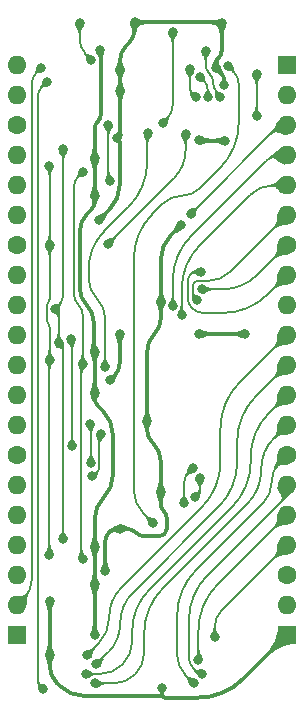
<source format=gbl>
%TF.GenerationSoftware,KiCad,Pcbnew,9.0.7-9.0.7~ubuntu24.04.1*%
%TF.CreationDate,2026-01-16T07:58:29+02:00*%
%TF.ProjectId,GPIO Address Decode,4750494f-2041-4646-9472-657373204465,V1*%
%TF.SameCoordinates,Original*%
%TF.FileFunction,Copper,L2,Bot*%
%TF.FilePolarity,Positive*%
%FSLAX46Y46*%
G04 Gerber Fmt 4.6, Leading zero omitted, Abs format (unit mm)*
G04 Created by KiCad (PCBNEW 9.0.7-9.0.7~ubuntu24.04.1) date 2026-01-16 07:58:29*
%MOMM*%
%LPD*%
G01*
G04 APERTURE LIST*
G04 Aperture macros list*
%AMRoundRect*
0 Rectangle with rounded corners*
0 $1 Rounding radius*
0 $2 $3 $4 $5 $6 $7 $8 $9 X,Y pos of 4 corners*
0 Add a 4 corners polygon primitive as box body*
4,1,4,$2,$3,$4,$5,$6,$7,$8,$9,$2,$3,0*
0 Add four circle primitives for the rounded corners*
1,1,$1+$1,$2,$3*
1,1,$1+$1,$4,$5*
1,1,$1+$1,$6,$7*
1,1,$1+$1,$8,$9*
0 Add four rect primitives between the rounded corners*
20,1,$1+$1,$2,$3,$4,$5,0*
20,1,$1+$1,$4,$5,$6,$7,0*
20,1,$1+$1,$6,$7,$8,$9,0*
20,1,$1+$1,$8,$9,$2,$3,0*%
G04 Aperture macros list end*
%TA.AperFunction,ComponentPad*%
%ADD10O,1.600000X1.600000*%
%TD*%
%TA.AperFunction,ComponentPad*%
%ADD11C,1.600000*%
%TD*%
%TA.AperFunction,ComponentPad*%
%ADD12RoundRect,0.250000X-0.550000X-0.550000X0.550000X-0.550000X0.550000X0.550000X-0.550000X0.550000X0*%
%TD*%
%TA.AperFunction,ComponentPad*%
%ADD13R,1.600000X1.600000*%
%TD*%
%TA.AperFunction,ViaPad*%
%ADD14C,0.800000*%
%TD*%
%TA.AperFunction,Conductor*%
%ADD15C,0.200000*%
%TD*%
%TA.AperFunction,Conductor*%
%ADD16C,0.380000*%
%TD*%
G04 APERTURE END LIST*
D10*
%TO.P,J1,1*%
%TO.N,~{Reset}*%
X0Y0D03*
%TO.P,J1,2*%
%TO.N,~{A_{Enable}2}*%
X0Y-2540000D03*
D11*
%TO.P,J1,3*%
%TO.N,A_{Enable}1*%
X0Y-5080000D03*
D10*
%TO.P,J1,4*%
%TO.N,A4*%
X0Y-7620000D03*
%TO.P,J1,5*%
%TO.N,A3*%
X0Y-10160000D03*
%TO.P,J1,6*%
%TO.N,A2*%
X0Y-12700000D03*
D11*
%TO.P,J1,7*%
%TO.N,A1*%
X0Y-15240000D03*
D10*
%TO.P,J1,8*%
%TO.N,A0*%
X0Y-17780000D03*
%TO.P,J1,9*%
%TO.N,unconnected-(J1-Pad9)*%
X0Y-20320000D03*
%TO.P,J1,10*%
%TO.N,Write OE _{56..63}*%
X0Y-22860000D03*
%TO.P,J1,11*%
%TO.N,Write OE _{48..55}*%
X0Y-25400000D03*
%TO.P,J1,12*%
%TO.N,Write OE _{40..47}*%
X0Y-27940000D03*
%TO.P,J1,13*%
%TO.N,Write OE _{32..39}*%
X0Y-30480000D03*
D11*
%TO.P,J1,14*%
%TO.N,Write OE _{24..31}*%
X0Y-33020000D03*
D10*
%TO.P,J1,15*%
%TO.N,Write OE _{16..23}*%
X0Y-35560000D03*
%TO.P,J1,16*%
%TO.N,Write OE _{8..15}*%
X0Y-38100000D03*
%TO.P,J1,17*%
%TO.N,Write OE _{0..7}*%
X0Y-40640000D03*
%TO.P,J1,18*%
%TO.N,unconnected-(J1-Pad18)*%
X0Y-43180000D03*
%TO.P,J1,19*%
%TO.N,Write Enable*%
X0Y-45720000D03*
D12*
%TO.P,J1,20*%
%TO.N,3.3V*%
X0Y-48260000D03*
D13*
%TO.P,J1,21*%
%TO.N,GND*%
X22860000Y-48260000D03*
D10*
%TO.P,J1,22*%
%TO.N,Enable*%
X22860000Y-45720000D03*
D11*
%TO.P,J1,23*%
%TO.N,unconnected-(J1-Pad23)*%
X22860000Y-43180000D03*
D10*
%TO.P,J1,24*%
%TO.N,Write GD _{0..7}*%
X22860000Y-40640000D03*
%TO.P,J1,25*%
%TO.N,Write GD _{8..15}*%
X22860000Y-38100000D03*
%TO.P,J1,26*%
%TO.N,Write GD _{16..23}*%
X22860000Y-35560000D03*
D11*
%TO.P,J1,27*%
%TO.N,Write GD _{24..31}*%
X22860000Y-33020000D03*
D10*
%TO.P,J1,28*%
%TO.N,Write GD _{32..39}*%
X22860000Y-30480000D03*
%TO.P,J1,29*%
%TO.N,Write GD _{40..47}*%
X22860000Y-27940000D03*
%TO.P,J1,30*%
%TO.N,Write GD _{48..55}*%
X22860000Y-25400000D03*
%TO.P,J1,31*%
%TO.N,Write GD _{56..63}*%
X22860000Y-22860000D03*
%TO.P,J1,32*%
%TO.N,Read GD _{0..7}*%
X22860000Y-20320000D03*
%TO.P,J1,33*%
%TO.N,Read GD _{8..15}*%
X22860000Y-17780000D03*
D11*
%TO.P,J1,34*%
%TO.N,Read GD _{16..23}*%
X22860000Y-15240000D03*
D10*
%TO.P,J1,35*%
%TO.N,Read GD _{24..31}*%
X22860000Y-12700000D03*
%TO.P,J1,36*%
%TO.N,Read GD _{32..39}*%
X22860000Y-10160000D03*
%TO.P,J1,37*%
%TO.N,Read GD _{40..47}*%
X22860000Y-7620000D03*
%TO.P,J1,38*%
%TO.N,Read GD _{48..55}*%
X22860000Y-5080000D03*
%TO.P,J1,39*%
%TO.N,Read GD _{56..63}*%
X22860000Y-2540000D03*
D13*
%TO.P,J1,40*%
%TO.N,GND*%
X22860000Y0D03*
%TD*%
D14*
%TO.N,GND*%
X17571784Y-1701459D03*
X7874000Y-26670000D03*
X2790265Y-45342780D03*
X12319000Y-52705000D03*
X8763000Y-2159000D03*
X8744319Y-358000D03*
X11022241Y-30111000D03*
X9975690Y3641997D03*
X2782000Y-49911000D03*
X17354065Y3555990D03*
X8728000Y-39243000D03*
X13892000Y-13533500D03*
X16852883Y-185487D03*
X6985000Y-13081000D03*
X12192000Y-36118000D03*
X7493000Y-42799000D03*
X8521847Y-6166618D03*
X8724000Y-22733000D03*
X12219997Y-20034304D03*
%TO.N,3.3V*%
X15460000Y-6350000D03*
X7040065Y1304492D03*
X6604000Y-40767000D03*
X6604000Y-43941000D03*
X19304000Y-22733000D03*
X17660000Y-6373774D03*
X6604000Y-27721000D03*
X6603992Y-24257000D03*
X6604000Y-48260000D03*
X15460000Y-22729173D03*
X6603985Y-7873986D03*
X6603992Y-11048000D03*
%TO.N,Enable*%
X2241049Y-52790740D03*
X2540000Y-1397000D03*
%TO.N,A0*%
X3555999Y-23495001D03*
X3248000Y-20598170D03*
X3937000Y-7112000D03*
X3937000Y-40132000D03*
%TO.N,A1*%
X2739626Y-8498000D03*
X2784471Y-24931000D03*
X2771197Y-41423057D03*
X2794000Y-15240000D03*
%TO.N,A2*%
X5588000Y-9029000D03*
X5588000Y-25272996D03*
X5588000Y-41783000D03*
%TO.N,/Read0*%
X7874000Y-9779000D03*
X7772684Y-5038000D03*
%TO.N,Read GD _{8..15}*%
X15583574Y-17481088D03*
%TO.N,Read GD _{16..23}*%
X15701291Y-18957067D03*
%TO.N,Read GD _{24..31}*%
X15251526Y-19905865D03*
%TO.N,Read GD _{32..39}*%
X14005641Y-21157031D03*
%TO.N,Read GD _{40..47}*%
X13220000Y-20354458D03*
%TO.N,Read GD _{48..55}*%
X14732000Y-12573004D03*
%TO.N,Read GD _{56..63}*%
X7747000Y-15113000D03*
X14297686Y-5850373D03*
%TO.N,A3*%
X12354937Y-4850000D03*
X13208000Y2801997D03*
%TO.N,A4*%
X16002000Y1244000D03*
X17206167Y-2685750D03*
%TO.N,~{A_{Enable}2}*%
X15156022Y-2691679D03*
X14665289Y-331741D03*
%TO.N,/Write0*%
X17905471Y-56000D03*
X11535605Y-38735000D03*
%TO.N,/Write1*%
X7493000Y-25527000D03*
X20320000Y-4318000D03*
X11132581Y-5754029D03*
X20320000Y-762000D03*
%TO.N,Write GD _{0..7}*%
X16764000Y-48387008D03*
%TO.N,Write GD _{8..15}*%
X15389331Y-50314331D03*
%TO.N,Write GD _{16..23}*%
X15731139Y-51498000D03*
%TO.N,Write GD _{24..31}*%
X14986000Y-52298000D03*
%TO.N,Write GD _{32..39}*%
X6604000Y-52324000D03*
%TO.N,Write GD _{40..47}*%
X5842000Y-51524000D03*
%TO.N,Write GD _{48..55}*%
X6731000Y-50724000D03*
%TO.N,Write GD _{56..63}*%
X5969000Y-49924000D03*
%TO.N,Write OE _{8..15}*%
X14175519Y-37081856D03*
X14887087Y-34131002D03*
%TO.N,Write OE _{16..23}*%
X15113000Y-36576000D03*
X15506000Y-34931000D03*
%TO.N,Write OE _{40..47}*%
X6350000Y-34798000D03*
X7112000Y-31242000D03*
%TO.N,Write OE _{48..55}*%
X6283252Y-33665671D03*
X6223000Y-30353000D03*
%TO.N,Write OE _{56..63}*%
X4605336Y-23203606D03*
X4699000Y-32258000D03*
%TO.N,A_{Enable}1*%
X16182527Y-2660579D03*
X15509974Y-955451D03*
%TO.N,Write Enable*%
X6320278Y494398D03*
X5330000Y3556000D03*
X2032000Y-254000D03*
%TD*%
D15*
%TO.N,~{A_{Enable}2}*%
X14665289Y-1853945D02*
G75*
G03*
X14910682Y-2446285I837711J45D01*
G01*
%TO.N,A4*%
X16002000Y75631D02*
G75*
G03*
X16328994Y-713822I1116400J-31D01*
G01*
X17146410Y-2456975D02*
G75*
G02*
X17206125Y-2601241I-144310J-144225D01*
G01*
X16329000Y-713816D02*
G75*
G02*
X16656040Y-1503263I-789400J-789484D01*
G01*
X16656000Y-1577538D02*
G75*
G03*
X16931101Y-2241630I939200J38D01*
G01*
%TO.N,A3*%
X13208000Y-3393730D02*
G75*
G02*
X12781470Y-4423470I-1456280J0D01*
G01*
%TO.N,A_{Enable}1*%
X15846250Y-1291727D02*
G75*
G02*
X16182546Y-2103570I-811850J-811873D01*
G01*
%TO.N,A2*%
X5216000Y-20259964D02*
G75*
G02*
X5587998Y-21158051I-898090J-898086D01*
G01*
X4844000Y-19361876D02*
G75*
G03*
X5216000Y-20259964I1270080J-4D01*
G01*
X5216000Y-9401000D02*
G75*
G03*
X4843995Y-10299087I898100J-898100D01*
G01*
X5473000Y-41586682D02*
G75*
G03*
X5530495Y-41725505I196300J-18D01*
G01*
X5530500Y-25330496D02*
G75*
G03*
X5473004Y-25469313I138800J-138804D01*
G01*
%TO.N,A1*%
X2662235Y-21839235D02*
G75*
G02*
X2784434Y-22134338I-295135J-295065D01*
G01*
X2667000Y-20066000D02*
G75*
G03*
X2540002Y-20372605I306600J-306600D01*
G01*
X2777834Y-24937637D02*
G75*
G03*
X2771152Y-24953660I15966J-16063D01*
G01*
X2540000Y-21544132D02*
G75*
G03*
X2662238Y-21839232I417330J2D01*
G01*
X2794000Y-19759394D02*
G75*
G02*
X2667002Y-20066002I-433600J-6D01*
G01*
X2766813Y-8525187D02*
G75*
G02*
X2793991Y-8590822I-65613J-65613D01*
G01*
%TO.N,A0*%
X3937000Y-19421973D02*
G75*
G02*
X3592499Y-20253669I-1176200J3D01*
G01*
X3402000Y-20752170D02*
G75*
G02*
X3556026Y-21123958I-371800J-371830D01*
G01*
X3746499Y-23685501D02*
G75*
G02*
X3936995Y-24145410I-459899J-459899D01*
G01*
%TO.N,Enable*%
X2158999Y-1778000D02*
G75*
G03*
X1778006Y-2697817I919801J-919800D01*
G01*
X1777999Y-52000264D02*
G75*
G03*
X2009522Y-52559217I790471J-6D01*
G01*
%TO.N,Write Enable*%
X1270000Y-43551974D02*
G75*
G02*
X635000Y-45085000I-2168039J5D01*
G01*
X5330000Y2184908D02*
G75*
G03*
X5825137Y989535I1690500J-8D01*
G01*
X1651000Y-635000D02*
G75*
G03*
X1270006Y-1554815I919800J-919800D01*
G01*
%TO.N,Write OE _{8..15}*%
X14531303Y-34486786D02*
G75*
G03*
X14175524Y-35345724I858897J-858914D01*
G01*
%TO.N,Write OE _{16..23}*%
X15506000Y-35905107D02*
G75*
G02*
X15309498Y-36379498I-670900J7D01*
G01*
%TO.N,Write OE _{40..47}*%
X6985000Y-33930789D02*
G75*
G02*
X6731003Y-34544003I-867200J-11D01*
G01*
X7048500Y-31305500D02*
G75*
G03*
X6985001Y-31458802I153300J-153300D01*
G01*
X6521901Y-34753098D02*
G75*
G02*
X6413500Y-34798000I-108401J108398D01*
G01*
%TO.N,Write OE _{56..63}*%
X4652168Y-23250438D02*
G75*
G02*
X4698998Y-23363500I-113068J-113062D01*
G01*
%TO.N,Write OE _{48..55}*%
X6253126Y-30383126D02*
G75*
G02*
X6283284Y-30455856I-72726J-72774D01*
G01*
%TO.N,/Write1*%
X11090790Y-5795819D02*
G75*
G03*
X11049012Y-5896710I100910J-100881D01*
G01*
X6794500Y-19748500D02*
G75*
G02*
X7493001Y-21434828I-1686330J-1686330D01*
G01*
X11049000Y-8160036D02*
G75*
G02*
X9455206Y-12007791I-5441560J6D01*
G01*
X7398137Y-14064862D02*
G75*
G03*
X6095998Y-17208500I3143633J-3143638D01*
G01*
X6096000Y-18062171D02*
G75*
G03*
X6794501Y-19748499I2384830J1D01*
G01*
%TO.N,/Write0*%
X18796000Y-4858036D02*
G75*
G02*
X17202204Y-8705790I-5441550J6D01*
G01*
X15503407Y-10404592D02*
G75*
G02*
X13947669Y-11048962I-1555707J1555792D01*
G01*
X11477169Y-12608169D02*
G75*
G03*
X9918002Y-16372337I3764161J-3764161D01*
G01*
X18350735Y-501264D02*
G75*
G02*
X18795988Y-1576228I-1074935J-1074936D01*
G01*
X13947669Y-11049000D02*
G75*
G03*
X12391956Y-11693432I31J-2200100D01*
G01*
X9918000Y-35973575D02*
G75*
G03*
X10726801Y-37926198I2761420J-5D01*
G01*
%TO.N,Write GD _{0..7}*%
X17347719Y-46152280D02*
G75*
G03*
X16763990Y-47561504I1409181J-1409220D01*
G01*
%TO.N,Write GD _{8..15}*%
X16983123Y-43976876D02*
G75*
G03*
X15389359Y-47824632I3847777J-3847724D01*
G01*
%TO.N,Write GD _{16..23}*%
X22860000Y-36004500D02*
G75*
G02*
X22545688Y-36763305I-1073100J0D01*
G01*
X15263080Y-51375741D02*
G75*
G03*
X15558239Y-51497978I295120J295141D01*
G01*
X14575831Y-50116083D02*
G75*
G03*
X14980566Y-51093265I1381969J-17D01*
G01*
X16169623Y-43139376D02*
G75*
G03*
X14575832Y-46987132I3847757J-3847754D01*
G01*
%TO.N,Write GD _{24..31}*%
X22225000Y-33655000D02*
G75*
G03*
X21590011Y-35188025I1533000J-1533000D01*
G01*
X15182792Y-42729207D02*
G75*
G03*
X13589002Y-46576963I3847758J-3847753D01*
G01*
X21590000Y-35306000D02*
G75*
G02*
X20871571Y-37040412I-2452800J0D01*
G01*
X13589000Y-49913171D02*
G75*
G03*
X14287501Y-51599499I2384830J1D01*
G01*
%TO.N,Write GD _{48..55}*%
X18669000Y-33560036D02*
G75*
G02*
X17075206Y-37407791I-5441560J6D01*
G01*
X9813760Y-44669239D02*
G75*
G03*
X8762993Y-47206000I2536740J-2536761D01*
G01*
X8763000Y-47255159D02*
G75*
G02*
X7747002Y-49708002I-3468850J-1D01*
G01*
X20262792Y-27997207D02*
G75*
G03*
X18669002Y-31844963I3847758J-3847753D01*
G01*
%TO.N,Write GD _{40..47}*%
X9779000Y-48770436D02*
G75*
G02*
X8972498Y-50717498I-2753570J6D01*
G01*
X19812000Y-33560036D02*
G75*
G02*
X18218206Y-37407791I-5441560J6D01*
G01*
X8972500Y-50717500D02*
G75*
G02*
X7025436Y-51524003I-1947070J1947070D01*
G01*
X21336000Y-29464000D02*
G75*
G03*
X19811998Y-33143261I3679250J-3679260D01*
G01*
X11215840Y-44410159D02*
G75*
G03*
X9779005Y-47879000I3468860J-3468841D01*
G01*
%TO.N,Write GD _{32..39}*%
X21780500Y-31559500D02*
G75*
G03*
X20701018Y-34165643I2606100J-2606100D01*
G01*
X12388792Y-44253207D02*
G75*
G03*
X10795002Y-48100963I3847758J-3847753D01*
G01*
X10795000Y-49722369D02*
G75*
G02*
X10033002Y-51562002I-2601640J-1D01*
G01*
X10033000Y-51562000D02*
G75*
G02*
X8193369Y-52323997I-1839630J1839640D01*
G01*
X20701000Y-34290000D02*
G75*
G02*
X19533573Y-37108440I-3985900J0D01*
G01*
%TO.N,Write GD _{56..63}*%
X8828424Y-44257575D02*
G75*
G03*
X7835997Y-46653500I2395916J-2395925D01*
G01*
X18846792Y-26873207D02*
G75*
G03*
X17253002Y-30720963I3847758J-3847753D01*
G01*
X7836000Y-46736831D02*
G75*
G02*
X6902500Y-48990500I-3187170J1D01*
G01*
X17253000Y-33579036D02*
G75*
G02*
X15659206Y-37426791I-5441560J6D01*
G01*
%TO.N,Read GD _{24..31}*%
X15045887Y-18355113D02*
G75*
G03*
X14921884Y-18654535I299413J-299387D01*
G01*
X14921862Y-19343093D02*
G75*
G03*
X15086698Y-19741029I562738J-7D01*
G01*
X15345309Y-18231088D02*
G75*
G03*
X15045890Y-18355116I-9J-423412D01*
G01*
X18092233Y-17467766D02*
G75*
G02*
X16249412Y-18231083I-1842833J1842866D01*
G01*
%TO.N,Read GD _{8..15}*%
X15204650Y-17481088D02*
G75*
G03*
X14691239Y-17693724I-50J-726012D01*
G01*
X14478603Y-19655214D02*
G75*
G03*
X14859306Y-20574296I1299797J14D01*
G01*
X14691257Y-17693742D02*
G75*
G03*
X14478613Y-18207135I513343J-513358D01*
G01*
X21256544Y-19383455D02*
G75*
G02*
X17462500Y-20954996I-3794044J3794055D01*
G01*
X14859301Y-20574301D02*
G75*
G03*
X15778388Y-20955004I919099J919101D01*
G01*
%TO.N,/Read0*%
X7772684Y-9606042D02*
G75*
G03*
X7823372Y-9728312I172916J42D01*
G01*
%TO.N,Read GD _{16..23}*%
X20359737Y-17740262D02*
G75*
G02*
X17422112Y-18957064I-2937637J2937662D01*
G01*
%TO.N,Read GD _{40..47}*%
X22228083Y-7620000D02*
G75*
G03*
X21149338Y-8066837I17J-1525600D01*
G01*
X14760888Y-14455277D02*
G75*
G03*
X13220001Y-18175312I3720012J-3720023D01*
G01*
%TO.N,Read GD _{56..63}*%
X14297686Y-7206343D02*
G75*
G02*
X13338872Y-9521131I-3273616J3D01*
G01*
%TO.N,Read GD _{32..39}*%
X21717000Y-10160000D02*
G75*
G03*
X19765787Y-10968233I0J-2759400D01*
G01*
X15510570Y-15223429D02*
G75*
G03*
X13969986Y-18942695I3719230J-3719271D01*
G01*
X13970000Y-21096188D02*
G75*
G03*
X13987823Y-21139207I60800J-12D01*
G01*
D16*
%TO.N,GND*%
X12396500Y-53457500D02*
G75*
G03*
X12583601Y-53534999I187100J187100D01*
G01*
X9268397Y1648397D02*
G75*
G03*
X8744337Y383159I1265203J-1265197D01*
G01*
X11049000Y-30065319D02*
G75*
G02*
X11035615Y-30097615I-45700J19D01*
G01*
X17354065Y1243410D02*
G75*
G02*
X17103478Y638426I-855565J-10D01*
G01*
X8428000Y-39243000D02*
G75*
G03*
X7915860Y-39455125I0J-724300D01*
G01*
X2782000Y-50794000D02*
G75*
G03*
X3406377Y-52301373I2131740J0D01*
G01*
X12700000Y-39227592D02*
G75*
G02*
X12509502Y-39687502I-650400J-8D01*
G01*
X7810500Y-39560500D02*
G75*
G03*
X7493005Y-40327012I766500J-766500D01*
G01*
X13055998Y-14369501D02*
G75*
G03*
X12219992Y-16387787I2018302J-2018299D01*
G01*
X10096500Y-39560500D02*
G75*
G03*
X9329987Y-39243005I-766500J-766500D01*
G01*
X12446000Y-37719000D02*
G75*
G02*
X12699996Y-38332210I-613200J-613200D01*
G01*
X9975690Y2998843D02*
G75*
G02*
X9520910Y1900912I-1552720J7D01*
G01*
X11634498Y-22782501D02*
G75*
G03*
X11049008Y-24196019I1413502J-1413499D01*
G01*
X8763000Y-5754944D02*
G75*
G02*
X8642407Y-6046025I-411700J44D01*
G01*
X17289976Y-622580D02*
G75*
G02*
X17571757Y-1302923I-680376J-680320D01*
G01*
X12219997Y-21368983D02*
G75*
G02*
X11634499Y-22782502I-1999027J3D01*
G01*
X12192000Y-37105789D02*
G75*
G03*
X12445997Y-37719003I867200J-11D01*
G01*
X17055584Y590540D02*
G75*
G03*
X16852886Y101176I489316J-489340D01*
G01*
X2790265Y-49896890D02*
G75*
G02*
X2786149Y-49906884I-14165J-10D01*
G01*
X10096500Y-39560500D02*
G75*
G03*
X10863012Y-39877995I766500J766500D01*
G01*
X12209398Y-53380000D02*
G75*
G03*
X12319000Y-53270398I2J109600D01*
G01*
X12396500Y-53457500D02*
G75*
G03*
X12209398Y-53380001I-187100J-187100D01*
G01*
X12319000Y-53270398D02*
G75*
G03*
X12396500Y-53457500I264600J-2D01*
G01*
X3633500Y-52528500D02*
G75*
G03*
X5689202Y-53379999I2055700J2055700D01*
G01*
X11022241Y-30790120D02*
G75*
G03*
X11502452Y-31949450I1639539J0D01*
G01*
X11607120Y-32054120D02*
G75*
G02*
X12191970Y-33466144I-1412020J-1411980D01*
G01*
X19178792Y-51941207D02*
G75*
G02*
X15331036Y-53535001I-3847762J3847767D01*
G01*
X8724000Y-10112341D02*
G75*
G02*
X7854502Y-12211502I-2968670J1D01*
G01*
X8724000Y-25218959D02*
G75*
G02*
X8299000Y-26245000I-1451040J-1D01*
G01*
X17311061Y3598993D02*
G75*
G03*
X17207241Y3642034I-103861J-103793D01*
G01*
X12509500Y-39687500D02*
G75*
G02*
X12049592Y-39877997I-459900J459900D01*
G01*
X8753659Y-367340D02*
G75*
G02*
X8763004Y-389890I-22559J-22560D01*
G01*
X8622923Y-6267694D02*
G75*
G02*
X8723989Y-6511714I-244023J-244006D01*
G01*
%TO.N,3.3V*%
X7366000Y-36576000D02*
G75*
G03*
X6604013Y-38415630I1839600J-1839600D01*
G01*
X6870191Y-4752553D02*
G75*
G03*
X6604016Y-5395231I642709J-642647D01*
G01*
X5930000Y-20281000D02*
G75*
G02*
X6525997Y-21719871I-1438880J-1438870D01*
G01*
X6603992Y-11493004D02*
G75*
G02*
X6289336Y-12252683I-1074392J4D01*
G01*
X6604000Y-28148000D02*
G75*
G03*
X6905928Y-28876940I1030900J0D01*
G01*
X7088231Y1256326D02*
G75*
G02*
X7136413Y1140042I-116331J-116326D01*
G01*
X7366000Y-29337000D02*
G75*
G02*
X8128000Y-31176630I-1839630J-1839630D01*
G01*
X15471887Y-6361887D02*
G75*
G03*
X15500584Y-6373788I28713J28687D01*
G01*
X7136397Y-4109874D02*
G75*
G02*
X6870189Y-4752551I-908887J4D01*
G01*
X15461913Y-22731086D02*
G75*
G03*
X15466533Y-22732986I4587J4586D01*
G01*
X8128000Y-34736369D02*
G75*
G02*
X7366002Y-36576002I-2601640J-1D01*
G01*
X6526000Y-24123859D02*
G75*
G03*
X6564984Y-24218016I133100J-41D01*
G01*
X5968996Y-12573004D02*
G75*
G03*
X5334011Y-14106019I1533004J-1532996D01*
G01*
X5334000Y-18842128D02*
G75*
G03*
X5930000Y-20281000I2034870J-2D01*
G01*
%TO.N,GND*%
X12700000Y-39227592D02*
X12700000Y-38332210D01*
X11035620Y-30097620D02*
X11022241Y-30111000D01*
X3406375Y-52301375D02*
X3633500Y-52528500D01*
X17354065Y3555990D02*
X17311061Y3598993D01*
X12219997Y-20034304D02*
X12219997Y-16387787D01*
X9329987Y-39243000D02*
X8728000Y-39243000D01*
X8428000Y-39243000D02*
X8728000Y-39243000D01*
X11049000Y-30065319D02*
X11049000Y-24196019D01*
X7493000Y-42799000D02*
X7493000Y-40327012D01*
X8724000Y-25218959D02*
X8724000Y-22733000D01*
X8521847Y-6166618D02*
X8622923Y-6267694D01*
X2790265Y-45342780D02*
X2790265Y-49896890D01*
X8642423Y-6046041D02*
X8521847Y-6166618D01*
X8724000Y-10112341D02*
X8724000Y-6511714D01*
X7915867Y-39455132D02*
X7810500Y-39560500D01*
X12192000Y-36118000D02*
X12192000Y-37105789D01*
X7874000Y-26670000D02*
X8299000Y-26245000D01*
X12209398Y-53380000D02*
X5689202Y-53380000D01*
X17103474Y638430D02*
X17055584Y590540D01*
X8763000Y-2159000D02*
X8763000Y-389890D01*
X17289976Y-622580D02*
X16852883Y-185487D01*
X10863012Y-39878000D02*
X12049592Y-39878000D01*
X16852883Y-185487D02*
X16852883Y101176D01*
X19178792Y-51941207D02*
X22860000Y-48260000D01*
X9975690Y2998843D02*
X9975690Y3641997D01*
X12583601Y-53535000D02*
X15331036Y-53535000D01*
X2782000Y-49911000D02*
X2786132Y-49906867D01*
X9975690Y3641997D02*
X17207241Y3641997D01*
X8763000Y-5754944D02*
X8763000Y-2159000D01*
X12192000Y-36118000D02*
X12192000Y-33466144D01*
X2782000Y-50794000D02*
X2782000Y-49911000D01*
X17571784Y-1302923D02*
X17571784Y-1701459D01*
X12319000Y-52705000D02*
X12319000Y-53270398D01*
X17354065Y1243410D02*
X17354065Y3555990D01*
X8744319Y-358000D02*
X8753659Y-367340D01*
X6985000Y-13081000D02*
X7854500Y-12211500D01*
X11502451Y-31949451D02*
X11607120Y-32054120D01*
X8744319Y383159D02*
X8744319Y-358000D01*
X12219997Y-20034304D02*
X12219997Y-21368983D01*
X11022241Y-30790120D02*
X11022241Y-30111000D01*
X13055998Y-14369501D02*
X13892000Y-13533500D01*
X9268397Y1648397D02*
X9520911Y1900911D01*
%TO.N,3.3V*%
X7040065Y1304492D02*
X7088231Y1256326D01*
X5334000Y-14106019D02*
X5334000Y-18842128D01*
X6905934Y-28876934D02*
X7366000Y-29337000D01*
X6526000Y-21719871D02*
X6526000Y-24123859D01*
X15460000Y-22729173D02*
X15461913Y-22731086D01*
X6604000Y-24257008D02*
X6604000Y-27721000D01*
X17660000Y-6373774D02*
X15500584Y-6373774D01*
X19304000Y-22733000D02*
X15466533Y-22733000D01*
X7136397Y1140042D02*
X7136397Y-4109874D01*
X6604000Y-28148000D02*
X6604000Y-27721000D01*
X6604000Y-38415630D02*
X6604000Y-40767000D01*
X6604000Y-43941000D02*
X6604000Y-40767000D01*
X6603992Y-11493004D02*
X6603992Y-11048000D01*
X6603985Y-5395231D02*
X6603985Y-7873986D01*
X8128000Y-31176630D02*
X8128000Y-34736369D01*
X6289326Y-12252673D02*
X5968996Y-12573004D01*
X15471887Y-6361887D02*
X15460000Y-6350000D01*
X6603985Y-7873986D02*
X6603992Y-7873993D01*
X6603992Y-24257000D02*
X6604000Y-24257008D01*
X6603992Y-7873993D02*
X6603992Y-11048000D01*
X6604000Y-43941000D02*
X6604000Y-48260000D01*
X6603992Y-24257000D02*
X6564996Y-24218004D01*
D15*
%TO.N,Enable*%
X2241049Y-52790740D02*
X2009524Y-52559215D01*
X1777999Y-2697817D02*
X1777999Y-52000264D01*
X2540000Y-1397000D02*
X2158999Y-1778000D01*
%TO.N,A0*%
X3555999Y-23495001D02*
X3555999Y-21123958D01*
X3937000Y-19421973D02*
X3937000Y-7112000D01*
X3402000Y-20752170D02*
X3248000Y-20598170D01*
X3555999Y-23495001D02*
X3746499Y-23685501D01*
X3937000Y-40132000D02*
X3937000Y-24145410D01*
X3592500Y-20253670D02*
X3248000Y-20598170D01*
%TO.N,A1*%
X2794000Y-15240000D02*
X2794000Y-8590822D01*
X2540000Y-20372605D02*
X2540000Y-21544132D01*
X2771197Y-41423057D02*
X2771197Y-24953660D01*
X2794000Y-15240000D02*
X2794000Y-19759394D01*
X2784471Y-22134338D02*
X2784471Y-24931000D01*
X2739626Y-8498000D02*
X2766813Y-8525187D01*
X2777834Y-24937637D02*
X2784471Y-24931000D01*
%TO.N,A2*%
X5588000Y-25272996D02*
X5588000Y-21158051D01*
X5588000Y-25272996D02*
X5530500Y-25330496D01*
X5473000Y-41586682D02*
X5473000Y-25469313D01*
X5588000Y-9029000D02*
X5216000Y-9401000D01*
X5588000Y-41783000D02*
X5530500Y-41725500D01*
X4844000Y-19361876D02*
X4844000Y-10299087D01*
%TO.N,/Read0*%
X7772684Y-9606042D02*
X7772684Y-5038000D01*
X7874000Y-9779000D02*
X7823342Y-9728342D01*
%TO.N,Read GD _{8..15}*%
X21256544Y-19383455D02*
X22860000Y-17780000D01*
X17462500Y-20955000D02*
X15778388Y-20955000D01*
X15204650Y-17481088D02*
X15583574Y-17481088D01*
X14478603Y-19655214D02*
X14478603Y-18207135D01*
%TO.N,Read GD _{16..23}*%
X17422112Y-18957067D02*
X15701291Y-18957067D01*
X20359737Y-17740262D02*
X22860000Y-15240000D01*
%TO.N,Read GD _{24..31}*%
X14921862Y-18654535D02*
X14921862Y-19343093D01*
X18092233Y-17467766D02*
X22860000Y-12700000D01*
X15345309Y-18231088D02*
X16249412Y-18231088D01*
X15251526Y-19905865D02*
X15086694Y-19741033D01*
%TO.N,Read GD _{32..39}*%
X19765776Y-10968222D02*
X15510570Y-15223429D01*
X21717000Y-10160000D02*
X22860000Y-10160000D01*
X13987820Y-21139210D02*
X14005641Y-21157031D01*
X13970000Y-18942695D02*
X13970000Y-21096188D01*
%TO.N,Read GD _{40..47}*%
X22228083Y-7620000D02*
X22860000Y-7620000D01*
X13220000Y-20354458D02*
X13220000Y-18175312D01*
X21149333Y-8066832D02*
X14760888Y-14455277D01*
%TO.N,Read GD _{48..55}*%
X14732000Y-12573000D02*
X22225000Y-5080000D01*
X14732000Y-12573000D02*
X14732000Y-12573004D01*
%TO.N,Read GD _{56..63}*%
X13338870Y-9521129D02*
X7747000Y-15113000D01*
X14297686Y-7206343D02*
X14297686Y-5850373D01*
%TO.N,A3*%
X13208000Y2801997D02*
X13208000Y-3393730D01*
X12354937Y-4850000D02*
X12781468Y-4423468D01*
%TO.N,A4*%
X16656000Y-1503263D02*
X16656000Y-1577538D01*
X17146410Y-2456975D02*
X16931083Y-2241648D01*
X16002000Y75631D02*
X16002000Y1244000D01*
X17206167Y-2685750D02*
X17206167Y-2601241D01*
%TO.N,~{A_{Enable}2}*%
X15156022Y-2691679D02*
X14910655Y-2446312D01*
X14665289Y-1853945D02*
X14665289Y-331741D01*
%TO.N,/Write0*%
X11477169Y-12608169D02*
X12391931Y-11693407D01*
X18796000Y-4858036D02*
X18796000Y-1576228D01*
X18350735Y-501264D02*
X17905471Y-56000D01*
X9918000Y-16372337D02*
X9918000Y-35973575D01*
X17202206Y-8705792D02*
X15503407Y-10404592D01*
X10726802Y-37926197D02*
X11535605Y-38735000D01*
%TO.N,/Write1*%
X11132581Y-5754029D02*
X11090790Y-5795819D01*
X20320000Y-762000D02*
X20320000Y-4318000D01*
X7493000Y-25527000D02*
X7493000Y-21434828D01*
X11049000Y-5896710D02*
X11049000Y-8160036D01*
X9455207Y-12007792D02*
X7398137Y-14064862D01*
X6096000Y-17208500D02*
X6096000Y-18062171D01*
%TO.N,Write GD _{0..7}*%
X17347719Y-46152280D02*
X22860000Y-40640000D01*
X16764000Y-47561504D02*
X16764000Y-48387008D01*
%TO.N,Write GD _{8..15}*%
X16983123Y-43976876D02*
X22860000Y-38100000D01*
X15389331Y-47824632D02*
X15389331Y-50314331D01*
%TO.N,Write GD _{16..23}*%
X15558239Y-51498000D02*
X15731139Y-51498000D01*
X22545691Y-36763308D02*
X16169623Y-43139376D01*
X14575831Y-50116083D02*
X14575831Y-46987132D01*
X22860000Y-36004500D02*
X22860000Y-35560000D01*
X15263080Y-51375741D02*
X14980585Y-51093246D01*
%TO.N,Write GD _{24..31}*%
X14986000Y-52298000D02*
X14287500Y-51599500D01*
X13589000Y-46576963D02*
X13589000Y-49913171D01*
X15182792Y-42729207D02*
X20871579Y-37040420D01*
X22225000Y-33655000D02*
X22860000Y-33020000D01*
X21590000Y-35188025D02*
X21590000Y-35306000D01*
%TO.N,Write GD _{32..39}*%
X12388792Y-44253207D02*
X19533566Y-37108433D01*
X21780500Y-31559500D02*
X22860000Y-30480000D01*
X10795000Y-48100963D02*
X10795000Y-49722369D01*
X20701000Y-34165643D02*
X20701000Y-34290000D01*
X6604000Y-52324000D02*
X8193369Y-52324000D01*
%TO.N,Write GD _{40..47}*%
X5842000Y-51524000D02*
X7025436Y-51524000D01*
X18218207Y-37407792D02*
X11215840Y-44410159D01*
X21336000Y-29464000D02*
X22860000Y-27940000D01*
X19812000Y-33560036D02*
X19812000Y-33143261D01*
X9779000Y-48770436D02*
X9779000Y-47879000D01*
%TO.N,Write GD _{48..55}*%
X20262792Y-27997207D02*
X22860000Y-25400000D01*
X18669000Y-33560036D02*
X18669000Y-31844963D01*
X7747000Y-49708000D02*
X6731000Y-50724000D01*
X17075207Y-37407792D02*
X9813760Y-44669239D01*
X8763000Y-47206000D02*
X8763000Y-47255159D01*
%TO.N,Write GD _{56..63}*%
X18846792Y-26873207D02*
X22860000Y-22860000D01*
X8828424Y-44257575D02*
X15659207Y-37426792D01*
X6902500Y-48990500D02*
X5969000Y-49924000D01*
X7836000Y-46653500D02*
X7836000Y-46736831D01*
X17253000Y-30720963D02*
X17253000Y-33579036D01*
%TO.N,Write OE _{8..15}*%
X14175519Y-37081856D02*
X14175519Y-35345724D01*
X14887087Y-34131002D02*
X14531303Y-34486786D01*
%TO.N,Write OE _{16..23}*%
X15506000Y-34931000D02*
X15506000Y-35905107D01*
X15309500Y-36379500D02*
X15113000Y-36576000D01*
%TO.N,Write OE _{40..47}*%
X7048500Y-31305500D02*
X7112000Y-31242000D01*
X6350000Y-34798000D02*
X6413500Y-34798000D01*
X6985000Y-33930789D02*
X6985000Y-31458802D01*
X6730999Y-34543999D02*
X6521901Y-34753098D01*
%TO.N,Write OE _{48..55}*%
X6253126Y-30383126D02*
X6223000Y-30353000D01*
X6283252Y-33665671D02*
X6283252Y-30455856D01*
%TO.N,Write OE _{56..63}*%
X4652168Y-23250438D02*
X4605336Y-23203606D01*
X4699000Y-23363500D02*
X4699000Y-32258000D01*
%TO.N,A_{Enable}1*%
X16182527Y-2660579D02*
X16182527Y-2103570D01*
X15846250Y-1291727D02*
X15509974Y-955451D01*
%TO.N,Write Enable*%
X5825139Y989537D02*
X6320278Y494398D01*
X1270000Y-43551974D02*
X1270000Y-1554815D01*
X5330000Y2184908D02*
X5330000Y3556000D01*
X2032000Y-254000D02*
X1651000Y-635000D01*
X635000Y-45085000D02*
X0Y-45720000D01*
%TD*%
%TA.AperFunction,Conductor*%
%TO.N,~{A_{Enable}2}*%
G36*
X14788080Y-2046488D02*
G01*
X14792878Y-2053177D01*
X14807316Y-2106837D01*
X14830112Y-2156168D01*
X14830114Y-2156170D01*
X14858068Y-2192775D01*
X14858071Y-2192777D01*
X14890827Y-2218833D01*
X14890828Y-2218833D01*
X14890829Y-2218834D01*
X14969346Y-2248006D01*
X15062824Y-2261088D01*
X15062834Y-2261089D01*
X15062840Y-2261090D01*
X15099243Y-2265385D01*
X15122228Y-2268098D01*
X15123448Y-2268308D01*
X15255300Y-2298262D01*
X15257920Y-2299197D01*
X15366371Y-2353178D01*
X15372251Y-2359932D01*
X15371632Y-2368865D01*
X15370898Y-2370135D01*
X15158918Y-2688600D01*
X15151481Y-2693588D01*
X15151432Y-2693598D01*
X14774888Y-2767520D01*
X14766110Y-2765751D01*
X14761217Y-2758596D01*
X14746447Y-2692659D01*
X14717725Y-2564429D01*
X14710370Y-2538213D01*
X14678812Y-2425713D01*
X14671913Y-2402336D01*
X14671853Y-2402125D01*
X14658401Y-2353178D01*
X14636128Y-2272136D01*
X14636000Y-2271620D01*
X14596468Y-2093308D01*
X14598023Y-2084490D01*
X14605359Y-2079353D01*
X14605560Y-2079310D01*
X14779297Y-2044742D01*
X14788080Y-2046488D01*
G37*
%TD.AperFunction*%
%TD*%
%TA.AperFunction,Conductor*%
%TO.N,A0*%
G36*
X3637313Y-20524215D02*
G01*
X3642270Y-20531673D01*
X3642324Y-20531968D01*
X3666922Y-20676786D01*
X3667041Y-20677704D01*
X3677487Y-20794599D01*
X3677524Y-20796105D01*
X3669819Y-20989829D01*
X3669816Y-20989900D01*
X3656511Y-21279845D01*
X3652708Y-21287953D01*
X3644823Y-21291009D01*
X3466209Y-21291009D01*
X3457936Y-21287582D01*
X3454617Y-21280893D01*
X3440650Y-21178664D01*
X3422274Y-21139373D01*
X3422274Y-21139372D01*
X3397485Y-21108693D01*
X3397486Y-21108693D01*
X3330824Y-21065246D01*
X3330820Y-21065244D01*
X3245047Y-21032497D01*
X3245047Y-21032498D01*
X3245014Y-21032485D01*
X3244991Y-21032477D01*
X3215360Y-21021510D01*
X3158536Y-21000478D01*
X3157151Y-20999860D01*
X3037258Y-20936799D01*
X3031531Y-20929915D01*
X3032349Y-20920998D01*
X3032967Y-20919957D01*
X3115977Y-20795350D01*
X3245299Y-20601224D01*
X3252737Y-20596240D01*
X3252758Y-20596235D01*
X3628537Y-20522446D01*
X3637313Y-20524215D01*
G37*
%TD.AperFunction*%
%TD*%
%TA.AperFunction,Conductor*%
%TO.N,A0*%
G36*
X3945690Y-23420972D02*
G01*
X3950631Y-23428349D01*
X3979373Y-23569496D01*
X3979365Y-23569497D01*
X3979377Y-23569518D01*
X4004606Y-23694669D01*
X4004733Y-23695426D01*
X4030374Y-23886591D01*
X4030475Y-23887870D01*
X4036717Y-24152137D01*
X4033486Y-24160488D01*
X4025296Y-24164110D01*
X4025020Y-24164113D01*
X3847909Y-24164113D01*
X3839636Y-24160686D01*
X3836238Y-24153230D01*
X3832610Y-24101439D01*
X3832610Y-24101433D01*
X3819905Y-24052362D01*
X3799580Y-24014853D01*
X3772332Y-23986858D01*
X3699848Y-23951224D01*
X3699844Y-23951223D01*
X3699840Y-23951221D01*
X3608159Y-23929117D01*
X3607916Y-23929056D01*
X3456798Y-23889179D01*
X3454526Y-23888319D01*
X3345579Y-23833527D01*
X3339728Y-23826748D01*
X3340383Y-23817817D01*
X3341090Y-23816601D01*
X3553298Y-23498055D01*
X3560736Y-23493071D01*
X3560757Y-23493066D01*
X3936913Y-23419203D01*
X3945690Y-23420972D01*
G37*
%TD.AperFunction*%
%TD*%
%TA.AperFunction,Conductor*%
%TO.N,Enable*%
G36*
X1890664Y-52137959D02*
G01*
X1895467Y-52144667D01*
X1909701Y-52197954D01*
X1932086Y-52247289D01*
X1959469Y-52284217D01*
X1991526Y-52310875D01*
X2068367Y-52341941D01*
X2160022Y-52357596D01*
X2204001Y-52363957D01*
X2204998Y-52364148D01*
X2338851Y-52396126D01*
X2341367Y-52397043D01*
X2451448Y-52452223D01*
X2457308Y-52458993D01*
X2456665Y-52467925D01*
X2455945Y-52469165D01*
X2243945Y-52787661D01*
X2236508Y-52792649D01*
X2236459Y-52792659D01*
X1859969Y-52866570D01*
X1851191Y-52864801D01*
X1846287Y-52857591D01*
X1772610Y-52520947D01*
X1699030Y-52184737D01*
X1700608Y-52175925D01*
X1707958Y-52170809D01*
X1708124Y-52170774D01*
X1881883Y-52136212D01*
X1890664Y-52137959D01*
G37*
%TD.AperFunction*%
%TD*%
%TA.AperFunction,Conductor*%
%TO.N,Write OE _{16..23}*%
G36*
X15593610Y-35917484D02*
G01*
X15601784Y-35921139D01*
X15604979Y-35929504D01*
X15604963Y-35929878D01*
X15586966Y-36230538D01*
X15586796Y-36231943D01*
X15543280Y-36469932D01*
X15543230Y-36470191D01*
X15507655Y-36642685D01*
X15502628Y-36650096D01*
X15493942Y-36651803D01*
X15117754Y-36577937D01*
X15110297Y-36572981D01*
X15110271Y-36572943D01*
X14897779Y-36253931D01*
X14896045Y-36245146D01*
X14901031Y-36237707D01*
X14901783Y-36237246D01*
X14963744Y-36202555D01*
X14965249Y-36201850D01*
X15035963Y-36174736D01*
X15037464Y-36174275D01*
X15171537Y-36143029D01*
X15210669Y-36134412D01*
X15262271Y-36123051D01*
X15262272Y-36123050D01*
X15262274Y-36123050D01*
X15336625Y-36088347D01*
X15363049Y-36062631D01*
X15383633Y-36028426D01*
X15399075Y-35977952D01*
X15404662Y-35923080D01*
X15408909Y-35915197D01*
X15416625Y-35912571D01*
X15593610Y-35917484D01*
G37*
%TD.AperFunction*%
%TD*%
%TA.AperFunction,Conductor*%
%TO.N,Write GD _{16..23}*%
G36*
X22861808Y-35562567D02*
G01*
X22865051Y-35565812D01*
X23298113Y-36215659D01*
X23299849Y-36224444D01*
X23295085Y-36231733D01*
X23082079Y-36380790D01*
X22927322Y-36505040D01*
X22927315Y-36505045D01*
X22807611Y-36619336D01*
X22807601Y-36619347D01*
X22690426Y-36745049D01*
X22690345Y-36745135D01*
X22407290Y-37042705D01*
X22399105Y-37046337D01*
X22390749Y-37043118D01*
X22390540Y-37042914D01*
X22265337Y-36917711D01*
X22261910Y-36909438D01*
X22264800Y-36901740D01*
X22342414Y-36812940D01*
X22396513Y-36723404D01*
X22423750Y-36639372D01*
X22427978Y-36558846D01*
X22413045Y-36479829D01*
X22382803Y-36400326D01*
X22291797Y-36231870D01*
X22224672Y-36113199D01*
X22224244Y-36112366D01*
X22133203Y-35916223D01*
X22132574Y-35914537D01*
X22078895Y-35728295D01*
X22079896Y-35719397D01*
X22086897Y-35713813D01*
X22087828Y-35713585D01*
X22853025Y-35560826D01*
X22861808Y-35562567D01*
G37*
%TD.AperFunction*%
%TD*%
%TA.AperFunction,Conductor*%
%TO.N,Write GD _{16..23}*%
G36*
X15126891Y-51096210D02*
G01*
X15159500Y-51121116D01*
X15215542Y-51163920D01*
X15259714Y-51181239D01*
X15259717Y-51181239D01*
X15259719Y-51181240D01*
X15274790Y-51183659D01*
X15302124Y-51188047D01*
X15384814Y-51177883D01*
X15469925Y-51148937D01*
X15547667Y-51121558D01*
X15549287Y-51121117D01*
X15672655Y-51096911D01*
X15675680Y-51096719D01*
X15795912Y-51104795D01*
X15803937Y-51108769D01*
X15806802Y-51117253D01*
X15806608Y-51118728D01*
X15732787Y-51493922D01*
X15727827Y-51501378D01*
X15727783Y-51501407D01*
X15407928Y-51713995D01*
X15399141Y-51715721D01*
X15391964Y-51711096D01*
X15236204Y-51495168D01*
X15160386Y-51416225D01*
X15084568Y-51337280D01*
X14985714Y-51239689D01*
X14982234Y-51231438D01*
X14985607Y-51223144D01*
X15111517Y-51097234D01*
X15119789Y-51093808D01*
X15126891Y-51096210D01*
G37*
%TD.AperFunction*%
%TD*%
%TA.AperFunction,Conductor*%
%TO.N,Read GD _{24..31}*%
G36*
X15019978Y-19223396D02*
G01*
X15023288Y-19230024D01*
X15037726Y-19331763D01*
X15056667Y-19370411D01*
X15056669Y-19370413D01*
X15056670Y-19370415D01*
X15082155Y-19400210D01*
X15082157Y-19400211D01*
X15150402Y-19441208D01*
X15150407Y-19441210D01*
X15150412Y-19441213D01*
X15214563Y-19462853D01*
X15237745Y-19470674D01*
X15344617Y-19506568D01*
X15346272Y-19507269D01*
X15462154Y-19567271D01*
X15467925Y-19574118D01*
X15467164Y-19583041D01*
X15466511Y-19584148D01*
X15254227Y-19902809D01*
X15246788Y-19907794D01*
X15246744Y-19907803D01*
X14871225Y-19981542D01*
X14862447Y-19979773D01*
X14857490Y-19972315D01*
X14857400Y-19971792D01*
X14815555Y-19692085D01*
X14815427Y-19690334D01*
X14816037Y-19477521D01*
X14821603Y-19231403D01*
X14825216Y-19223211D01*
X14833300Y-19219969D01*
X15011705Y-19219969D01*
X15019978Y-19223396D01*
G37*
%TD.AperFunction*%
%TD*%
%TA.AperFunction,Conductor*%
%TO.N,Read GD _{8..15}*%
G36*
X15367715Y-17157981D02*
G01*
X15581686Y-17476486D01*
X15583455Y-17485264D01*
X15583445Y-17485313D01*
X15508052Y-17860877D01*
X15503064Y-17868314D01*
X15494278Y-17870045D01*
X15493282Y-17869799D01*
X15414493Y-17846643D01*
X15412630Y-17845918D01*
X15337439Y-17808950D01*
X15335746Y-17807932D01*
X15213856Y-17719813D01*
X15213636Y-17719649D01*
X15141169Y-17664628D01*
X15141168Y-17664627D01*
X15141165Y-17664625D01*
X15103097Y-17646860D01*
X15063050Y-17628171D01*
X15033243Y-17624515D01*
X15023555Y-17623327D01*
X15023553Y-17623327D01*
X14980424Y-17628272D01*
X14980421Y-17628273D01*
X14927480Y-17646860D01*
X14876768Y-17675826D01*
X14867884Y-17676953D01*
X14861237Y-17672166D01*
X14762842Y-17524899D01*
X14761095Y-17516116D01*
X14766070Y-17508671D01*
X14766271Y-17508539D01*
X14933214Y-17402573D01*
X14933707Y-17402278D01*
X15058755Y-17331730D01*
X15077496Y-17321482D01*
X15195670Y-17254109D01*
X15351715Y-17154638D01*
X15360532Y-17153082D01*
X15367715Y-17157981D01*
G37*
%TD.AperFunction*%
%TD*%
%TA.AperFunction,Conductor*%
%TO.N,Read GD _{40..47}*%
G36*
X22422056Y-6964545D02*
G01*
X22422151Y-6964685D01*
X22858103Y-7615375D01*
X22859861Y-7624155D01*
X22859856Y-7624179D01*
X22706331Y-8392597D01*
X22701350Y-8400039D01*
X22692566Y-8401778D01*
X22692025Y-8401657D01*
X22604628Y-8379842D01*
X22603555Y-8379519D01*
X22513552Y-8347640D01*
X22512156Y-8347041D01*
X22353323Y-8266306D01*
X22351945Y-8265482D01*
X22216554Y-8171329D01*
X22215843Y-8170793D01*
X22096539Y-8073572D01*
X22096452Y-8073500D01*
X22037542Y-8024538D01*
X22037538Y-8024535D01*
X21901848Y-7926379D01*
X21901843Y-7926376D01*
X21791072Y-7878385D01*
X21791068Y-7878384D01*
X21680516Y-7868147D01*
X21680507Y-7868147D01*
X21619124Y-7878234D01*
X21619121Y-7878234D01*
X21619120Y-7878235D01*
X21553333Y-7900138D01*
X21476093Y-7938595D01*
X21401207Y-7987619D01*
X21392408Y-7989283D01*
X21385334Y-7984707D01*
X21351828Y-7938591D01*
X21281060Y-7841188D01*
X21278969Y-7832481D01*
X21283449Y-7824994D01*
X21586144Y-7595153D01*
X21795740Y-7421237D01*
X21795766Y-7421229D01*
X21795760Y-7421221D01*
X21999951Y-7252603D01*
X22000321Y-7252312D01*
X22174901Y-7121143D01*
X22175229Y-7120906D01*
X22405780Y-6961571D01*
X22414533Y-6959687D01*
X22422056Y-6964545D01*
G37*
%TD.AperFunction*%
%TD*%
%TA.AperFunction,Conductor*%
%TO.N,GND*%
G36*
X8512070Y-38919787D02*
G01*
X8726112Y-39238398D01*
X8727881Y-39247176D01*
X8727871Y-39247225D01*
X8652485Y-39622755D01*
X8647497Y-39630192D01*
X8638711Y-39631923D01*
X8637684Y-39631668D01*
X8519662Y-39596631D01*
X8518106Y-39596046D01*
X8417810Y-39549945D01*
X8417561Y-39549827D01*
X8379213Y-39531095D01*
X8297316Y-39502497D01*
X8286761Y-39498811D01*
X8265461Y-39497307D01*
X8244162Y-39495804D01*
X8244161Y-39495804D01*
X8223544Y-39498811D01*
X8198271Y-39502497D01*
X8174691Y-39511223D01*
X8141584Y-39523476D01*
X8141581Y-39523477D01*
X8141580Y-39523478D01*
X8085884Y-39555693D01*
X8077007Y-39556869D01*
X8070298Y-39552065D01*
X7872160Y-39255516D01*
X7870413Y-39246733D01*
X7875388Y-39239288D01*
X7875936Y-39238942D01*
X8049246Y-39136810D01*
X8050518Y-39136163D01*
X8185523Y-39077822D01*
X8295505Y-39031559D01*
X8388736Y-38983187D01*
X8496183Y-38916374D01*
X8505015Y-38914917D01*
X8512070Y-38919787D01*
G37*
%TD.AperFunction*%
%TD*%
%TA.AperFunction,Conductor*%
%TO.N,GND*%
G36*
X8949838Y-5446913D02*
G01*
X8953262Y-5454918D01*
X8957135Y-5623884D01*
X8959210Y-5714362D01*
X8959212Y-5714466D01*
X8961846Y-5902326D01*
X8961798Y-5903565D01*
X8948756Y-6044928D01*
X8948633Y-6045852D01*
X8916204Y-6232867D01*
X8911414Y-6240433D01*
X8902677Y-6242396D01*
X8902430Y-6242350D01*
X8845243Y-6231121D01*
X8524157Y-6168071D01*
X8519891Y-6166305D01*
X8199637Y-5951355D01*
X8194677Y-5943899D01*
X8196442Y-5935120D01*
X8196881Y-5934510D01*
X8242809Y-5874982D01*
X8243843Y-5873814D01*
X8297258Y-5821237D01*
X8298525Y-5820160D01*
X8402407Y-5744064D01*
X8402739Y-5743833D01*
X8431099Y-5724874D01*
X8508322Y-5660137D01*
X8534374Y-5623889D01*
X8554382Y-5579284D01*
X8568173Y-5519229D01*
X8570431Y-5483796D01*
X8572302Y-5454442D01*
X8576248Y-5446403D01*
X8583978Y-5443486D01*
X8941565Y-5443486D01*
X8949838Y-5446913D01*
G37*
%TD.AperFunction*%
%TD*%
%TA.AperFunction,Conductor*%
%TO.N,GND*%
G36*
X16904119Y690438D02*
G01*
X16904461Y690119D01*
X17161309Y441206D01*
X17164866Y432988D01*
X17162634Y425929D01*
X17106070Y348037D01*
X17093627Y309459D01*
X17093626Y309452D01*
X17091442Y272604D01*
X17110985Y200270D01*
X17110986Y200267D01*
X17150982Y123476D01*
X17150991Y123458D01*
X17202216Y24704D01*
X17202960Y22923D01*
X17241148Y-94953D01*
X17240438Y-103880D01*
X17233624Y-109689D01*
X17232317Y-110031D01*
X16856965Y-185247D01*
X16848180Y-183512D01*
X16848142Y-183487D01*
X16729633Y-103880D01*
X16529322Y30676D01*
X16524367Y38133D01*
X16525687Y46187D01*
X16620608Y212481D01*
X16620609Y212483D01*
X16674369Y346626D01*
X16674371Y346633D01*
X16674380Y346654D01*
X16694659Y401329D01*
X16695174Y402512D01*
X16761106Y533758D01*
X16762111Y535404D01*
X16816608Y610064D01*
X16817326Y610953D01*
X16887601Y689518D01*
X16895668Y693399D01*
X16904119Y690438D01*
G37*
%TD.AperFunction*%
%TD*%
%TA.AperFunction,Conductor*%
%TO.N,GND*%
G36*
X12407179Y-19245417D02*
G01*
X12410589Y-19253066D01*
X12417280Y-19378305D01*
X12428478Y-19436425D01*
X12437003Y-19480675D01*
X12437004Y-19480677D01*
X12465970Y-19562342D01*
X12465970Y-19562344D01*
X12500942Y-19636457D01*
X12501023Y-19636632D01*
X12556431Y-19759245D01*
X12557027Y-19760878D01*
X12608870Y-19944108D01*
X12607825Y-19953001D01*
X12600797Y-19958551D01*
X12599923Y-19958763D01*
X12222308Y-20034838D01*
X12217686Y-20034838D01*
X11840035Y-19958756D01*
X11832602Y-19953762D01*
X11830876Y-19944975D01*
X11831079Y-19944133D01*
X11880732Y-19766723D01*
X11881322Y-19765092D01*
X11938971Y-19636632D01*
X11939038Y-19636486D01*
X11967482Y-19577180D01*
X12012176Y-19442918D01*
X12025269Y-19354160D01*
X12029525Y-19253197D01*
X12033298Y-19245076D01*
X12041215Y-19241990D01*
X12398906Y-19241990D01*
X12407179Y-19245417D01*
G37*
%TD.AperFunction*%
%TD*%
%TA.AperFunction,Conductor*%
%TO.N,GND*%
G36*
X8817982Y-38853760D02*
G01*
X9006094Y-38902178D01*
X9007448Y-38902617D01*
X9139828Y-38954646D01*
X9242566Y-38996344D01*
X9340965Y-39027632D01*
X9462602Y-39056032D01*
X9469880Y-39061251D01*
X9471417Y-39069708D01*
X9401565Y-39420897D01*
X9396590Y-39428343D01*
X9388937Y-39430258D01*
X9286436Y-39420104D01*
X9286431Y-39420104D01*
X9201948Y-39433991D01*
X9201943Y-39433993D01*
X9134701Y-39465954D01*
X9134697Y-39465956D01*
X9134694Y-39465957D01*
X9134694Y-39465958D01*
X9073352Y-39508974D01*
X9054976Y-39522566D01*
X9054145Y-39523127D01*
X8945587Y-39589843D01*
X8943061Y-39591008D01*
X8818517Y-39631278D01*
X8809590Y-39630562D01*
X8803784Y-39623745D01*
X8803447Y-39622454D01*
X8796882Y-39589843D01*
X8727484Y-39245109D01*
X8727484Y-39240497D01*
X8803599Y-38862779D01*
X8808591Y-38855348D01*
X8817378Y-38853623D01*
X8817982Y-38853760D01*
G37*
%TD.AperFunction*%
%TD*%
%TA.AperFunction,Conductor*%
%TO.N,GND*%
G36*
X11236084Y-29322113D02*
G01*
X11239499Y-29329865D01*
X11245189Y-29457435D01*
X11245191Y-29457459D01*
X11262077Y-29561598D01*
X11317871Y-29722283D01*
X11356027Y-29818664D01*
X11356436Y-29819892D01*
X11411260Y-30020887D01*
X11410131Y-30029770D01*
X11403051Y-30035254D01*
X11402283Y-30035436D01*
X11024552Y-30111534D01*
X11019930Y-30111534D01*
X10641925Y-30035381D01*
X10634492Y-30030387D01*
X10632766Y-30021600D01*
X10632882Y-30021086D01*
X10632932Y-30020887D01*
X10656921Y-29924472D01*
X10657270Y-29923331D01*
X10688115Y-29838328D01*
X10688706Y-29836974D01*
X10755582Y-29707172D01*
X10755660Y-29707026D01*
X10795906Y-29633438D01*
X10841110Y-29506647D01*
X10854264Y-29422960D01*
X10857724Y-29346772D01*
X10858493Y-29329855D01*
X10862292Y-29321746D01*
X10870181Y-29318686D01*
X11227811Y-29318686D01*
X11236084Y-29322113D01*
G37*
%TD.AperFunction*%
%TD*%
%TA.AperFunction,Conductor*%
%TO.N,GND*%
G36*
X7680182Y-42010113D02*
G01*
X7683592Y-42017762D01*
X7690283Y-42143001D01*
X7701481Y-42201121D01*
X7710006Y-42245371D01*
X7710007Y-42245373D01*
X7738973Y-42327038D01*
X7738973Y-42327040D01*
X7773945Y-42401153D01*
X7774026Y-42401328D01*
X7829434Y-42523941D01*
X7830030Y-42525574D01*
X7881873Y-42708804D01*
X7880828Y-42717697D01*
X7873800Y-42723247D01*
X7872926Y-42723459D01*
X7495311Y-42799534D01*
X7490689Y-42799534D01*
X7113038Y-42723452D01*
X7105605Y-42718458D01*
X7103879Y-42709671D01*
X7104082Y-42708829D01*
X7153735Y-42531419D01*
X7154325Y-42529788D01*
X7211974Y-42401328D01*
X7212041Y-42401182D01*
X7240485Y-42341876D01*
X7285179Y-42207614D01*
X7298272Y-42118856D01*
X7302528Y-42017893D01*
X7306301Y-42009772D01*
X7314218Y-42006686D01*
X7671909Y-42006686D01*
X7680182Y-42010113D01*
G37*
%TD.AperFunction*%
%TD*%
%TA.AperFunction,Conductor*%
%TO.N,GND*%
G36*
X9103961Y-22808547D02*
G01*
X9111394Y-22813541D01*
X9113120Y-22822328D01*
X9112917Y-22823170D01*
X9063264Y-23000578D01*
X9062671Y-23002215D01*
X9005056Y-23130602D01*
X9004931Y-23130872D01*
X8976519Y-23190111D01*
X8976512Y-23190129D01*
X8931821Y-23324380D01*
X8918727Y-23413146D01*
X8914472Y-23514107D01*
X8910699Y-23522228D01*
X8902782Y-23525314D01*
X8545091Y-23525314D01*
X8536818Y-23521887D01*
X8533408Y-23514238D01*
X8526716Y-23388998D01*
X8506994Y-23286629D01*
X8478027Y-23204961D01*
X8443038Y-23130811D01*
X8442973Y-23130670D01*
X8442942Y-23130602D01*
X8387564Y-23008057D01*
X8386968Y-23006424D01*
X8335126Y-22823195D01*
X8336171Y-22814302D01*
X8343199Y-22808752D01*
X8344060Y-22808542D01*
X8721692Y-22732465D01*
X8726308Y-22732465D01*
X9103961Y-22808547D01*
G37*
%TD.AperFunction*%
%TD*%
%TA.AperFunction,Conductor*%
%TO.N,GND*%
G36*
X2977416Y-49122113D02*
G01*
X2980828Y-49129793D01*
X2987210Y-49255603D01*
X3006052Y-49358440D01*
X3006056Y-49358454D01*
X3033799Y-49440632D01*
X3033803Y-49440644D01*
X3033806Y-49440651D01*
X3065371Y-49510966D01*
X3067449Y-49515594D01*
X3067505Y-49515721D01*
X3117699Y-49631175D01*
X3118236Y-49632685D01*
X3170915Y-49820827D01*
X3169845Y-49829718D01*
X3162803Y-49835249D01*
X3161959Y-49835452D01*
X2784311Y-49911534D01*
X2779689Y-49911534D01*
X2401611Y-49835366D01*
X2394178Y-49830372D01*
X2392452Y-49821585D01*
X2392543Y-49821172D01*
X2415466Y-49726592D01*
X2415760Y-49725581D01*
X2444375Y-49641525D01*
X2444858Y-49640327D01*
X2449151Y-49631175D01*
X2505440Y-49511173D01*
X2505503Y-49511044D01*
X2537575Y-49446962D01*
X2582424Y-49315226D01*
X2595535Y-49228171D01*
X2599781Y-49129880D01*
X2603562Y-49121764D01*
X2611470Y-49118686D01*
X2969143Y-49118686D01*
X2977416Y-49122113D01*
G37*
%TD.AperFunction*%
%TD*%
%TA.AperFunction,Conductor*%
%TO.N,GND*%
G36*
X3170226Y-45418327D02*
G01*
X3177659Y-45423321D01*
X3179385Y-45432108D01*
X3179182Y-45432950D01*
X3129529Y-45610358D01*
X3128936Y-45611995D01*
X3071321Y-45740382D01*
X3071196Y-45740652D01*
X3042784Y-45799891D01*
X3042777Y-45799909D01*
X2998086Y-45934160D01*
X2984992Y-46022926D01*
X2980737Y-46123887D01*
X2976964Y-46132008D01*
X2969047Y-46135094D01*
X2611356Y-46135094D01*
X2603083Y-46131667D01*
X2599673Y-46124018D01*
X2592981Y-45998778D01*
X2573259Y-45896409D01*
X2544292Y-45814741D01*
X2509303Y-45740591D01*
X2509238Y-45740450D01*
X2509207Y-45740382D01*
X2453829Y-45617837D01*
X2453233Y-45616204D01*
X2401391Y-45432975D01*
X2402436Y-45424082D01*
X2409464Y-45418532D01*
X2410325Y-45418322D01*
X2787957Y-45342245D01*
X2792573Y-45342245D01*
X3170226Y-45418327D01*
G37*
%TD.AperFunction*%
%TD*%
%TA.AperFunction,Conductor*%
%TO.N,GND*%
G36*
X12571961Y-36193547D02*
G01*
X12579394Y-36198541D01*
X12581120Y-36207328D01*
X12580917Y-36208170D01*
X12531264Y-36385578D01*
X12530671Y-36387215D01*
X12473056Y-36515602D01*
X12472931Y-36515872D01*
X12444519Y-36575111D01*
X12444512Y-36575129D01*
X12399821Y-36709380D01*
X12386727Y-36798146D01*
X12382472Y-36899107D01*
X12378699Y-36907228D01*
X12370782Y-36910314D01*
X12013091Y-36910314D01*
X12004818Y-36906887D01*
X12001408Y-36899238D01*
X11994716Y-36773998D01*
X11974994Y-36671629D01*
X11946027Y-36589961D01*
X11911038Y-36515811D01*
X11910973Y-36515670D01*
X11910942Y-36515602D01*
X11855564Y-36393057D01*
X11854968Y-36391424D01*
X11803126Y-36208195D01*
X11804171Y-36199302D01*
X11811199Y-36193752D01*
X11812060Y-36193542D01*
X12189692Y-36117465D01*
X12194308Y-36117465D01*
X12571961Y-36193547D01*
G37*
%TD.AperFunction*%
%TD*%
%TA.AperFunction,Conductor*%
%TO.N,GND*%
G36*
X8233582Y-26057875D02*
G01*
X8523247Y-26268329D01*
X8527925Y-26275963D01*
X8526284Y-26284004D01*
X8419051Y-26455198D01*
X8361405Y-26590319D01*
X8318273Y-26696107D01*
X8317861Y-26697007D01*
X8273672Y-26783629D01*
X8273202Y-26784464D01*
X8212945Y-26881943D01*
X8205680Y-26887178D01*
X8196841Y-26885743D01*
X8196517Y-26885535D01*
X7875374Y-26672112D01*
X7872107Y-26668845D01*
X7819903Y-26590319D01*
X7658666Y-26347782D01*
X7656939Y-26338996D01*
X7661932Y-26331562D01*
X7662538Y-26331184D01*
X7732478Y-26290732D01*
X7733897Y-26290036D01*
X7804990Y-26261049D01*
X7806752Y-26260489D01*
X7931708Y-26231373D01*
X7931711Y-26231387D01*
X7931759Y-26231361D01*
X8031294Y-26208676D01*
X8123412Y-26159730D01*
X8172706Y-26114764D01*
X8217660Y-26059923D01*
X8225553Y-26055699D01*
X8233582Y-26057875D01*
G37*
%TD.AperFunction*%
%TD*%
%TA.AperFunction,Conductor*%
%TO.N,GND*%
G36*
X9124434Y-433578D02*
G01*
X9131867Y-438572D01*
X9133593Y-447359D01*
X9133429Y-448060D01*
X9087283Y-621294D01*
X9086827Y-622661D01*
X9035540Y-749731D01*
X9035430Y-749994D01*
X9015160Y-796890D01*
X9015157Y-796897D01*
X8970793Y-937834D01*
X8957724Y-1031019D01*
X8953445Y-1139077D01*
X8949693Y-1147208D01*
X8941754Y-1150314D01*
X8584025Y-1150314D01*
X8575752Y-1146887D01*
X8572346Y-1139309D01*
X8564952Y-1014994D01*
X8564951Y-1014990D01*
X8543238Y-913502D01*
X8511498Y-832902D01*
X8473438Y-760373D01*
X8473295Y-760090D01*
X8406312Y-623466D01*
X8405758Y-622137D01*
X8405467Y-621294D01*
X8377453Y-540213D01*
X8377152Y-539185D01*
X8354890Y-447870D01*
X8356260Y-439022D01*
X8363486Y-433733D01*
X8363930Y-433633D01*
X8742011Y-357465D01*
X8746627Y-357465D01*
X9124434Y-433578D01*
G37*
%TD.AperFunction*%
%TD*%
%TA.AperFunction,Conductor*%
%TO.N,GND*%
G36*
X8950182Y-1370113D02*
G01*
X8953592Y-1377762D01*
X8960283Y-1503001D01*
X8971481Y-1561121D01*
X8980006Y-1605371D01*
X8980007Y-1605373D01*
X9008973Y-1687038D01*
X9008973Y-1687040D01*
X9043945Y-1761153D01*
X9044026Y-1761328D01*
X9099434Y-1883941D01*
X9100030Y-1885574D01*
X9151873Y-2068804D01*
X9150828Y-2077697D01*
X9143800Y-2083247D01*
X9142926Y-2083459D01*
X8765311Y-2159534D01*
X8760689Y-2159534D01*
X8383038Y-2083452D01*
X8375605Y-2078458D01*
X8373879Y-2069671D01*
X8374082Y-2068829D01*
X8423735Y-1891419D01*
X8424325Y-1889788D01*
X8481974Y-1761328D01*
X8482041Y-1761182D01*
X8510485Y-1701876D01*
X8555179Y-1567614D01*
X8568272Y-1478856D01*
X8572528Y-1377893D01*
X8576301Y-1369772D01*
X8584218Y-1366686D01*
X8941909Y-1366686D01*
X8950182Y-1370113D01*
G37*
%TD.AperFunction*%
%TD*%
%TA.AperFunction,Conductor*%
%TO.N,GND*%
G36*
X17191425Y26650D02*
G01*
X17191749Y26134D01*
X17291309Y-142055D01*
X17291952Y-143307D01*
X17330608Y-231259D01*
X17331198Y-232939D01*
X17345892Y-287781D01*
X17381345Y-349189D01*
X17381975Y-350452D01*
X17392746Y-375726D01*
X17392751Y-375736D01*
X17440765Y-468237D01*
X17440772Y-468249D01*
X17507538Y-575606D01*
X17508997Y-584441D01*
X17504103Y-591513D01*
X17206379Y-790429D01*
X17197596Y-792176D01*
X17190827Y-788114D01*
X17125043Y-707783D01*
X17055065Y-657384D01*
X17019788Y-644729D01*
X16984513Y-632074D01*
X16984510Y-632073D01*
X16984502Y-632071D01*
X16920869Y-620692D01*
X16910284Y-618799D01*
X16887842Y-615367D01*
X16886869Y-615176D01*
X16762224Y-585108D01*
X16759634Y-584147D01*
X16708640Y-558024D01*
X16642319Y-524050D01*
X16636519Y-517229D01*
X16637241Y-508304D01*
X16637904Y-507170D01*
X16851026Y-186613D01*
X16854286Y-183354D01*
X17073058Y-37965D01*
X17175205Y29918D01*
X17183992Y31643D01*
X17191425Y26650D01*
G37*
%TD.AperFunction*%
%TD*%
%TA.AperFunction,Conductor*%
%TO.N,GND*%
G36*
X22074782Y-47934734D02*
G01*
X22856214Y-48257437D01*
X22862552Y-48263761D01*
X23165459Y-48997257D01*
X23185122Y-49044870D01*
X23185113Y-49053825D01*
X23178774Y-49060150D01*
X23175033Y-49061014D01*
X23110363Y-49065029D01*
X23029458Y-49070053D01*
X23029453Y-49070053D01*
X23029449Y-49070054D01*
X22888565Y-49093202D01*
X22888555Y-49093204D01*
X22746189Y-49128204D01*
X22746181Y-49128206D01*
X22586116Y-49179935D01*
X22586105Y-49179939D01*
X22428418Y-49242683D01*
X22262557Y-49320790D01*
X22262552Y-49320793D01*
X22104994Y-49406674D01*
X21957793Y-49498158D01*
X21957774Y-49498170D01*
X21824827Y-49591999D01*
X21636890Y-49752988D01*
X21628377Y-49755767D01*
X21621005Y-49752375D01*
X21367885Y-49499255D01*
X21364458Y-49490982D01*
X21367531Y-49483078D01*
X21448932Y-49394253D01*
X21540508Y-49278427D01*
X21723591Y-48997261D01*
X21874541Y-48697960D01*
X21980663Y-48411781D01*
X22041069Y-48153797D01*
X22058660Y-47944566D01*
X22062767Y-47936612D01*
X22071298Y-47933890D01*
X22074782Y-47934734D01*
G37*
%TD.AperFunction*%
%TD*%
%TA.AperFunction,Conductor*%
%TO.N,GND*%
G36*
X9978157Y3642518D02*
G01*
X10355961Y3566387D01*
X10363394Y3561394D01*
X10365119Y3552607D01*
X10364993Y3552051D01*
X10315912Y3357889D01*
X10315534Y3356673D01*
X10264173Y3218739D01*
X10264170Y3218731D01*
X10216576Y3091197D01*
X10187990Y2986781D01*
X10187986Y2986763D01*
X10163379Y2858212D01*
X10158458Y2850731D01*
X10150059Y2848856D01*
X9796551Y2904847D01*
X9788916Y2909526D01*
X9786713Y2917256D01*
X9795156Y3032722D01*
X9795156Y3032725D01*
X9780817Y3127206D01*
X9749391Y3202685D01*
X9707447Y3271726D01*
X9707289Y3271997D01*
X9632225Y3405995D01*
X9631259Y3408254D01*
X9587176Y3551603D01*
X9588020Y3560518D01*
X9594920Y3566225D01*
X9596050Y3566512D01*
X9973537Y3642519D01*
X9978157Y3642518D01*
G37*
%TD.AperFunction*%
%TD*%
%TA.AperFunction,Conductor*%
%TO.N,GND*%
G36*
X10065860Y4030914D02*
G01*
X10243268Y3981261D01*
X10244905Y3980668D01*
X10373292Y3923053D01*
X10373562Y3922928D01*
X10432801Y3894516D01*
X10432819Y3894509D01*
X10567070Y3849818D01*
X10655836Y3836724D01*
X10756797Y3832469D01*
X10764918Y3828696D01*
X10768004Y3820779D01*
X10768004Y3463088D01*
X10764577Y3454815D01*
X10756928Y3451405D01*
X10631688Y3444713D01*
X10529319Y3424991D01*
X10447651Y3396024D01*
X10373501Y3361035D01*
X10373387Y3360982D01*
X10279432Y3318524D01*
X10250747Y3305561D01*
X10249114Y3304965D01*
X10065884Y3253123D01*
X10056992Y3254168D01*
X10051442Y3261196D01*
X10051232Y3262057D01*
X9975155Y3639688D01*
X9975155Y3644305D01*
X10051237Y4021958D01*
X10056231Y4029391D01*
X10065018Y4031117D01*
X10065860Y4030914D01*
G37*
%TD.AperFunction*%
%TD*%
%TA.AperFunction,Conductor*%
%TO.N,GND*%
G36*
X17273108Y3944097D02*
G01*
X17278335Y3936826D01*
X17278414Y3936464D01*
X17354599Y3558301D01*
X17354599Y3553679D01*
X17278493Y3175909D01*
X17273499Y3168476D01*
X17264712Y3166750D01*
X17263998Y3166918D01*
X17162589Y3194247D01*
X17160956Y3194821D01*
X17074361Y3232641D01*
X17072526Y3233649D01*
X16943122Y3320753D01*
X16847250Y3387734D01*
X16732636Y3433940D01*
X16657199Y3447240D01*
X16657189Y3447240D01*
X16657186Y3447241D01*
X16598058Y3450293D01*
X16576149Y3451424D01*
X16568064Y3455272D01*
X16565053Y3463108D01*
X16565053Y3820923D01*
X16568480Y3829196D01*
X16576110Y3832605D01*
X16832109Y3846698D01*
X16832116Y3846699D01*
X16933530Y3869088D01*
X17017010Y3887519D01*
X17127694Y3913493D01*
X17264271Y3945544D01*
X17273108Y3944097D01*
G37*
%TD.AperFunction*%
%TD*%
%TA.AperFunction,Conductor*%
%TO.N,GND*%
G36*
X9142961Y-2234547D02*
G01*
X9150394Y-2239541D01*
X9152120Y-2248328D01*
X9151917Y-2249170D01*
X9102264Y-2426578D01*
X9101671Y-2428215D01*
X9044056Y-2556602D01*
X9043931Y-2556872D01*
X9015519Y-2616111D01*
X9015512Y-2616129D01*
X8970821Y-2750380D01*
X8957727Y-2839146D01*
X8953472Y-2940107D01*
X8949699Y-2948228D01*
X8941782Y-2951314D01*
X8584091Y-2951314D01*
X8575818Y-2947887D01*
X8572408Y-2940238D01*
X8565716Y-2814998D01*
X8545994Y-2712629D01*
X8517027Y-2630961D01*
X8482038Y-2556811D01*
X8481973Y-2556670D01*
X8481942Y-2556602D01*
X8426564Y-2434057D01*
X8425968Y-2432424D01*
X8374126Y-2249195D01*
X8375171Y-2240302D01*
X8382199Y-2234752D01*
X8383060Y-2234542D01*
X8760692Y-2158465D01*
X8765308Y-2158465D01*
X9142961Y-2234547D01*
G37*
%TD.AperFunction*%
%TD*%
%TA.AperFunction,Conductor*%
%TO.N,GND*%
G36*
X12379182Y-35329113D02*
G01*
X12382592Y-35336762D01*
X12389283Y-35462001D01*
X12400481Y-35520121D01*
X12409006Y-35564371D01*
X12409007Y-35564373D01*
X12437973Y-35646038D01*
X12437973Y-35646040D01*
X12472945Y-35720153D01*
X12473026Y-35720328D01*
X12528434Y-35842941D01*
X12529030Y-35844574D01*
X12580873Y-36027804D01*
X12579828Y-36036697D01*
X12572800Y-36042247D01*
X12571926Y-36042459D01*
X12194311Y-36118534D01*
X12189689Y-36118534D01*
X11812038Y-36042452D01*
X11804605Y-36037458D01*
X11802879Y-36028671D01*
X11803082Y-36027829D01*
X11852735Y-35850419D01*
X11853325Y-35848788D01*
X11910974Y-35720328D01*
X11911041Y-35720182D01*
X11939485Y-35660876D01*
X11984179Y-35526614D01*
X11997272Y-35437856D01*
X12001528Y-35336893D01*
X12005301Y-35328772D01*
X12013218Y-35325686D01*
X12370909Y-35325686D01*
X12379182Y-35329113D01*
G37*
%TD.AperFunction*%
%TD*%
%TA.AperFunction,Conductor*%
%TO.N,GND*%
G36*
X3161961Y-49986547D02*
G01*
X3169394Y-49991541D01*
X3171120Y-50000328D01*
X3170917Y-50001170D01*
X3121264Y-50178578D01*
X3120671Y-50180215D01*
X3063056Y-50308602D01*
X3062931Y-50308872D01*
X3034519Y-50368111D01*
X3034512Y-50368129D01*
X2989821Y-50502380D01*
X2976727Y-50591146D01*
X2972472Y-50692107D01*
X2968699Y-50700228D01*
X2960782Y-50703314D01*
X2603091Y-50703314D01*
X2594818Y-50699887D01*
X2591408Y-50692238D01*
X2584716Y-50566998D01*
X2564994Y-50464629D01*
X2536027Y-50382961D01*
X2501038Y-50308811D01*
X2500973Y-50308670D01*
X2500942Y-50308602D01*
X2445564Y-50186057D01*
X2444968Y-50184424D01*
X2393126Y-50001195D01*
X2394171Y-49992302D01*
X2401199Y-49986752D01*
X2402060Y-49986542D01*
X2779692Y-49910465D01*
X2784308Y-49910465D01*
X3161961Y-49986547D01*
G37*
%TD.AperFunction*%
%TD*%
%TA.AperFunction,Conductor*%
%TO.N,GND*%
G36*
X17734026Y3480442D02*
G01*
X17741459Y3475448D01*
X17743185Y3466661D01*
X17742982Y3465819D01*
X17693329Y3288410D01*
X17692736Y3286773D01*
X17635121Y3158385D01*
X17634996Y3158115D01*
X17606584Y3098876D01*
X17606577Y3098859D01*
X17561886Y2964609D01*
X17548792Y2875843D01*
X17544537Y2774883D01*
X17540764Y2766762D01*
X17532847Y2763676D01*
X17175156Y2763676D01*
X17166883Y2767103D01*
X17163473Y2774752D01*
X17156781Y2899990D01*
X17156781Y2899991D01*
X17137059Y3002360D01*
X17108092Y3084028D01*
X17073074Y3158240D01*
X17017627Y3280935D01*
X17017033Y3282564D01*
X16965191Y3465794D01*
X16966236Y3474687D01*
X16973264Y3480237D01*
X16974138Y3480449D01*
X17351754Y3556524D01*
X17356376Y3556524D01*
X17734026Y3480442D01*
G37*
%TD.AperFunction*%
%TD*%
%TA.AperFunction,Conductor*%
%TO.N,GND*%
G36*
X7418831Y-12394330D02*
G01*
X7671757Y-12647256D01*
X7675184Y-12655529D01*
X7672187Y-12663349D01*
X7588362Y-12756637D01*
X7529923Y-12842966D01*
X7492652Y-12921209D01*
X7464966Y-12998368D01*
X7464900Y-12998548D01*
X7417391Y-13124397D01*
X7416658Y-13125973D01*
X7323753Y-13292197D01*
X7316725Y-13297747D01*
X7307832Y-13296702D01*
X7307064Y-13296233D01*
X6986256Y-13083011D01*
X6982988Y-13079743D01*
X6877615Y-12921202D01*
X6769745Y-12758904D01*
X6768020Y-12750119D01*
X6773014Y-12742686D01*
X6773741Y-12742239D01*
X6934316Y-12651892D01*
X6935880Y-12651160D01*
X7067450Y-12601099D01*
X7067679Y-12601015D01*
X7129679Y-12579210D01*
X7256220Y-12515875D01*
X7328240Y-12462372D01*
X7402642Y-12393988D01*
X7411051Y-12390913D01*
X7418831Y-12394330D01*
G37*
%TD.AperFunction*%
%TD*%
%TA.AperFunction,Conductor*%
%TO.N,GND*%
G36*
X8923293Y380660D02*
G01*
X8931518Y377118D01*
X8934817Y369511D01*
X8940207Y254938D01*
X8940209Y254923D01*
X8959592Y160820D01*
X8959593Y160815D01*
X8988866Y86028D01*
X9024348Y18622D01*
X9024477Y18371D01*
X9084327Y-102299D01*
X9085072Y-104204D01*
X9133041Y-267719D01*
X9132081Y-276623D01*
X9125108Y-282240D01*
X9124125Y-282483D01*
X8746617Y-358533D01*
X8741995Y-358533D01*
X8364449Y-282471D01*
X8357016Y-277477D01*
X8355290Y-268690D01*
X8355517Y-267764D01*
X8402888Y-103218D01*
X8403795Y-100065D01*
X8404474Y-98276D01*
X8460176Y18371D01*
X8462055Y22305D01*
X8462216Y22629D01*
X8487784Y72170D01*
X8487785Y72172D01*
X8534000Y197987D01*
X8548157Y280819D01*
X8553680Y374644D01*
X8557587Y382700D01*
X8565523Y385654D01*
X8923293Y380660D01*
G37*
%TD.AperFunction*%
%TD*%
%TA.AperFunction,Conductor*%
%TO.N,GND*%
G36*
X12599958Y-20109851D02*
G01*
X12607391Y-20114845D01*
X12609117Y-20123632D01*
X12608914Y-20124474D01*
X12559261Y-20301882D01*
X12558668Y-20303519D01*
X12501053Y-20431906D01*
X12500928Y-20432176D01*
X12472516Y-20491415D01*
X12472509Y-20491433D01*
X12427818Y-20625684D01*
X12414724Y-20714450D01*
X12410469Y-20815411D01*
X12406696Y-20823532D01*
X12398779Y-20826618D01*
X12041088Y-20826618D01*
X12032815Y-20823191D01*
X12029405Y-20815542D01*
X12022713Y-20690302D01*
X12002991Y-20587933D01*
X11974024Y-20506265D01*
X11939035Y-20432115D01*
X11938970Y-20431974D01*
X11938939Y-20431906D01*
X11883561Y-20309361D01*
X11882965Y-20307728D01*
X11831123Y-20124499D01*
X11832168Y-20115606D01*
X11839196Y-20110056D01*
X11840057Y-20109846D01*
X12217689Y-20033769D01*
X12222305Y-20033769D01*
X12599958Y-20109851D01*
G37*
%TD.AperFunction*%
%TD*%
%TA.AperFunction,Conductor*%
%TO.N,GND*%
G36*
X11402489Y-30186605D02*
G01*
X11409922Y-30191599D01*
X11411648Y-30200386D01*
X11411516Y-30200964D01*
X11391275Y-30280410D01*
X11390863Y-30281707D01*
X11363615Y-30352828D01*
X11362914Y-30354328D01*
X11302688Y-30462632D01*
X11302498Y-30462962D01*
X11270404Y-30516493D01*
X11227388Y-30624787D01*
X11215476Y-30696627D01*
X11212616Y-30775947D01*
X11208894Y-30784091D01*
X11201113Y-30787223D01*
X10843254Y-30793018D01*
X10834927Y-30789726D01*
X10831401Y-30782241D01*
X10823308Y-30679667D01*
X10802791Y-30594608D01*
X10773873Y-30527359D01*
X10773871Y-30527354D01*
X10739783Y-30467387D01*
X10739632Y-30467112D01*
X10679759Y-30354023D01*
X10679112Y-30352572D01*
X10653032Y-30281345D01*
X10652669Y-30280163D01*
X10632892Y-30200917D01*
X10634214Y-30192063D01*
X10641411Y-30186735D01*
X10641925Y-30186618D01*
X11019917Y-30110466D01*
X11024533Y-30110466D01*
X11402489Y-30186605D01*
G37*
%TD.AperFunction*%
%TD*%
%TA.AperFunction,Conductor*%
%TO.N,GND*%
G36*
X13569167Y-13317797D02*
G01*
X13569935Y-13318266D01*
X13890743Y-13531488D01*
X13894011Y-13534756D01*
X14107253Y-13855593D01*
X14108979Y-13864380D01*
X14103985Y-13871813D01*
X14103246Y-13872266D01*
X13942690Y-13962602D01*
X13941114Y-13963340D01*
X13809574Y-14013389D01*
X13809295Y-14013491D01*
X13747327Y-14035286D01*
X13747325Y-14035286D01*
X13747319Y-14035289D01*
X13620779Y-14098624D01*
X13548760Y-14152125D01*
X13548745Y-14152138D01*
X13474358Y-14220509D01*
X13465948Y-14223585D01*
X13458168Y-14220168D01*
X13205242Y-13967243D01*
X13201815Y-13958970D01*
X13204812Y-13951150D01*
X13288636Y-13857862D01*
X13288635Y-13857862D01*
X13288638Y-13857860D01*
X13347079Y-13771529D01*
X13384344Y-13693298D01*
X13412057Y-13616061D01*
X13459608Y-13490097D01*
X13460340Y-13488525D01*
X13553247Y-13322300D01*
X13560274Y-13316752D01*
X13569167Y-13317797D01*
G37*
%TD.AperFunction*%
%TD*%
%TA.AperFunction,Conductor*%
%TO.N,3.3V*%
G36*
X6713449Y-23468113D02*
G01*
X6716841Y-23475477D01*
X6726469Y-23599046D01*
X6754537Y-23698849D01*
X6795192Y-23776777D01*
X6795194Y-23776780D01*
X6843443Y-23845536D01*
X6874666Y-23888700D01*
X6875350Y-23889761D01*
X6945346Y-24012506D01*
X6946153Y-24014237D01*
X6973233Y-24087325D01*
X6973610Y-24088542D01*
X6993320Y-24167068D01*
X6992010Y-24175926D01*
X6984820Y-24181264D01*
X6984283Y-24181386D01*
X6606303Y-24257534D01*
X6601681Y-24257534D01*
X6223618Y-24181369D01*
X6216185Y-24176375D01*
X6214459Y-24167588D01*
X6214562Y-24167129D01*
X6277912Y-23907176D01*
X6309507Y-23776780D01*
X6317600Y-23743380D01*
X6331200Y-23626265D01*
X6335663Y-23476039D01*
X6339334Y-23467871D01*
X6347358Y-23464686D01*
X6705176Y-23464686D01*
X6713449Y-23468113D01*
G37*
%TD.AperFunction*%
%TD*%
%TA.AperFunction,Conductor*%
%TO.N,3.3V*%
G36*
X6791182Y-26932113D02*
G01*
X6794592Y-26939762D01*
X6801283Y-27065001D01*
X6812481Y-27123121D01*
X6821006Y-27167371D01*
X6821007Y-27167373D01*
X6849973Y-27249038D01*
X6849973Y-27249040D01*
X6884945Y-27323153D01*
X6885026Y-27323328D01*
X6940434Y-27445941D01*
X6941030Y-27447574D01*
X6992873Y-27630804D01*
X6991828Y-27639697D01*
X6984800Y-27645247D01*
X6983926Y-27645459D01*
X6606311Y-27721534D01*
X6601689Y-27721534D01*
X6224038Y-27645452D01*
X6216605Y-27640458D01*
X6214879Y-27631671D01*
X6215082Y-27630829D01*
X6264735Y-27453419D01*
X6265325Y-27451788D01*
X6322974Y-27323328D01*
X6323041Y-27323182D01*
X6351485Y-27263876D01*
X6396179Y-27129614D01*
X6409272Y-27040856D01*
X6413528Y-26939893D01*
X6417301Y-26931772D01*
X6425218Y-26928686D01*
X6782909Y-26928686D01*
X6791182Y-26932113D01*
G37*
%TD.AperFunction*%
%TD*%
%TA.AperFunction,Conductor*%
%TO.N,3.3V*%
G36*
X6983953Y-24332547D02*
G01*
X6991386Y-24337541D01*
X6993112Y-24346328D01*
X6992909Y-24347170D01*
X6943260Y-24524571D01*
X6942667Y-24526208D01*
X6885037Y-24654633D01*
X6884912Y-24654903D01*
X6856518Y-24714105D01*
X6856511Y-24714122D01*
X6811821Y-24848376D01*
X6798727Y-24937144D01*
X6794472Y-25038107D01*
X6790699Y-25046228D01*
X6782782Y-25049314D01*
X6425091Y-25049314D01*
X6416818Y-25045887D01*
X6413408Y-25038238D01*
X6406716Y-24913001D01*
X6406716Y-24912999D01*
X6386993Y-24810630D01*
X6358025Y-24728962D01*
X6323050Y-24654846D01*
X6322969Y-24654671D01*
X6267555Y-24532053D01*
X6266959Y-24530420D01*
X6215118Y-24347195D01*
X6216163Y-24338302D01*
X6223191Y-24332752D01*
X6224052Y-24332542D01*
X6601684Y-24256465D01*
X6606300Y-24256465D01*
X6983953Y-24332547D01*
G37*
%TD.AperFunction*%
%TD*%
%TA.AperFunction,Conductor*%
%TO.N,3.3V*%
G36*
X17578697Y-5985945D02*
G01*
X17584247Y-5992973D01*
X17584459Y-5993847D01*
X17660534Y-6371463D01*
X17660534Y-6376085D01*
X17584452Y-6753735D01*
X17579458Y-6761168D01*
X17570671Y-6762894D01*
X17569829Y-6762691D01*
X17392420Y-6713038D01*
X17390783Y-6712445D01*
X17262395Y-6654830D01*
X17262125Y-6654705D01*
X17202886Y-6626293D01*
X17202881Y-6626291D01*
X17202877Y-6626289D01*
X17202873Y-6626287D01*
X17202869Y-6626286D01*
X17068619Y-6581595D01*
X16979853Y-6568501D01*
X16878893Y-6564246D01*
X16870772Y-6560473D01*
X16867686Y-6552556D01*
X16867686Y-6194865D01*
X16871113Y-6186592D01*
X16878761Y-6183182D01*
X17004001Y-6176490D01*
X17106370Y-6156768D01*
X17188038Y-6127801D01*
X17262250Y-6092783D01*
X17384945Y-6037336D01*
X17386569Y-6036743D01*
X17569805Y-5984900D01*
X17578697Y-5985945D01*
G37*
%TD.AperFunction*%
%TD*%
%TA.AperFunction,Conductor*%
%TO.N,3.3V*%
G36*
X15549866Y-5960617D02*
G01*
X15646193Y-5984485D01*
X15647335Y-5984831D01*
X15732198Y-6015318D01*
X15733524Y-6015890D01*
X15863226Y-6081741D01*
X15863374Y-6081819D01*
X15935539Y-6120745D01*
X16063071Y-6165892D01*
X16134117Y-6176985D01*
X16147264Y-6179039D01*
X16157081Y-6179481D01*
X16241141Y-6183270D01*
X16249251Y-6187066D01*
X16252314Y-6194958D01*
X16252314Y-6552595D01*
X16248887Y-6560868D01*
X16241147Y-6564283D01*
X16113901Y-6570086D01*
X16113900Y-6570086D01*
X16009990Y-6587288D01*
X15849924Y-6643978D01*
X15750113Y-6684124D01*
X15748839Y-6684553D01*
X15550123Y-6739002D01*
X15541238Y-6737883D01*
X15535747Y-6730810D01*
X15535561Y-6730029D01*
X15526399Y-6684553D01*
X15459465Y-6352308D01*
X15459465Y-6347691D01*
X15535621Y-5969671D01*
X15540615Y-5962239D01*
X15549402Y-5960513D01*
X15549866Y-5960617D01*
G37*
%TD.AperFunction*%
%TD*%
%TA.AperFunction,Conductor*%
%TO.N,3.3V*%
G36*
X19222697Y-22345171D02*
G01*
X19228247Y-22352199D01*
X19228459Y-22353073D01*
X19304534Y-22730689D01*
X19304534Y-22735311D01*
X19228452Y-23112961D01*
X19223458Y-23120394D01*
X19214671Y-23122120D01*
X19213829Y-23121917D01*
X19036420Y-23072264D01*
X19034783Y-23071671D01*
X18906395Y-23014056D01*
X18906125Y-23013931D01*
X18846886Y-22985519D01*
X18846881Y-22985517D01*
X18846877Y-22985515D01*
X18846873Y-22985513D01*
X18846869Y-22985512D01*
X18712619Y-22940821D01*
X18623853Y-22927727D01*
X18522893Y-22923472D01*
X18514772Y-22919699D01*
X18511686Y-22911782D01*
X18511686Y-22554091D01*
X18515113Y-22545818D01*
X18522761Y-22542408D01*
X18648001Y-22535716D01*
X18750370Y-22515994D01*
X18832038Y-22487027D01*
X18906250Y-22452009D01*
X19028945Y-22396562D01*
X19030569Y-22395969D01*
X19213805Y-22344126D01*
X19222697Y-22345171D01*
G37*
%TD.AperFunction*%
%TD*%
%TA.AperFunction,Conductor*%
%TO.N,3.3V*%
G36*
X15550193Y-22340295D02*
G01*
X15728338Y-22390647D01*
X15730029Y-22391269D01*
X15787732Y-22417705D01*
X15858672Y-22450205D01*
X15858891Y-22450309D01*
X15920401Y-22480405D01*
X15920406Y-22480406D01*
X15920409Y-22480408D01*
X16053465Y-22525170D01*
X16079128Y-22528992D01*
X16141418Y-22538271D01*
X16241112Y-22542522D01*
X16249232Y-22546298D01*
X16252314Y-22554211D01*
X16252314Y-22911894D01*
X16248887Y-22920167D01*
X16241224Y-22923578D01*
X16115744Y-22930125D01*
X16115734Y-22930126D01*
X16115733Y-22930127D01*
X16095216Y-22933990D01*
X16013147Y-22949442D01*
X15931241Y-22977844D01*
X15931235Y-22977846D01*
X15856761Y-23012195D01*
X15856609Y-23012264D01*
X15737212Y-23065274D01*
X15735635Y-23065843D01*
X15550184Y-23118066D01*
X15541292Y-23117010D01*
X15535751Y-23109975D01*
X15535546Y-23109127D01*
X15459465Y-22731481D01*
X15459465Y-22726864D01*
X15535541Y-22349242D01*
X15540535Y-22341810D01*
X15549322Y-22340084D01*
X15550193Y-22340295D01*
G37*
%TD.AperFunction*%
%TD*%
%TA.AperFunction,Conductor*%
%TO.N,3.3V*%
G36*
X7044846Y1304528D02*
G01*
X7420664Y1228816D01*
X7428097Y1223822D01*
X7429823Y1215035D01*
X7429771Y1214793D01*
X7379302Y989089D01*
X7379303Y989089D01*
X7346171Y837623D01*
X7331370Y707127D01*
X7331369Y707114D01*
X7326699Y531146D01*
X7323054Y522966D01*
X7315003Y519756D01*
X6957481Y519756D01*
X6949208Y523183D01*
X6945798Y530823D01*
X6944795Y549340D01*
X6938428Y666953D01*
X6913613Y770328D01*
X6870591Y853844D01*
X6808002Y941461D01*
X6714473Y1072464D01*
X6712456Y1081186D01*
X6717198Y1088782D01*
X6717476Y1088975D01*
X7036015Y1302773D01*
X7044794Y1304538D01*
X7044846Y1304528D01*
G37*
%TD.AperFunction*%
%TD*%
%TA.AperFunction,Conductor*%
%TO.N,3.3V*%
G36*
X6984043Y-27796568D02*
G01*
X6991478Y-27801558D01*
X6993206Y-27810344D01*
X6993025Y-27811112D01*
X6973444Y-27883010D01*
X6972908Y-27884546D01*
X6943612Y-27952880D01*
X6942813Y-27954419D01*
X6875583Y-28063258D01*
X6875303Y-28063690D01*
X6856790Y-28090905D01*
X6856788Y-28090908D01*
X6836975Y-28128095D01*
X6809760Y-28179174D01*
X6799356Y-28222047D01*
X6797700Y-28270278D01*
X6797700Y-28270286D01*
X6807633Y-28330275D01*
X6807635Y-28330281D01*
X6828259Y-28390838D01*
X6827683Y-28399774D01*
X6821661Y-28405419D01*
X6491276Y-28542266D01*
X6482322Y-28542266D01*
X6476099Y-28536190D01*
X6371135Y-28298921D01*
X6371095Y-28298830D01*
X6319371Y-28179174D01*
X6297533Y-28128656D01*
X6297109Y-28127511D01*
X6255544Y-27993806D01*
X6255310Y-27992933D01*
X6214312Y-27810708D01*
X6215840Y-27801887D01*
X6223159Y-27796727D01*
X6223347Y-27796686D01*
X6601315Y-27720541D01*
X6605926Y-27720541D01*
X6984043Y-27796568D01*
G37*
%TD.AperFunction*%
%TD*%
%TA.AperFunction,Conductor*%
%TO.N,3.3V*%
G36*
X6791182Y-39978113D02*
G01*
X6794592Y-39985762D01*
X6801283Y-40111001D01*
X6812481Y-40169121D01*
X6821006Y-40213371D01*
X6821007Y-40213373D01*
X6849973Y-40295038D01*
X6849973Y-40295040D01*
X6884945Y-40369153D01*
X6885026Y-40369328D01*
X6940434Y-40491941D01*
X6941030Y-40493574D01*
X6992873Y-40676804D01*
X6991828Y-40685697D01*
X6984800Y-40691247D01*
X6983926Y-40691459D01*
X6606311Y-40767534D01*
X6601689Y-40767534D01*
X6224038Y-40691452D01*
X6216605Y-40686458D01*
X6214879Y-40677671D01*
X6215082Y-40676829D01*
X6264735Y-40499419D01*
X6265325Y-40497788D01*
X6322974Y-40369328D01*
X6323041Y-40369182D01*
X6351485Y-40309876D01*
X6396179Y-40175614D01*
X6409272Y-40086856D01*
X6413528Y-39985893D01*
X6417301Y-39977772D01*
X6425218Y-39974686D01*
X6782909Y-39974686D01*
X6791182Y-39978113D01*
G37*
%TD.AperFunction*%
%TD*%
%TA.AperFunction,Conductor*%
%TO.N,3.3V*%
G36*
X6791182Y-43152113D02*
G01*
X6794592Y-43159762D01*
X6801283Y-43285001D01*
X6812481Y-43343121D01*
X6821006Y-43387371D01*
X6821007Y-43387373D01*
X6849973Y-43469038D01*
X6849973Y-43469040D01*
X6884945Y-43543153D01*
X6885026Y-43543328D01*
X6940434Y-43665941D01*
X6941030Y-43667574D01*
X6992873Y-43850804D01*
X6991828Y-43859697D01*
X6984800Y-43865247D01*
X6983926Y-43865459D01*
X6606311Y-43941534D01*
X6601689Y-43941534D01*
X6224038Y-43865452D01*
X6216605Y-43860458D01*
X6214879Y-43851671D01*
X6215082Y-43850829D01*
X6264735Y-43673419D01*
X6265325Y-43671788D01*
X6322974Y-43543328D01*
X6323041Y-43543182D01*
X6351485Y-43483876D01*
X6396179Y-43349614D01*
X6409272Y-43260856D01*
X6413528Y-43159893D01*
X6417301Y-43151772D01*
X6425218Y-43148686D01*
X6782909Y-43148686D01*
X6791182Y-43152113D01*
G37*
%TD.AperFunction*%
%TD*%
%TA.AperFunction,Conductor*%
%TO.N,3.3V*%
G36*
X6983961Y-40842547D02*
G01*
X6991394Y-40847541D01*
X6993120Y-40856328D01*
X6992917Y-40857170D01*
X6943264Y-41034578D01*
X6942671Y-41036215D01*
X6885056Y-41164602D01*
X6884931Y-41164872D01*
X6856519Y-41224111D01*
X6856512Y-41224129D01*
X6811821Y-41358380D01*
X6798727Y-41447146D01*
X6794472Y-41548107D01*
X6790699Y-41556228D01*
X6782782Y-41559314D01*
X6425091Y-41559314D01*
X6416818Y-41555887D01*
X6413408Y-41548238D01*
X6406716Y-41422998D01*
X6386994Y-41320629D01*
X6358027Y-41238961D01*
X6323038Y-41164811D01*
X6322973Y-41164670D01*
X6322942Y-41164602D01*
X6267564Y-41042057D01*
X6266968Y-41040424D01*
X6215126Y-40857195D01*
X6216171Y-40848302D01*
X6223199Y-40842752D01*
X6224060Y-40842542D01*
X6601692Y-40766465D01*
X6606308Y-40766465D01*
X6983961Y-40842547D01*
G37*
%TD.AperFunction*%
%TD*%
%TA.AperFunction,Conductor*%
%TO.N,3.3V*%
G36*
X6984367Y-11123630D02*
G01*
X6991799Y-11128624D01*
X6993525Y-11137411D01*
X6993423Y-11137869D01*
X6920657Y-11436614D01*
X6920137Y-11438227D01*
X6831520Y-11657622D01*
X6831414Y-11657877D01*
X6740766Y-11867879D01*
X6734341Y-11874116D01*
X6725547Y-11874051D01*
X6394759Y-11737040D01*
X6388427Y-11730709D01*
X6387986Y-11723021D01*
X6417181Y-11620806D01*
X6413227Y-11534506D01*
X6383345Y-11462809D01*
X6337744Y-11394556D01*
X6337516Y-11394201D01*
X6256493Y-11262574D01*
X6255332Y-11260064D01*
X6215749Y-11138535D01*
X6216445Y-11129610D01*
X6223251Y-11123789D01*
X6224564Y-11123444D01*
X6602066Y-11047541D01*
X6606677Y-11047541D01*
X6984367Y-11123630D01*
G37*
%TD.AperFunction*%
%TD*%
%TA.AperFunction,Conductor*%
%TO.N,3.3V*%
G36*
X6791167Y-7085099D02*
G01*
X6794577Y-7092748D01*
X6801268Y-7217987D01*
X6812466Y-7276107D01*
X6820991Y-7320357D01*
X6820992Y-7320359D01*
X6849958Y-7402024D01*
X6849958Y-7402026D01*
X6884930Y-7476139D01*
X6885011Y-7476314D01*
X6940419Y-7598927D01*
X6941015Y-7600560D01*
X6992858Y-7783790D01*
X6991813Y-7792683D01*
X6984785Y-7798233D01*
X6983911Y-7798445D01*
X6606296Y-7874520D01*
X6601674Y-7874520D01*
X6224023Y-7798438D01*
X6216590Y-7793444D01*
X6214864Y-7784657D01*
X6215067Y-7783815D01*
X6264720Y-7606405D01*
X6265310Y-7604774D01*
X6322959Y-7476314D01*
X6323026Y-7476168D01*
X6351470Y-7416862D01*
X6396164Y-7282600D01*
X6409257Y-7193842D01*
X6413513Y-7092879D01*
X6417286Y-7084758D01*
X6425203Y-7081672D01*
X6782894Y-7081672D01*
X6791167Y-7085099D01*
G37*
%TD.AperFunction*%
%TD*%
%TA.AperFunction,Conductor*%
%TO.N,3.3V*%
G36*
X6983946Y-7949533D02*
G01*
X6991379Y-7954527D01*
X6993105Y-7963314D01*
X6992902Y-7964156D01*
X6943252Y-8141557D01*
X6942659Y-8143194D01*
X6885029Y-8271619D01*
X6884905Y-8271888D01*
X6856506Y-8331103D01*
X6856502Y-8331113D01*
X6811813Y-8465362D01*
X6798719Y-8554130D01*
X6794464Y-8655093D01*
X6790691Y-8663214D01*
X6782774Y-8666300D01*
X6425083Y-8666300D01*
X6416810Y-8662873D01*
X6413400Y-8655224D01*
X6406708Y-8529987D01*
X6406708Y-8529985D01*
X6386985Y-8427616D01*
X6358017Y-8345948D01*
X6323043Y-8271832D01*
X6322962Y-8271657D01*
X6267548Y-8149039D01*
X6266952Y-8147406D01*
X6215111Y-7964181D01*
X6216156Y-7955288D01*
X6223184Y-7949738D01*
X6224045Y-7949528D01*
X6601677Y-7873451D01*
X6606293Y-7873451D01*
X6983946Y-7949533D01*
G37*
%TD.AperFunction*%
%TD*%
%TA.AperFunction,Conductor*%
%TO.N,3.3V*%
G36*
X6791174Y-10259113D02*
G01*
X6794584Y-10266762D01*
X6801275Y-10392001D01*
X6812473Y-10450121D01*
X6820998Y-10494371D01*
X6820999Y-10494373D01*
X6849965Y-10576038D01*
X6849965Y-10576040D01*
X6884937Y-10650153D01*
X6885018Y-10650328D01*
X6940426Y-10772941D01*
X6941022Y-10774574D01*
X6992865Y-10957804D01*
X6991820Y-10966697D01*
X6984792Y-10972247D01*
X6983918Y-10972459D01*
X6606303Y-11048534D01*
X6601681Y-11048534D01*
X6224030Y-10972452D01*
X6216597Y-10967458D01*
X6214871Y-10958671D01*
X6215074Y-10957829D01*
X6264727Y-10780419D01*
X6265317Y-10778788D01*
X6322966Y-10650328D01*
X6323033Y-10650182D01*
X6351477Y-10590876D01*
X6396171Y-10456614D01*
X6409264Y-10367856D01*
X6413520Y-10266893D01*
X6417293Y-10258772D01*
X6425210Y-10255686D01*
X6782901Y-10255686D01*
X6791174Y-10259113D01*
G37*
%TD.AperFunction*%
%TD*%
%TA.AperFunction,Conductor*%
%TO.N,3.3V*%
G36*
X6791182Y-47471113D02*
G01*
X6794592Y-47478762D01*
X6801283Y-47604001D01*
X6812481Y-47662121D01*
X6821006Y-47706371D01*
X6821007Y-47706373D01*
X6849973Y-47788038D01*
X6849973Y-47788040D01*
X6884945Y-47862153D01*
X6885026Y-47862328D01*
X6940434Y-47984941D01*
X6941030Y-47986574D01*
X6992873Y-48169804D01*
X6991828Y-48178697D01*
X6984800Y-48184247D01*
X6983926Y-48184459D01*
X6606311Y-48260534D01*
X6601689Y-48260534D01*
X6224038Y-48184452D01*
X6216605Y-48179458D01*
X6214879Y-48170671D01*
X6215082Y-48169829D01*
X6264735Y-47992419D01*
X6265325Y-47990788D01*
X6322974Y-47862328D01*
X6323041Y-47862182D01*
X6351485Y-47802876D01*
X6396179Y-47668614D01*
X6409272Y-47579856D01*
X6413528Y-47478893D01*
X6417301Y-47470772D01*
X6425218Y-47467686D01*
X6782909Y-47467686D01*
X6791182Y-47471113D01*
G37*
%TD.AperFunction*%
%TD*%
%TA.AperFunction,Conductor*%
%TO.N,3.3V*%
G36*
X6983961Y-44016547D02*
G01*
X6991394Y-44021541D01*
X6993120Y-44030328D01*
X6992917Y-44031170D01*
X6943264Y-44208578D01*
X6942671Y-44210215D01*
X6885056Y-44338602D01*
X6884931Y-44338872D01*
X6856519Y-44398111D01*
X6856512Y-44398129D01*
X6811821Y-44532380D01*
X6798727Y-44621146D01*
X6794472Y-44722107D01*
X6790699Y-44730228D01*
X6782782Y-44733314D01*
X6425091Y-44733314D01*
X6416818Y-44729887D01*
X6413408Y-44722238D01*
X6406716Y-44596998D01*
X6386994Y-44494629D01*
X6358027Y-44412961D01*
X6323038Y-44338811D01*
X6322973Y-44338670D01*
X6322942Y-44338602D01*
X6267564Y-44216057D01*
X6266968Y-44214424D01*
X6215126Y-44031195D01*
X6216171Y-44022302D01*
X6223199Y-44016752D01*
X6224060Y-44016542D01*
X6601692Y-43940465D01*
X6606308Y-43940465D01*
X6983961Y-44016547D01*
G37*
%TD.AperFunction*%
%TD*%
%TA.AperFunction,Conductor*%
%TO.N,Enable*%
G36*
X2159748Y-1321334D02*
G01*
X2532883Y-1394676D01*
X2540338Y-1399634D01*
X2542104Y-1403894D01*
X2615577Y-1776832D01*
X2613814Y-1785612D01*
X2606360Y-1790573D01*
X2605394Y-1790722D01*
X2510176Y-1801331D01*
X2508619Y-1801400D01*
X2421222Y-1799446D01*
X2328469Y-1799901D01*
X2328467Y-1799901D01*
X2252738Y-1826801D01*
X2252735Y-1826802D01*
X2210569Y-1861111D01*
X2210566Y-1861114D01*
X2173056Y-1905791D01*
X2165111Y-1909924D01*
X2157219Y-1907734D01*
X2013250Y-1803134D01*
X2008572Y-1795500D01*
X2010335Y-1787268D01*
X2064350Y-1704665D01*
X2097833Y-1631592D01*
X2114159Y-1565211D01*
X2122778Y-1493519D01*
X2122811Y-1493263D01*
X2136173Y-1399634D01*
X2145944Y-1331167D01*
X2150506Y-1323462D01*
X2159180Y-1321238D01*
X2159748Y-1321334D01*
G37*
%TD.AperFunction*%
%TD*%
%TA.AperFunction,Conductor*%
%TO.N,A0*%
G36*
X3653487Y-22706114D02*
G01*
X3656875Y-22713436D01*
X3666957Y-22837121D01*
X3696311Y-22936715D01*
X3696312Y-22936717D01*
X3738784Y-23014179D01*
X3789112Y-23082248D01*
X3789167Y-23082320D01*
X3827271Y-23132636D01*
X3828048Y-23133802D01*
X3897857Y-23253648D01*
X3898703Y-23255431D01*
X3925591Y-23327178D01*
X3925980Y-23328422D01*
X3945310Y-23405057D01*
X3944010Y-23413917D01*
X3936827Y-23419264D01*
X3936276Y-23419389D01*
X3558310Y-23495535D01*
X3553688Y-23495535D01*
X3175928Y-23419431D01*
X3168495Y-23414437D01*
X3166769Y-23405650D01*
X3166945Y-23404907D01*
X3187796Y-23327790D01*
X3194558Y-23302779D01*
X3195138Y-23301136D01*
X3233450Y-23214063D01*
X3234479Y-23212204D01*
X3322886Y-23082248D01*
X3322916Y-23082204D01*
X3391664Y-22984645D01*
X3437931Y-22870063D01*
X3451240Y-22794674D01*
X3455425Y-22713783D01*
X3459274Y-22705698D01*
X3467109Y-22702687D01*
X3645214Y-22702687D01*
X3653487Y-22706114D01*
G37*
%TD.AperFunction*%
%TD*%
%TA.AperFunction,Conductor*%
%TO.N,A0*%
G36*
X4317070Y-7187569D02*
G01*
X4324503Y-7192563D01*
X4326229Y-7201350D01*
X4326053Y-7202093D01*
X4298442Y-7304213D01*
X4297857Y-7305871D01*
X4259550Y-7392930D01*
X4258515Y-7394799D01*
X4170162Y-7524679D01*
X4170052Y-7524837D01*
X4101335Y-7622353D01*
X4055068Y-7736937D01*
X4041758Y-7812332D01*
X4041757Y-7812341D01*
X4037574Y-7893218D01*
X4033725Y-7901303D01*
X4025890Y-7904314D01*
X3847785Y-7904314D01*
X3839512Y-7900887D01*
X3836124Y-7893565D01*
X3829502Y-7812332D01*
X3826042Y-7769880D01*
X3796688Y-7670287D01*
X3796686Y-7670283D01*
X3754213Y-7592821D01*
X3703886Y-7524752D01*
X3695276Y-7513383D01*
X3665724Y-7474359D01*
X3664950Y-7473197D01*
X3618195Y-7392930D01*
X3595140Y-7353350D01*
X3594295Y-7351568D01*
X3567407Y-7279822D01*
X3567018Y-7278578D01*
X3547688Y-7201939D01*
X3548988Y-7193083D01*
X3556171Y-7187736D01*
X3556713Y-7187612D01*
X3934692Y-7111465D01*
X3939308Y-7111465D01*
X4317070Y-7187569D01*
G37*
%TD.AperFunction*%
%TD*%
%TA.AperFunction,Conductor*%
%TO.N,A0*%
G36*
X4034488Y-39343113D02*
G01*
X4037876Y-39350435D01*
X4047958Y-39474120D01*
X4077312Y-39573714D01*
X4077313Y-39573716D01*
X4119785Y-39651178D01*
X4170113Y-39719247D01*
X4170168Y-39719319D01*
X4208272Y-39769635D01*
X4209049Y-39770801D01*
X4278858Y-39890647D01*
X4279704Y-39892430D01*
X4306592Y-39964177D01*
X4306981Y-39965421D01*
X4326311Y-40042056D01*
X4325011Y-40050916D01*
X4317828Y-40056263D01*
X4317277Y-40056388D01*
X3939311Y-40132534D01*
X3934689Y-40132534D01*
X3556929Y-40056430D01*
X3549496Y-40051436D01*
X3547770Y-40042649D01*
X3547946Y-40041906D01*
X3568797Y-39964789D01*
X3575559Y-39939778D01*
X3576139Y-39938135D01*
X3614451Y-39851062D01*
X3615480Y-39849203D01*
X3703887Y-39719247D01*
X3703917Y-39719203D01*
X3772665Y-39621644D01*
X3818932Y-39507062D01*
X3832241Y-39431673D01*
X3836426Y-39350782D01*
X3840275Y-39342697D01*
X3848110Y-39339686D01*
X4026215Y-39339686D01*
X4034488Y-39343113D01*
G37*
%TD.AperFunction*%
%TD*%
%TA.AperFunction,Conductor*%
%TO.N,A0*%
G36*
X3650963Y-20041967D02*
G01*
X3798760Y-20140723D01*
X3803735Y-20148169D01*
X3802231Y-20156572D01*
X3741127Y-20256117D01*
X3702735Y-20340643D01*
X3682235Y-20417212D01*
X3682234Y-20417219D01*
X3682232Y-20417227D01*
X3668903Y-20502486D01*
X3668888Y-20502579D01*
X3642273Y-20664298D01*
X3637548Y-20671905D01*
X3628828Y-20673943D01*
X3628472Y-20673878D01*
X3255149Y-20600515D01*
X3247692Y-20595558D01*
X3245927Y-20591300D01*
X3172354Y-20217983D01*
X3174116Y-20209204D01*
X3181571Y-20204242D01*
X3182178Y-20204139D01*
X3272455Y-20191452D01*
X3273453Y-20191356D01*
X3357937Y-20186832D01*
X3469356Y-20176300D01*
X3549536Y-20139482D01*
X3594529Y-20097838D01*
X3635162Y-20044596D01*
X3642906Y-20040099D01*
X3650963Y-20041967D01*
G37*
%TD.AperFunction*%
%TD*%
%TA.AperFunction,Conductor*%
%TO.N,A1*%
G36*
X2744386Y-8497959D02*
G01*
X3119907Y-8573611D01*
X3127339Y-8578605D01*
X3129065Y-8587392D01*
X3128941Y-8587939D01*
X3104384Y-8685426D01*
X3103998Y-8686663D01*
X3072101Y-8772027D01*
X3071446Y-8773473D01*
X3001595Y-8903384D01*
X3001459Y-8903630D01*
X2957285Y-8981254D01*
X2911915Y-9105954D01*
X2911914Y-9105959D01*
X2898738Y-9188215D01*
X2894518Y-9279156D01*
X2890712Y-9287262D01*
X2882831Y-9290314D01*
X2704914Y-9290314D01*
X2696641Y-9286887D01*
X2693242Y-9279427D01*
X2691646Y-9256516D01*
X2684300Y-9151032D01*
X2656080Y-9052819D01*
X2610666Y-8976416D01*
X2549365Y-8902544D01*
X2530801Y-8881159D01*
X2530361Y-8880621D01*
X2414644Y-8730120D01*
X2412318Y-8721472D01*
X2416787Y-8713713D01*
X2417381Y-8713285D01*
X2735576Y-8499717D01*
X2744355Y-8497953D01*
X2744386Y-8497959D01*
G37*
%TD.AperFunction*%
%TD*%
%TA.AperFunction,Conductor*%
%TO.N,A1*%
G36*
X2891488Y-14451113D02*
G01*
X2894876Y-14458435D01*
X2904958Y-14582120D01*
X2934312Y-14681714D01*
X2934313Y-14681716D01*
X2976785Y-14759178D01*
X3027113Y-14827247D01*
X3027168Y-14827319D01*
X3065272Y-14877635D01*
X3066049Y-14878801D01*
X3135858Y-14998647D01*
X3136704Y-15000430D01*
X3163592Y-15072177D01*
X3163981Y-15073421D01*
X3183311Y-15150056D01*
X3182011Y-15158916D01*
X3174828Y-15164263D01*
X3174277Y-15164388D01*
X2796311Y-15240534D01*
X2791689Y-15240534D01*
X2413929Y-15164430D01*
X2406496Y-15159436D01*
X2404770Y-15150649D01*
X2404946Y-15149906D01*
X2425797Y-15072789D01*
X2432559Y-15047778D01*
X2433139Y-15046135D01*
X2471451Y-14959062D01*
X2472480Y-14957203D01*
X2560887Y-14827247D01*
X2560917Y-14827203D01*
X2629665Y-14729644D01*
X2675932Y-14615062D01*
X2689241Y-14539673D01*
X2693426Y-14458782D01*
X2697275Y-14450697D01*
X2705110Y-14447686D01*
X2883215Y-14447686D01*
X2891488Y-14451113D01*
G37*
%TD.AperFunction*%
%TD*%
%TA.AperFunction,Conductor*%
%TO.N,A1*%
G36*
X2788476Y-24932689D02*
G01*
X2788520Y-24932718D01*
X2898618Y-25006614D01*
X3107027Y-25146495D01*
X3111987Y-25153950D01*
X3110222Y-25162729D01*
X3110007Y-25163038D01*
X3011268Y-25300405D01*
X2940308Y-25400191D01*
X2901572Y-25489130D01*
X2891899Y-25511338D01*
X2876285Y-25602090D01*
X2876285Y-25602094D01*
X2871667Y-25712105D01*
X2867896Y-25720227D01*
X2859977Y-25723314D01*
X2682025Y-25723314D01*
X2673752Y-25719887D01*
X2670360Y-25712518D01*
X2660780Y-25588961D01*
X2660780Y-25588960D01*
X2632847Y-25489130D01*
X2592377Y-25411143D01*
X2592376Y-25411141D01*
X2544360Y-25342332D01*
X2530361Y-25322884D01*
X2513851Y-25299948D01*
X2513189Y-25298915D01*
X2443173Y-25175843D01*
X2442375Y-25174130D01*
X2415261Y-25100862D01*
X2414893Y-25099672D01*
X2395141Y-25020931D01*
X2396452Y-25012072D01*
X2403642Y-25006736D01*
X2404168Y-25006616D01*
X2779689Y-24930963D01*
X2788476Y-24932689D01*
G37*
%TD.AperFunction*%
%TD*%
%TA.AperFunction,Conductor*%
%TO.N,A1*%
G36*
X2868685Y-40634170D02*
G01*
X2872073Y-40641492D01*
X2882155Y-40765177D01*
X2911509Y-40864771D01*
X2911510Y-40864773D01*
X2953982Y-40942235D01*
X3004310Y-41010304D01*
X3004365Y-41010376D01*
X3042469Y-41060692D01*
X3043246Y-41061858D01*
X3113055Y-41181704D01*
X3113901Y-41183487D01*
X3140789Y-41255234D01*
X3141178Y-41256478D01*
X3160508Y-41333113D01*
X3159208Y-41341973D01*
X3152025Y-41347320D01*
X3151474Y-41347445D01*
X2773508Y-41423591D01*
X2768886Y-41423591D01*
X2391126Y-41347487D01*
X2383693Y-41342493D01*
X2381967Y-41333706D01*
X2382143Y-41332963D01*
X2402994Y-41255846D01*
X2409756Y-41230835D01*
X2410336Y-41229192D01*
X2448648Y-41142119D01*
X2449677Y-41140260D01*
X2538084Y-41010304D01*
X2538114Y-41010260D01*
X2606862Y-40912701D01*
X2653129Y-40798119D01*
X2666438Y-40722730D01*
X2670623Y-40641839D01*
X2674472Y-40633754D01*
X2682307Y-40630743D01*
X2860412Y-40630743D01*
X2868685Y-40634170D01*
G37*
%TD.AperFunction*%
%TD*%
%TA.AperFunction,Conductor*%
%TO.N,A1*%
G36*
X3174070Y-15315569D02*
G01*
X3181503Y-15320563D01*
X3183229Y-15329350D01*
X3183053Y-15330093D01*
X3155442Y-15432213D01*
X3154857Y-15433871D01*
X3116550Y-15520930D01*
X3115515Y-15522799D01*
X3027162Y-15652679D01*
X3027052Y-15652837D01*
X2958335Y-15750353D01*
X2912068Y-15864937D01*
X2898758Y-15940332D01*
X2898757Y-15940341D01*
X2894574Y-16021218D01*
X2890725Y-16029303D01*
X2882890Y-16032314D01*
X2704785Y-16032314D01*
X2696512Y-16028887D01*
X2693124Y-16021565D01*
X2686502Y-15940332D01*
X2683042Y-15897880D01*
X2653688Y-15798287D01*
X2653686Y-15798283D01*
X2611213Y-15720821D01*
X2560886Y-15652752D01*
X2552276Y-15641383D01*
X2522724Y-15602359D01*
X2521950Y-15601197D01*
X2475195Y-15520930D01*
X2452140Y-15481350D01*
X2451295Y-15479568D01*
X2424407Y-15407822D01*
X2424018Y-15406578D01*
X2404688Y-15329939D01*
X2405988Y-15321083D01*
X2413171Y-15315736D01*
X2413713Y-15315612D01*
X2791692Y-15239465D01*
X2796308Y-15239465D01*
X3174070Y-15315569D01*
G37*
%TD.AperFunction*%
%TD*%
%TA.AperFunction,Conductor*%
%TO.N,A1*%
G36*
X2881959Y-24142113D02*
G01*
X2885347Y-24149435D01*
X2895429Y-24273120D01*
X2924783Y-24372714D01*
X2924784Y-24372716D01*
X2967256Y-24450178D01*
X3017584Y-24518247D01*
X3017639Y-24518319D01*
X3055743Y-24568635D01*
X3056520Y-24569801D01*
X3126329Y-24689647D01*
X3127175Y-24691430D01*
X3154063Y-24763177D01*
X3154452Y-24764421D01*
X3173782Y-24841056D01*
X3172482Y-24849916D01*
X3165299Y-24855263D01*
X3164748Y-24855388D01*
X2786782Y-24931534D01*
X2782160Y-24931534D01*
X2404400Y-24855430D01*
X2396967Y-24850436D01*
X2395241Y-24841649D01*
X2395417Y-24840906D01*
X2416268Y-24763789D01*
X2423030Y-24738778D01*
X2423610Y-24737135D01*
X2461922Y-24650062D01*
X2462951Y-24648203D01*
X2551358Y-24518247D01*
X2551388Y-24518203D01*
X2620136Y-24420644D01*
X2666403Y-24306062D01*
X2679712Y-24230673D01*
X2683897Y-24149782D01*
X2687746Y-24141697D01*
X2695581Y-24138686D01*
X2873686Y-24138686D01*
X2881959Y-24142113D01*
G37*
%TD.AperFunction*%
%TD*%
%TA.AperFunction,Conductor*%
%TO.N,A2*%
G36*
X5685488Y-24484109D02*
G01*
X5688876Y-24491431D01*
X5698958Y-24615116D01*
X5728312Y-24714710D01*
X5728313Y-24714712D01*
X5770785Y-24792174D01*
X5821113Y-24860243D01*
X5821168Y-24860315D01*
X5859272Y-24910631D01*
X5860049Y-24911797D01*
X5929858Y-25031643D01*
X5930704Y-25033426D01*
X5957592Y-25105173D01*
X5957981Y-25106417D01*
X5977311Y-25183052D01*
X5976011Y-25191912D01*
X5968828Y-25197259D01*
X5968277Y-25197384D01*
X5590311Y-25273530D01*
X5585689Y-25273530D01*
X5207929Y-25197426D01*
X5200496Y-25192432D01*
X5198770Y-25183645D01*
X5198946Y-25182902D01*
X5219797Y-25105785D01*
X5226559Y-25080774D01*
X5227139Y-25079131D01*
X5265451Y-24992058D01*
X5266480Y-24990199D01*
X5354887Y-24860243D01*
X5354917Y-24860199D01*
X5423665Y-24762640D01*
X5469932Y-24648058D01*
X5483241Y-24572669D01*
X5487426Y-24491778D01*
X5491275Y-24483693D01*
X5499110Y-24480682D01*
X5677215Y-24480682D01*
X5685488Y-24484109D01*
G37*
%TD.AperFunction*%
%TD*%
%TA.AperFunction,Conductor*%
%TO.N,A2*%
G36*
X5592005Y-25274685D02*
G01*
X5592049Y-25274714D01*
X5910026Y-25488135D01*
X5914986Y-25495591D01*
X5913221Y-25504370D01*
X5912643Y-25505157D01*
X5823135Y-25617080D01*
X5822015Y-25618294D01*
X5733561Y-25701517D01*
X5638134Y-25798091D01*
X5638133Y-25798092D01*
X5638132Y-25798092D01*
X5611857Y-25840890D01*
X5591791Y-25892388D01*
X5591790Y-25892393D01*
X5577850Y-25962042D01*
X5577848Y-25962058D01*
X5575249Y-26009202D01*
X5573616Y-26038842D01*
X5573610Y-26038943D01*
X5569733Y-26047015D01*
X5561928Y-26049999D01*
X5384168Y-26049999D01*
X5375895Y-26046572D01*
X5372481Y-26038842D01*
X5366717Y-25914845D01*
X5349608Y-25813355D01*
X5325045Y-25745195D01*
X5293351Y-25657244D01*
X5252990Y-25558454D01*
X5252542Y-25557140D01*
X5235563Y-25495591D01*
X5199024Y-25363132D01*
X5200128Y-25354247D01*
X5207192Y-25348743D01*
X5207970Y-25348557D01*
X5583218Y-25272959D01*
X5592005Y-25274685D01*
G37*
%TD.AperFunction*%
%TD*%
%TA.AperFunction,Conductor*%
%TO.N,A2*%
G36*
X5570588Y-41009424D02*
G01*
X5573966Y-41016638D01*
X5584800Y-41135904D01*
X5617845Y-41226446D01*
X5668607Y-41293881D01*
X5704357Y-41327232D01*
X5733547Y-41354464D01*
X5812758Y-41428157D01*
X5813872Y-41429348D01*
X5912510Y-41550824D01*
X5915065Y-41559405D01*
X5910802Y-41567281D01*
X5909947Y-41567913D01*
X5592049Y-41781281D01*
X5583270Y-41783046D01*
X5583218Y-41783036D01*
X5207864Y-41707417D01*
X5200431Y-41702423D01*
X5198705Y-41693636D01*
X5198864Y-41692954D01*
X5232120Y-41567281D01*
X5243493Y-41524303D01*
X5243926Y-41522992D01*
X5293310Y-41398849D01*
X5293395Y-41398646D01*
X5310980Y-41357453D01*
X5310979Y-41357453D01*
X5310986Y-41357439D01*
X5355234Y-41217354D01*
X5368279Y-41124895D01*
X5372554Y-41017233D01*
X5376307Y-41009102D01*
X5384245Y-41005997D01*
X5562315Y-41005997D01*
X5570588Y-41009424D01*
G37*
%TD.AperFunction*%
%TD*%
%TA.AperFunction,Conductor*%
%TO.N,A2*%
G36*
X5207746Y-8953334D02*
G01*
X5580883Y-9026676D01*
X5588338Y-9031634D01*
X5590104Y-9035894D01*
X5663600Y-9408949D01*
X5661837Y-9417729D01*
X5654383Y-9422690D01*
X5653525Y-9422826D01*
X5559413Y-9434203D01*
X5558032Y-9434288D01*
X5471445Y-9434461D01*
X5375811Y-9437448D01*
X5375807Y-9437448D01*
X5375806Y-9437449D01*
X5350362Y-9447029D01*
X5298115Y-9466700D01*
X5254575Y-9502766D01*
X5215426Y-9549638D01*
X5207492Y-9553791D01*
X5199569Y-9551604D01*
X5055632Y-9447029D01*
X5050953Y-9439393D01*
X5052722Y-9431152D01*
X5108773Y-9345614D01*
X5143519Y-9270350D01*
X5160652Y-9201902D01*
X5169977Y-9127487D01*
X5193914Y-8963128D01*
X5198498Y-8955436D01*
X5207178Y-8953237D01*
X5207746Y-8953334D01*
G37*
%TD.AperFunction*%
%TD*%
%TA.AperFunction,Conductor*%
%TO.N,/Read0*%
G36*
X7870218Y-8999756D02*
G01*
X7873602Y-9007028D01*
X7884012Y-9128305D01*
X7884013Y-9128309D01*
X7915934Y-9220694D01*
X7965348Y-9290234D01*
X8029165Y-9353684D01*
X8095561Y-9418631D01*
X8096503Y-9419670D01*
X8198608Y-9546834D01*
X8201116Y-9555430D01*
X8196810Y-9563282D01*
X8196005Y-9563874D01*
X7878049Y-9777281D01*
X7869270Y-9779046D01*
X7869218Y-9779036D01*
X7493965Y-9703437D01*
X7486532Y-9698443D01*
X7484806Y-9689656D01*
X7484984Y-9688908D01*
X7532338Y-9515821D01*
X7532854Y-9514340D01*
X7586819Y-9388135D01*
X7586883Y-9387989D01*
X7610419Y-9336636D01*
X7654895Y-9200631D01*
X7667960Y-9110744D01*
X7672221Y-9007546D01*
X7675986Y-8999422D01*
X7683911Y-8996329D01*
X7861945Y-8996329D01*
X7870218Y-8999756D01*
G37*
%TD.AperFunction*%
%TD*%
%TA.AperFunction,Conductor*%
%TO.N,/Read0*%
G36*
X8152754Y-5113569D02*
G01*
X8160187Y-5118563D01*
X8161913Y-5127350D01*
X8161737Y-5128093D01*
X8134126Y-5230213D01*
X8133541Y-5231871D01*
X8095234Y-5318930D01*
X8094199Y-5320799D01*
X8005846Y-5450679D01*
X8005736Y-5450837D01*
X7937019Y-5548353D01*
X7890752Y-5662937D01*
X7877442Y-5738332D01*
X7877441Y-5738341D01*
X7873258Y-5819218D01*
X7869409Y-5827303D01*
X7861574Y-5830314D01*
X7683469Y-5830314D01*
X7675196Y-5826887D01*
X7671808Y-5819565D01*
X7665186Y-5738332D01*
X7661726Y-5695880D01*
X7632372Y-5596287D01*
X7632370Y-5596283D01*
X7589897Y-5518821D01*
X7539570Y-5450752D01*
X7530960Y-5439383D01*
X7501408Y-5400359D01*
X7500634Y-5399197D01*
X7453879Y-5318930D01*
X7430824Y-5279350D01*
X7429979Y-5277568D01*
X7403091Y-5205822D01*
X7402702Y-5204578D01*
X7383372Y-5127939D01*
X7384672Y-5119083D01*
X7391855Y-5113736D01*
X7392397Y-5113612D01*
X7770376Y-5037465D01*
X7774992Y-5037465D01*
X8152754Y-5113569D01*
G37*
%TD.AperFunction*%
%TD*%
%TA.AperFunction,Conductor*%
%TO.N,Read GD _{8..15}*%
G36*
X22087414Y-17626310D02*
G01*
X22853020Y-17777772D01*
X22860470Y-17782740D01*
X22862227Y-17786979D01*
X23013709Y-18552684D01*
X23011952Y-18561465D01*
X23004502Y-18566433D01*
X23004044Y-18566514D01*
X22766365Y-18603784D01*
X22765616Y-18603876D01*
X22565876Y-18622122D01*
X22339649Y-18647250D01*
X22339645Y-18647250D01*
X22339643Y-18647251D01*
X22280783Y-18664658D01*
X22185507Y-18692835D01*
X22106924Y-18731742D01*
X22106921Y-18731744D01*
X22024225Y-18784926D01*
X21923030Y-18865391D01*
X21923029Y-18865392D01*
X21818473Y-18963459D01*
X21810094Y-18966619D01*
X21802196Y-18963198D01*
X21676804Y-18837806D01*
X21673377Y-18829533D01*
X21676547Y-18821525D01*
X21773368Y-18718393D01*
X21853216Y-18618360D01*
X21911992Y-18526428D01*
X21953356Y-18439335D01*
X21980967Y-18353820D01*
X21998484Y-18266622D01*
X22017876Y-18074127D01*
X22030305Y-17928480D01*
X22030384Y-17927808D01*
X22073573Y-17636074D01*
X22078175Y-17628393D01*
X22086860Y-17626215D01*
X22087414Y-17626310D01*
G37*
%TD.AperFunction*%
%TD*%
%TA.AperFunction,Conductor*%
%TO.N,Read GD _{16..23}*%
G36*
X15791384Y-18568013D02*
G01*
X15893508Y-18595625D01*
X15895162Y-18596209D01*
X15982221Y-18634516D01*
X15984090Y-18635551D01*
X16052009Y-18681753D01*
X16114054Y-18723961D01*
X16211647Y-18792732D01*
X16326229Y-18838999D01*
X16401618Y-18852308D01*
X16401627Y-18852308D01*
X16401632Y-18852309D01*
X16482509Y-18856493D01*
X16490594Y-18860342D01*
X16493605Y-18868177D01*
X16493605Y-19046282D01*
X16490178Y-19054555D01*
X16482856Y-19057943D01*
X16359170Y-19068025D01*
X16259576Y-19097379D01*
X16259574Y-19097380D01*
X16182112Y-19139853D01*
X16114000Y-19190213D01*
X16063663Y-19228332D01*
X16062489Y-19229115D01*
X15942643Y-19298925D01*
X15940860Y-19299771D01*
X15869113Y-19326659D01*
X15867869Y-19327048D01*
X15810526Y-19341511D01*
X15791233Y-19346377D01*
X15782374Y-19345078D01*
X15777027Y-19337895D01*
X15776902Y-19337344D01*
X15774749Y-19326659D01*
X15700756Y-18959375D01*
X15700756Y-18954758D01*
X15776860Y-18576994D01*
X15781854Y-18569563D01*
X15790641Y-18567837D01*
X15791384Y-18568013D01*
G37*
%TD.AperFunction*%
%TD*%
%TA.AperFunction,Conductor*%
%TO.N,Read GD _{16..23}*%
G36*
X22087414Y-15086310D02*
G01*
X22853020Y-15237772D01*
X22860470Y-15242740D01*
X22862227Y-15246979D01*
X23013709Y-16012684D01*
X23011952Y-16021465D01*
X23004502Y-16026433D01*
X23004044Y-16026514D01*
X22766365Y-16063784D01*
X22765616Y-16063876D01*
X22565876Y-16082122D01*
X22339650Y-16107249D01*
X22339647Y-16107249D01*
X22339644Y-16107250D01*
X22254457Y-16132443D01*
X22185508Y-16152835D01*
X22106926Y-16191742D01*
X22106923Y-16191744D01*
X22024226Y-16244926D01*
X21923031Y-16325391D01*
X21923030Y-16325392D01*
X21818474Y-16423459D01*
X21810095Y-16426619D01*
X21802197Y-16423198D01*
X21676804Y-16297806D01*
X21673377Y-16289533D01*
X21676547Y-16281525D01*
X21773368Y-16178393D01*
X21853216Y-16078360D01*
X21911992Y-15986428D01*
X21953356Y-15899335D01*
X21980967Y-15813820D01*
X21998484Y-15726622D01*
X22017876Y-15534127D01*
X22030305Y-15388480D01*
X22030384Y-15387808D01*
X22073573Y-15096074D01*
X22078175Y-15088393D01*
X22086860Y-15086215D01*
X22087414Y-15086310D01*
G37*
%TD.AperFunction*%
%TD*%
%TA.AperFunction,Conductor*%
%TO.N,Read GD _{24..31}*%
G36*
X22087414Y-12546310D02*
G01*
X22853020Y-12697772D01*
X22860470Y-12702740D01*
X22862227Y-12706979D01*
X23013709Y-13472684D01*
X23011952Y-13481465D01*
X23004502Y-13486433D01*
X23004044Y-13486514D01*
X22766366Y-13523784D01*
X22765617Y-13523876D01*
X22565877Y-13542123D01*
X22339651Y-13567250D01*
X22339647Y-13567250D01*
X22339645Y-13567251D01*
X22280785Y-13584658D01*
X22185509Y-13612835D01*
X22106923Y-13651743D01*
X22106918Y-13651746D01*
X22024227Y-13704927D01*
X21923031Y-13785391D01*
X21923030Y-13785392D01*
X21818474Y-13883460D01*
X21810095Y-13886620D01*
X21802197Y-13883199D01*
X21676804Y-13757806D01*
X21673377Y-13749533D01*
X21676547Y-13741525D01*
X21773368Y-13638393D01*
X21853216Y-13538360D01*
X21911992Y-13446428D01*
X21953356Y-13359335D01*
X21980967Y-13273820D01*
X21998484Y-13186622D01*
X22017876Y-12994127D01*
X22030305Y-12848480D01*
X22030384Y-12847808D01*
X22073573Y-12556074D01*
X22078175Y-12548393D01*
X22086860Y-12546215D01*
X22087414Y-12546310D01*
G37*
%TD.AperFunction*%
%TD*%
%TA.AperFunction,Conductor*%
%TO.N,Read GD _{32..39}*%
G36*
X22422048Y-9504587D02*
G01*
X22422528Y-9505251D01*
X22510288Y-9636279D01*
X22856632Y-10153379D01*
X22858389Y-10162160D01*
X22856633Y-10166399D01*
X22422449Y-10814861D01*
X22414999Y-10819829D01*
X22406218Y-10818074D01*
X22405655Y-10817673D01*
X22383403Y-10800790D01*
X22308132Y-10743682D01*
X22307109Y-10742807D01*
X22222070Y-10661087D01*
X22221115Y-10660051D01*
X22202817Y-10637643D01*
X22092508Y-10502558D01*
X22092283Y-10502271D01*
X22066157Y-10467772D01*
X22066153Y-10467766D01*
X21971496Y-10359261D01*
X21938253Y-10336315D01*
X21877952Y-10294692D01*
X21877950Y-10294691D01*
X21859996Y-10287888D01*
X21821756Y-10273397D01*
X21821753Y-10273396D01*
X21821752Y-10273396D01*
X21756219Y-10259942D01*
X21714378Y-10257528D01*
X21672540Y-10255115D01*
X21672539Y-10255115D01*
X21672538Y-10255115D01*
X21584457Y-10260677D01*
X21575985Y-10257778D01*
X21572094Y-10250311D01*
X21552162Y-10073395D01*
X21554641Y-10064790D01*
X21561579Y-10060596D01*
X21751822Y-10024051D01*
X21827750Y-9996501D01*
X21891486Y-9963824D01*
X21994824Y-9884213D01*
X22086720Y-9787471D01*
X22233936Y-9636270D01*
X22235115Y-9635215D01*
X22405630Y-9502537D01*
X22414263Y-9500162D01*
X22422048Y-9504587D01*
G37*
%TD.AperFunction*%
%TD*%
%TA.AperFunction,Conductor*%
%TO.N,Read GD _{32..39}*%
G36*
X14067291Y-20368144D02*
G01*
X14070694Y-20375676D01*
X14079038Y-20507274D01*
X14096935Y-20574272D01*
X14105884Y-20607773D01*
X14150133Y-20687029D01*
X14150136Y-20687034D01*
X14211325Y-20765792D01*
X14211442Y-20765945D01*
X14330821Y-20924938D01*
X14333048Y-20933611D01*
X14328490Y-20941319D01*
X14327985Y-20941678D01*
X14009690Y-21155312D01*
X14000911Y-21157077D01*
X14000859Y-21157067D01*
X13625432Y-21081433D01*
X13617999Y-21076439D01*
X13616273Y-21067652D01*
X13616402Y-21067089D01*
X13642049Y-20967815D01*
X13642494Y-20966451D01*
X13676618Y-20880386D01*
X13677393Y-20878797D01*
X13753651Y-20748630D01*
X13753731Y-20748498D01*
X13806327Y-20663093D01*
X13852031Y-20542341D01*
X13865254Y-20462781D01*
X13869461Y-20375850D01*
X13873283Y-20367754D01*
X13881147Y-20364717D01*
X14059018Y-20364717D01*
X14067291Y-20368144D01*
G37*
%TD.AperFunction*%
%TD*%
%TA.AperFunction,Conductor*%
%TO.N,Read GD _{40..47}*%
G36*
X13317488Y-19565571D02*
G01*
X13320876Y-19572893D01*
X13330958Y-19696578D01*
X13360312Y-19796172D01*
X13360313Y-19796174D01*
X13402785Y-19873636D01*
X13453113Y-19941705D01*
X13453168Y-19941777D01*
X13491272Y-19992093D01*
X13492049Y-19993259D01*
X13561858Y-20113105D01*
X13562704Y-20114888D01*
X13589592Y-20186635D01*
X13589981Y-20187879D01*
X13609311Y-20264514D01*
X13608011Y-20273374D01*
X13600828Y-20278721D01*
X13600277Y-20278846D01*
X13222311Y-20354992D01*
X13217689Y-20354992D01*
X12839929Y-20278888D01*
X12832496Y-20273894D01*
X12830770Y-20265107D01*
X12830946Y-20264364D01*
X12851797Y-20187247D01*
X12858559Y-20162236D01*
X12859139Y-20160593D01*
X12897451Y-20073520D01*
X12898480Y-20071661D01*
X12986887Y-19941705D01*
X12986917Y-19941661D01*
X13055665Y-19844102D01*
X13101932Y-19729520D01*
X13115241Y-19654131D01*
X13119426Y-19573240D01*
X13123275Y-19565155D01*
X13131110Y-19562144D01*
X13309215Y-19562144D01*
X13317488Y-19565571D01*
G37*
%TD.AperFunction*%
%TD*%
%TA.AperFunction,Conductor*%
%TO.N,Read GD _{48..55}*%
G36*
X22204561Y-4642042D02*
G01*
X22204912Y-4642267D01*
X22856660Y-5076596D01*
X22861644Y-5084035D01*
X22861650Y-5084061D01*
X23013684Y-5852557D01*
X23011927Y-5861338D01*
X23004477Y-5866306D01*
X23003896Y-5866405D01*
X22905644Y-5880750D01*
X22904415Y-5880864D01*
X22802693Y-5884872D01*
X22800934Y-5884809D01*
X22616845Y-5864265D01*
X22614933Y-5863888D01*
X22452848Y-5817640D01*
X22451801Y-5817287D01*
X22305182Y-5760011D01*
X22185940Y-5716335D01*
X22111383Y-5689026D01*
X21980943Y-5668336D01*
X21980941Y-5668336D01*
X21980940Y-5668336D01*
X21859526Y-5683691D01*
X21796232Y-5707109D01*
X21796222Y-5707113D01*
X21730543Y-5742838D01*
X21730536Y-5742842D01*
X21657445Y-5795880D01*
X21588652Y-5858508D01*
X21580228Y-5861543D01*
X21572503Y-5858129D01*
X21447014Y-5732640D01*
X21443587Y-5724367D01*
X21446778Y-5716337D01*
X21626004Y-5526484D01*
X21753023Y-5368132D01*
X21844679Y-5227806D01*
X21925615Y-5083768D01*
X21986608Y-4973493D01*
X21986834Y-4973107D01*
X22188464Y-4645864D01*
X22195720Y-4640620D01*
X22204561Y-4642042D01*
G37*
%TD.AperFunction*%
%TD*%
%TA.AperFunction,Conductor*%
%TO.N,Read GD _{48..55}*%
G36*
X15229394Y-11949897D02*
G01*
X15355332Y-12075835D01*
X15358759Y-12084108D01*
X15355977Y-12091682D01*
X15275650Y-12186265D01*
X15225981Y-12277450D01*
X15201240Y-12362257D01*
X15188695Y-12445979D01*
X15180048Y-12508586D01*
X15179771Y-12509970D01*
X15144391Y-12644074D01*
X15143728Y-12645933D01*
X15112010Y-12715675D01*
X15111405Y-12716830D01*
X15070882Y-12784690D01*
X15063698Y-12790036D01*
X15054838Y-12788736D01*
X15054361Y-12788435D01*
X15048726Y-12784690D01*
X14944889Y-12715675D01*
X14733256Y-12575015D01*
X14729988Y-12571747D01*
X14516685Y-12250817D01*
X14514959Y-12242030D01*
X14519953Y-12234597D01*
X14520579Y-12234208D01*
X14612347Y-12181503D01*
X14613920Y-12180752D01*
X14702579Y-12146274D01*
X14704612Y-12145689D01*
X14858986Y-12116314D01*
X14859131Y-12116288D01*
X14976671Y-12095925D01*
X15090408Y-12047618D01*
X15153128Y-12003721D01*
X15213286Y-11949480D01*
X15221725Y-11946486D01*
X15229394Y-11949897D01*
G37*
%TD.AperFunction*%
%TD*%
%TA.AperFunction,Conductor*%
%TO.N,Read GD _{56..63}*%
G36*
X8244396Y-14489895D02*
G01*
X8370334Y-14615833D01*
X8373761Y-14624106D01*
X8370979Y-14631680D01*
X8290652Y-14726263D01*
X8240983Y-14817448D01*
X8216241Y-14902255D01*
X8203696Y-14985976D01*
X8195048Y-15048582D01*
X8194771Y-15049966D01*
X8159392Y-15184070D01*
X8158729Y-15185929D01*
X8127010Y-15255671D01*
X8126405Y-15256826D01*
X8085882Y-15324686D01*
X8078698Y-15330032D01*
X8069838Y-15328732D01*
X8069361Y-15328431D01*
X8063726Y-15324686D01*
X7959889Y-15255671D01*
X7748256Y-15115011D01*
X7744988Y-15111743D01*
X7531685Y-14790813D01*
X7529959Y-14782026D01*
X7534953Y-14774593D01*
X7535579Y-14774204D01*
X7627347Y-14721499D01*
X7628920Y-14720748D01*
X7717579Y-14686270D01*
X7719612Y-14685685D01*
X7873988Y-14656310D01*
X7874132Y-14656284D01*
X7991674Y-14635921D01*
X8105411Y-14587615D01*
X8168131Y-14543718D01*
X8228288Y-14489478D01*
X8236727Y-14486484D01*
X8244396Y-14489895D01*
G37*
%TD.AperFunction*%
%TD*%
%TA.AperFunction,Conductor*%
%TO.N,Read GD _{56..63}*%
G36*
X14677756Y-5925942D02*
G01*
X14685189Y-5930936D01*
X14686915Y-5939723D01*
X14686739Y-5940466D01*
X14659128Y-6042586D01*
X14658543Y-6044244D01*
X14620236Y-6131303D01*
X14619201Y-6133172D01*
X14530848Y-6263052D01*
X14530738Y-6263210D01*
X14462021Y-6360726D01*
X14415754Y-6475310D01*
X14402444Y-6550705D01*
X14402443Y-6550714D01*
X14398260Y-6631591D01*
X14394411Y-6639676D01*
X14386576Y-6642687D01*
X14208471Y-6642687D01*
X14200198Y-6639260D01*
X14196810Y-6631938D01*
X14190188Y-6550705D01*
X14186728Y-6508253D01*
X14157374Y-6408660D01*
X14157372Y-6408656D01*
X14114899Y-6331194D01*
X14064572Y-6263125D01*
X14055962Y-6251756D01*
X14026410Y-6212732D01*
X14025636Y-6211570D01*
X13978881Y-6131303D01*
X13955826Y-6091723D01*
X13954981Y-6089941D01*
X13928093Y-6018195D01*
X13927704Y-6016951D01*
X13908374Y-5940312D01*
X13909674Y-5931456D01*
X13916857Y-5926109D01*
X13917399Y-5925985D01*
X14295378Y-5849838D01*
X14299994Y-5849838D01*
X14677756Y-5925942D01*
G37*
%TD.AperFunction*%
%TD*%
%TA.AperFunction,Conductor*%
%TO.N,A3*%
G36*
X13588070Y2726427D02*
G01*
X13595503Y2721433D01*
X13597229Y2712646D01*
X13597053Y2711903D01*
X13569442Y2609783D01*
X13568857Y2608125D01*
X13530550Y2521066D01*
X13529515Y2519197D01*
X13476183Y2440798D01*
X13441106Y2389234D01*
X13393148Y2321177D01*
X13372334Y2291640D01*
X13352982Y2243713D01*
X13326068Y2177059D01*
X13320253Y2144117D01*
X13312758Y2101664D01*
X13312757Y2101655D01*
X13308574Y2020779D01*
X13304725Y2012694D01*
X13296890Y2009683D01*
X13118785Y2009683D01*
X13110512Y2013110D01*
X13107124Y2020432D01*
X13100502Y2101664D01*
X13097042Y2144117D01*
X13067688Y2243710D01*
X13025213Y2321177D01*
X12974894Y2389233D01*
X12936719Y2439643D01*
X12935958Y2440785D01*
X12866138Y2560649D01*
X12865297Y2562421D01*
X12838405Y2634179D01*
X12838021Y2635408D01*
X12818688Y2712056D01*
X12819988Y2720913D01*
X12827171Y2726260D01*
X12827722Y2726385D01*
X13205689Y2802531D01*
X13210311Y2802531D01*
X13588070Y2726427D01*
G37*
%TD.AperFunction*%
%TD*%
%TA.AperFunction,Conductor*%
%TO.N,A3*%
G36*
X12788932Y-4288765D02*
G01*
X12932664Y-4393192D01*
X12937343Y-4400827D01*
X12935476Y-4409215D01*
X12862755Y-4516661D01*
X12817033Y-4606230D01*
X12791228Y-4691015D01*
X12771902Y-4793512D01*
X12749387Y-4916379D01*
X12744525Y-4923899D01*
X12735770Y-4925778D01*
X12735622Y-4925750D01*
X12362054Y-4852323D01*
X12354598Y-4847365D01*
X12352832Y-4843105D01*
X12322869Y-4691015D01*
X12279289Y-4469809D01*
X12281052Y-4461031D01*
X12288506Y-4456070D01*
X12289099Y-4455969D01*
X12386584Y-4442252D01*
X12387581Y-4442155D01*
X12477262Y-4437405D01*
X12594297Y-4426451D01*
X12637104Y-4412419D01*
X12679168Y-4388471D01*
X12727864Y-4345740D01*
X12773019Y-4290800D01*
X12780919Y-4286587D01*
X12788932Y-4288765D01*
G37*
%TD.AperFunction*%
%TD*%
%TA.AperFunction,Conductor*%
%TO.N,A4*%
G36*
X16934410Y-2093727D02*
G01*
X16993413Y-2166971D01*
X16993417Y-2166974D01*
X17056029Y-2214901D01*
X17118788Y-2240855D01*
X17118793Y-2240856D01*
X17118795Y-2240857D01*
X17137249Y-2245225D01*
X17184851Y-2256495D01*
X17185041Y-2256543D01*
X17285154Y-2283156D01*
X17298726Y-2286765D01*
X17301072Y-2287668D01*
X17347534Y-2311567D01*
X17416759Y-2347176D01*
X17422548Y-2354007D01*
X17421811Y-2362932D01*
X17421150Y-2364058D01*
X17209422Y-2682519D01*
X17201988Y-2687511D01*
X17201935Y-2687521D01*
X16826044Y-2761390D01*
X16817265Y-2759623D01*
X16812308Y-2752166D01*
X16812198Y-2751503D01*
X16802957Y-2682913D01*
X16802853Y-2681407D01*
X16802650Y-2613827D01*
X16802774Y-2612107D01*
X16819267Y-2500030D01*
X16832310Y-2416968D01*
X16822685Y-2320982D01*
X16800207Y-2263171D01*
X16766937Y-2206013D01*
X16765738Y-2197140D01*
X16770547Y-2190402D01*
X16918800Y-2091338D01*
X16927581Y-2089592D01*
X16934410Y-2093727D01*
G37*
%TD.AperFunction*%
%TD*%
%TA.AperFunction,Conductor*%
%TO.N,A4*%
G36*
X16382070Y1168430D02*
G01*
X16389503Y1163436D01*
X16391229Y1154649D01*
X16391053Y1153906D01*
X16363442Y1051786D01*
X16362857Y1050128D01*
X16324550Y963069D01*
X16323515Y961200D01*
X16270183Y882801D01*
X16235106Y831237D01*
X16187148Y763180D01*
X16166334Y733643D01*
X16146982Y685716D01*
X16120068Y619062D01*
X16114253Y586120D01*
X16106758Y543667D01*
X16106757Y543658D01*
X16102574Y462782D01*
X16098725Y454697D01*
X16090890Y451686D01*
X15912785Y451686D01*
X15904512Y455113D01*
X15901124Y462435D01*
X15894502Y543667D01*
X15891042Y586120D01*
X15861688Y685713D01*
X15819213Y763180D01*
X15768894Y831236D01*
X15730719Y881646D01*
X15729958Y882788D01*
X15660138Y1002652D01*
X15659297Y1004424D01*
X15632405Y1076182D01*
X15632021Y1077411D01*
X15612688Y1154059D01*
X15613988Y1162916D01*
X15621171Y1168263D01*
X15621722Y1168388D01*
X15999689Y1244534D01*
X16004311Y1244534D01*
X16382070Y1168430D01*
G37*
%TD.AperFunction*%
%TD*%
%TA.AperFunction,Conductor*%
%TO.N,~{A_{Enable}2}*%
G36*
X15045359Y-407310D02*
G01*
X15052792Y-412304D01*
X15054518Y-421091D01*
X15054342Y-421834D01*
X15026731Y-523954D01*
X15026146Y-525612D01*
X14987839Y-612671D01*
X14986804Y-614540D01*
X14898451Y-744420D01*
X14898341Y-744578D01*
X14829624Y-842094D01*
X14783357Y-956678D01*
X14770047Y-1032073D01*
X14770046Y-1032082D01*
X14765863Y-1112959D01*
X14762014Y-1121044D01*
X14754179Y-1124055D01*
X14576074Y-1124055D01*
X14567801Y-1120628D01*
X14564413Y-1113306D01*
X14557791Y-1032073D01*
X14554331Y-989621D01*
X14524977Y-890028D01*
X14524975Y-890024D01*
X14482502Y-812562D01*
X14432175Y-744493D01*
X14423565Y-733124D01*
X14394013Y-694100D01*
X14393239Y-692938D01*
X14346484Y-612671D01*
X14323429Y-573091D01*
X14322584Y-571309D01*
X14295696Y-499563D01*
X14295307Y-498319D01*
X14275977Y-421680D01*
X14277277Y-412824D01*
X14284460Y-407477D01*
X14285002Y-407353D01*
X14662981Y-331206D01*
X14667597Y-331206D01*
X15045359Y-407310D01*
G37*
%TD.AperFunction*%
%TD*%
%TA.AperFunction,Conductor*%
%TO.N,/Write0*%
G36*
X18295044Y18004D02*
G01*
X18300002Y10547D01*
X18300010Y10509D01*
X18316800Y-76468D01*
X18359062Y-261740D01*
X18359064Y-261746D01*
X18412083Y-376416D01*
X18508345Y-519061D01*
X18510133Y-527836D01*
X18505524Y-535071D01*
X18361537Y-639684D01*
X18352830Y-641775D01*
X18345831Y-637896D01*
X18271350Y-552238D01*
X18271347Y-552235D01*
X18195857Y-501941D01*
X18195851Y-501939D01*
X18117433Y-480165D01*
X18117426Y-480164D01*
X18027300Y-471998D01*
X18026979Y-471965D01*
X17839978Y-449800D01*
X17832166Y-445423D01*
X17829736Y-436804D01*
X17829872Y-435943D01*
X17903366Y-62893D01*
X17908327Y-55440D01*
X17912586Y-53677D01*
X18054914Y-25701D01*
X18286266Y19771D01*
X18295044Y18004D01*
G37*
%TD.AperFunction*%
%TD*%
%TA.AperFunction,Conductor*%
%TO.N,/Write0*%
G36*
X11054284Y-38111019D02*
G01*
X11148872Y-38191350D01*
X11240052Y-38241015D01*
X11283570Y-38253711D01*
X11324860Y-38265757D01*
X11324861Y-38265757D01*
X11324864Y-38265758D01*
X11408567Y-38278301D01*
X11471187Y-38286950D01*
X11472572Y-38287227D01*
X11606683Y-38322609D01*
X11608527Y-38323267D01*
X11672841Y-38352517D01*
X11678276Y-38354989D01*
X11679431Y-38355594D01*
X11747291Y-38396117D01*
X11752637Y-38403301D01*
X11751337Y-38412161D01*
X11751036Y-38412638D01*
X11537616Y-38733743D01*
X11534348Y-38737011D01*
X11213418Y-38950314D01*
X11204631Y-38952040D01*
X11197198Y-38947046D01*
X11196796Y-38946397D01*
X11144108Y-38854658D01*
X11143350Y-38853072D01*
X11108876Y-38764422D01*
X11108290Y-38762383D01*
X11078918Y-38608025D01*
X11078884Y-38607835D01*
X11078795Y-38607322D01*
X11058526Y-38490326D01*
X11010220Y-38376588D01*
X10966323Y-38313869D01*
X10912082Y-38253710D01*
X10909089Y-38245271D01*
X10912499Y-38237604D01*
X11038439Y-38111664D01*
X11046711Y-38108238D01*
X11054284Y-38111019D01*
G37*
%TD.AperFunction*%
%TD*%
%TA.AperFunction,Conductor*%
%TO.N,/Write1*%
G36*
X20700070Y-837569D02*
G01*
X20707503Y-842563D01*
X20709229Y-851350D01*
X20709053Y-852093D01*
X20681442Y-954213D01*
X20680857Y-955871D01*
X20642550Y-1042930D01*
X20641515Y-1044799D01*
X20553162Y-1174679D01*
X20553052Y-1174837D01*
X20484335Y-1272353D01*
X20438068Y-1386937D01*
X20424758Y-1462332D01*
X20424757Y-1462341D01*
X20420574Y-1543218D01*
X20416725Y-1551303D01*
X20408890Y-1554314D01*
X20230785Y-1554314D01*
X20222512Y-1550887D01*
X20219124Y-1543565D01*
X20212502Y-1462332D01*
X20209042Y-1419880D01*
X20179688Y-1320287D01*
X20179686Y-1320283D01*
X20137213Y-1242821D01*
X20086886Y-1174752D01*
X20078276Y-1163383D01*
X20048724Y-1124359D01*
X20047950Y-1123197D01*
X20001195Y-1042930D01*
X19978140Y-1003350D01*
X19977295Y-1001568D01*
X19950407Y-929822D01*
X19950018Y-928578D01*
X19930688Y-851939D01*
X19931988Y-843083D01*
X19939171Y-837736D01*
X19939713Y-837612D01*
X20317692Y-761465D01*
X20322308Y-761465D01*
X20700070Y-837569D01*
G37*
%TD.AperFunction*%
%TD*%
%TA.AperFunction,Conductor*%
%TO.N,/Write1*%
G36*
X20417488Y-3529113D02*
G01*
X20420876Y-3536435D01*
X20430958Y-3660120D01*
X20460312Y-3759714D01*
X20460313Y-3759716D01*
X20502785Y-3837178D01*
X20553113Y-3905247D01*
X20553168Y-3905319D01*
X20591272Y-3955635D01*
X20592049Y-3956801D01*
X20661858Y-4076647D01*
X20662704Y-4078430D01*
X20689592Y-4150177D01*
X20689981Y-4151421D01*
X20709311Y-4228056D01*
X20708011Y-4236916D01*
X20700828Y-4242263D01*
X20700277Y-4242388D01*
X20322311Y-4318534D01*
X20317689Y-4318534D01*
X19939929Y-4242430D01*
X19932496Y-4237436D01*
X19930770Y-4228649D01*
X19930946Y-4227906D01*
X19951797Y-4150789D01*
X19958559Y-4125778D01*
X19959139Y-4124135D01*
X19997451Y-4037062D01*
X19998480Y-4035203D01*
X20086887Y-3905247D01*
X20086917Y-3905203D01*
X20155665Y-3807644D01*
X20201932Y-3693062D01*
X20215241Y-3617673D01*
X20219426Y-3536782D01*
X20223275Y-3528697D01*
X20231110Y-3525686D01*
X20409215Y-3525686D01*
X20417488Y-3529113D01*
G37*
%TD.AperFunction*%
%TD*%
%TA.AperFunction,Conductor*%
%TO.N,/Write1*%
G36*
X7590488Y-24738113D02*
G01*
X7593876Y-24745435D01*
X7603958Y-24869120D01*
X7633312Y-24968714D01*
X7633313Y-24968716D01*
X7675785Y-25046178D01*
X7726113Y-25114247D01*
X7726168Y-25114319D01*
X7764272Y-25164635D01*
X7765049Y-25165801D01*
X7834858Y-25285647D01*
X7835704Y-25287430D01*
X7862592Y-25359177D01*
X7862981Y-25360421D01*
X7882311Y-25437056D01*
X7881011Y-25445916D01*
X7873828Y-25451263D01*
X7873277Y-25451388D01*
X7495311Y-25527534D01*
X7490689Y-25527534D01*
X7112929Y-25451430D01*
X7105496Y-25446436D01*
X7103770Y-25437649D01*
X7103946Y-25436906D01*
X7124797Y-25359789D01*
X7131559Y-25334778D01*
X7132139Y-25333135D01*
X7170451Y-25246062D01*
X7171480Y-25244203D01*
X7259887Y-25114247D01*
X7259917Y-25114203D01*
X7328665Y-25016644D01*
X7374932Y-24902062D01*
X7388241Y-24826673D01*
X7392426Y-24745782D01*
X7396275Y-24737697D01*
X7404110Y-24734686D01*
X7582215Y-24734686D01*
X7590488Y-24738113D01*
G37*
%TD.AperFunction*%
%TD*%
%TA.AperFunction,Conductor*%
%TO.N,/Write1*%
G36*
X11136586Y-5755718D02*
G01*
X11136630Y-5755747D01*
X11454857Y-5969336D01*
X11459817Y-5976792D01*
X11458052Y-5985571D01*
X11457646Y-5986138D01*
X11378136Y-6090583D01*
X11377381Y-6091478D01*
X11300756Y-6173594D01*
X11214501Y-6272250D01*
X11214500Y-6272251D01*
X11188074Y-6318219D01*
X11188066Y-6318236D01*
X11168015Y-6372780D01*
X11168010Y-6372798D01*
X11153876Y-6448087D01*
X11149564Y-6532940D01*
X11145722Y-6541028D01*
X11137879Y-6544046D01*
X10960066Y-6544046D01*
X10951793Y-6540619D01*
X10948384Y-6532997D01*
X10941451Y-6408602D01*
X10941451Y-6408600D01*
X10921039Y-6306920D01*
X10891119Y-6225939D01*
X10855093Y-6152683D01*
X10854995Y-6152479D01*
X10795487Y-6024962D01*
X10794838Y-6023226D01*
X10743744Y-5844245D01*
X10744769Y-5835349D01*
X10751783Y-5829782D01*
X10752672Y-5829565D01*
X11127799Y-5753992D01*
X11136586Y-5755718D01*
G37*
%TD.AperFunction*%
%TD*%
%TA.AperFunction,Conductor*%
%TO.N,Write GD _{0..7}*%
G36*
X22087414Y-40486310D02*
G01*
X22853020Y-40637772D01*
X22860470Y-40642740D01*
X22862227Y-40646979D01*
X23013709Y-41412684D01*
X23011952Y-41421465D01*
X23004502Y-41426433D01*
X23004044Y-41426514D01*
X22766366Y-41463784D01*
X22765617Y-41463876D01*
X22565877Y-41482123D01*
X22339651Y-41507250D01*
X22339647Y-41507250D01*
X22339645Y-41507251D01*
X22280785Y-41524658D01*
X22185509Y-41552835D01*
X22106923Y-41591743D01*
X22106918Y-41591746D01*
X22024227Y-41644927D01*
X21923031Y-41725391D01*
X21923030Y-41725392D01*
X21818474Y-41823460D01*
X21810095Y-41826620D01*
X21802197Y-41823199D01*
X21676804Y-41697806D01*
X21673377Y-41689533D01*
X21676547Y-41681525D01*
X21773368Y-41578393D01*
X21853216Y-41478360D01*
X21911992Y-41386428D01*
X21953356Y-41299335D01*
X21980967Y-41213820D01*
X21998484Y-41126622D01*
X22017876Y-40934127D01*
X22030305Y-40788480D01*
X22030384Y-40787808D01*
X22073573Y-40496074D01*
X22078175Y-40488393D01*
X22086860Y-40486215D01*
X22087414Y-40486310D01*
G37*
%TD.AperFunction*%
%TD*%
%TA.AperFunction,Conductor*%
%TO.N,Write GD _{0..7}*%
G36*
X16861488Y-47598121D02*
G01*
X16864876Y-47605443D01*
X16874958Y-47729128D01*
X16904312Y-47828722D01*
X16904313Y-47828724D01*
X16946785Y-47906186D01*
X16997113Y-47974255D01*
X16997168Y-47974327D01*
X17035272Y-48024643D01*
X17036049Y-48025809D01*
X17105858Y-48145655D01*
X17106704Y-48147438D01*
X17133592Y-48219185D01*
X17133981Y-48220429D01*
X17153311Y-48297064D01*
X17152011Y-48305924D01*
X17144828Y-48311271D01*
X17144277Y-48311396D01*
X16766311Y-48387542D01*
X16761689Y-48387542D01*
X16383929Y-48311438D01*
X16376496Y-48306444D01*
X16374770Y-48297657D01*
X16374946Y-48296914D01*
X16395797Y-48219797D01*
X16402559Y-48194786D01*
X16403139Y-48193143D01*
X16441451Y-48106070D01*
X16442480Y-48104211D01*
X16530887Y-47974255D01*
X16530917Y-47974211D01*
X16599665Y-47876652D01*
X16645932Y-47762070D01*
X16659241Y-47686681D01*
X16663426Y-47605790D01*
X16667275Y-47597705D01*
X16675110Y-47594694D01*
X16853215Y-47594694D01*
X16861488Y-47598121D01*
G37*
%TD.AperFunction*%
%TD*%
%TA.AperFunction,Conductor*%
%TO.N,Write GD _{8..15}*%
G36*
X22087414Y-37946310D02*
G01*
X22853020Y-38097772D01*
X22860470Y-38102740D01*
X22862227Y-38106979D01*
X23013709Y-38872684D01*
X23011952Y-38881465D01*
X23004502Y-38886433D01*
X23004044Y-38886514D01*
X22766366Y-38923784D01*
X22765617Y-38923876D01*
X22565877Y-38942123D01*
X22339651Y-38967250D01*
X22339647Y-38967250D01*
X22339645Y-38967251D01*
X22280785Y-38984658D01*
X22185509Y-39012835D01*
X22106923Y-39051743D01*
X22106918Y-39051746D01*
X22024227Y-39104927D01*
X21923031Y-39185391D01*
X21923030Y-39185392D01*
X21818474Y-39283460D01*
X21810095Y-39286620D01*
X21802197Y-39283199D01*
X21676804Y-39157806D01*
X21673377Y-39149533D01*
X21676547Y-39141525D01*
X21773368Y-39038393D01*
X21853216Y-38938360D01*
X21911992Y-38846428D01*
X21953356Y-38759335D01*
X21980967Y-38673820D01*
X21998484Y-38586622D01*
X22017876Y-38394127D01*
X22030305Y-38248480D01*
X22030384Y-38247808D01*
X22073573Y-37956074D01*
X22078175Y-37948393D01*
X22086860Y-37946215D01*
X22087414Y-37946310D01*
G37*
%TD.AperFunction*%
%TD*%
%TA.AperFunction,Conductor*%
%TO.N,Write GD _{8..15}*%
G36*
X15486819Y-49525444D02*
G01*
X15490207Y-49532766D01*
X15500289Y-49656451D01*
X15529643Y-49756045D01*
X15529644Y-49756047D01*
X15572116Y-49833509D01*
X15622444Y-49901578D01*
X15622499Y-49901650D01*
X15660603Y-49951966D01*
X15661380Y-49953132D01*
X15731189Y-50072978D01*
X15732035Y-50074761D01*
X15758923Y-50146508D01*
X15759312Y-50147752D01*
X15778642Y-50224387D01*
X15777342Y-50233247D01*
X15770159Y-50238594D01*
X15769608Y-50238719D01*
X15391642Y-50314865D01*
X15387020Y-50314865D01*
X15009260Y-50238761D01*
X15001827Y-50233767D01*
X15000101Y-50224980D01*
X15000277Y-50224237D01*
X15021128Y-50147120D01*
X15027890Y-50122109D01*
X15028470Y-50120466D01*
X15066782Y-50033393D01*
X15067811Y-50031534D01*
X15156218Y-49901578D01*
X15156248Y-49901534D01*
X15224996Y-49803975D01*
X15271263Y-49689393D01*
X15284572Y-49614004D01*
X15288757Y-49533113D01*
X15292606Y-49525028D01*
X15300441Y-49522017D01*
X15478546Y-49522017D01*
X15486819Y-49525444D01*
G37*
%TD.AperFunction*%
%TD*%
%TA.AperFunction,Conductor*%
%TO.N,Write GD _{24..31}*%
G36*
X14504679Y-51674019D02*
G01*
X14599267Y-51754350D01*
X14690447Y-51804015D01*
X14733965Y-51816711D01*
X14775255Y-51828757D01*
X14775256Y-51828757D01*
X14775259Y-51828758D01*
X14858962Y-51841301D01*
X14921582Y-51849950D01*
X14922967Y-51850227D01*
X15057078Y-51885609D01*
X15058922Y-51886267D01*
X15123236Y-51915517D01*
X15128671Y-51917989D01*
X15129826Y-51918594D01*
X15197686Y-51959117D01*
X15203032Y-51966301D01*
X15201732Y-51975161D01*
X15201431Y-51975638D01*
X14988011Y-52296743D01*
X14984743Y-52300011D01*
X14663813Y-52513314D01*
X14655026Y-52515040D01*
X14647593Y-52510046D01*
X14647191Y-52509397D01*
X14594503Y-52417658D01*
X14593745Y-52416072D01*
X14559271Y-52327422D01*
X14558685Y-52325383D01*
X14529313Y-52171025D01*
X14529279Y-52170835D01*
X14529190Y-52170322D01*
X14508921Y-52053326D01*
X14460615Y-51939588D01*
X14416718Y-51876869D01*
X14362477Y-51816710D01*
X14359484Y-51808271D01*
X14362894Y-51800604D01*
X14488834Y-51674664D01*
X14497106Y-51671238D01*
X14504679Y-51674019D01*
G37*
%TD.AperFunction*%
%TD*%
%TA.AperFunction,Conductor*%
%TO.N,Write GD _{24..31}*%
G36*
X22087383Y-32866302D02*
G01*
X22852814Y-33017614D01*
X22860264Y-33022580D01*
X22862021Y-33026819D01*
X23013631Y-33792307D01*
X23011877Y-33801088D01*
X23004427Y-33806057D01*
X23003609Y-33806189D01*
X22775354Y-33834798D01*
X22774100Y-33834887D01*
X22573865Y-33838324D01*
X22573762Y-33838326D01*
X22448311Y-33839372D01*
X22306377Y-33856987D01*
X22306372Y-33856988D01*
X22193326Y-33902836D01*
X22138699Y-33941479D01*
X22138694Y-33941483D01*
X22084830Y-33992943D01*
X22084829Y-33992945D01*
X22025616Y-34066652D01*
X22025608Y-34066663D01*
X21971729Y-34151138D01*
X21964391Y-34156270D01*
X21956015Y-34154979D01*
X21802179Y-34066163D01*
X21796728Y-34059058D01*
X21797637Y-34050655D01*
X21909318Y-33834724D01*
X21973300Y-33657189D01*
X22002692Y-33502178D01*
X22015733Y-33343897D01*
X22028334Y-33179760D01*
X22028423Y-33178979D01*
X22073564Y-32876057D01*
X22078172Y-32868382D01*
X22086859Y-32866212D01*
X22087383Y-32866302D01*
G37*
%TD.AperFunction*%
%TD*%
%TA.AperFunction,Conductor*%
%TO.N,Write GD _{32..39}*%
G36*
X22087465Y-30326320D02*
G01*
X22853011Y-30477764D01*
X22860461Y-30482732D01*
X22862218Y-30486971D01*
X23013683Y-31252554D01*
X23011926Y-31261335D01*
X23004476Y-31266303D01*
X23003893Y-31266403D01*
X22761432Y-31301756D01*
X22760472Y-31301855D01*
X22558052Y-31314480D01*
X22345058Y-31331660D01*
X22345054Y-31331661D01*
X22199039Y-31371862D01*
X22199038Y-31371862D01*
X22125011Y-31407653D01*
X22125009Y-31407654D01*
X22047373Y-31457260D01*
X22047363Y-31457267D01*
X21954487Y-31531580D01*
X21860195Y-31621587D01*
X21851844Y-31624821D01*
X21843939Y-31621492D01*
X21751922Y-31531574D01*
X21717073Y-31497519D01*
X21713552Y-31489288D01*
X21716616Y-31481259D01*
X21805682Y-31383882D01*
X21879209Y-31288708D01*
X21932945Y-31201181D01*
X21970278Y-31118395D01*
X21994595Y-31037444D01*
X22009284Y-30955423D01*
X22023324Y-30776542D01*
X22034534Y-30609319D01*
X22034623Y-30608473D01*
X22073623Y-30336138D01*
X22078187Y-30328438D01*
X22086863Y-30326218D01*
X22087465Y-30326320D01*
G37*
%TD.AperFunction*%
%TD*%
%TA.AperFunction,Conductor*%
%TO.N,Write GD _{32..39}*%
G36*
X6694093Y-51934946D02*
G01*
X6796217Y-51962558D01*
X6797871Y-51963142D01*
X6884930Y-52001449D01*
X6886799Y-52002484D01*
X6954718Y-52048686D01*
X7016763Y-52090894D01*
X7114356Y-52159665D01*
X7228938Y-52205932D01*
X7304327Y-52219241D01*
X7304336Y-52219241D01*
X7304341Y-52219242D01*
X7385218Y-52223426D01*
X7393303Y-52227275D01*
X7396314Y-52235110D01*
X7396314Y-52413215D01*
X7392887Y-52421488D01*
X7385565Y-52424876D01*
X7261879Y-52434958D01*
X7162285Y-52464312D01*
X7162283Y-52464313D01*
X7084821Y-52506786D01*
X7016709Y-52557146D01*
X6966372Y-52595265D01*
X6965198Y-52596048D01*
X6845352Y-52665858D01*
X6843569Y-52666704D01*
X6771822Y-52693592D01*
X6770578Y-52693981D01*
X6713235Y-52708444D01*
X6693942Y-52713310D01*
X6685083Y-52712011D01*
X6679736Y-52704828D01*
X6679611Y-52704277D01*
X6677458Y-52693592D01*
X6603465Y-52326308D01*
X6603465Y-52321691D01*
X6679569Y-51943927D01*
X6684563Y-51936496D01*
X6693350Y-51934770D01*
X6694093Y-51934946D01*
G37*
%TD.AperFunction*%
%TD*%
%TA.AperFunction,Conductor*%
%TO.N,Write GD _{40..47}*%
G36*
X5932093Y-51134946D02*
G01*
X6034217Y-51162558D01*
X6035871Y-51163142D01*
X6122930Y-51201449D01*
X6124799Y-51202484D01*
X6192718Y-51248686D01*
X6254763Y-51290894D01*
X6352356Y-51359665D01*
X6466938Y-51405932D01*
X6542327Y-51419241D01*
X6542336Y-51419241D01*
X6542341Y-51419242D01*
X6623218Y-51423426D01*
X6631303Y-51427275D01*
X6634314Y-51435110D01*
X6634314Y-51613215D01*
X6630887Y-51621488D01*
X6623565Y-51624876D01*
X6499879Y-51634958D01*
X6400285Y-51664312D01*
X6400283Y-51664313D01*
X6322821Y-51706786D01*
X6254709Y-51757146D01*
X6204372Y-51795265D01*
X6203198Y-51796048D01*
X6083352Y-51865858D01*
X6081569Y-51866704D01*
X6009822Y-51893592D01*
X6008578Y-51893981D01*
X5951235Y-51908444D01*
X5931942Y-51913310D01*
X5923083Y-51912011D01*
X5917736Y-51904828D01*
X5917611Y-51904277D01*
X5915458Y-51893592D01*
X5841465Y-51526308D01*
X5841465Y-51521691D01*
X5917569Y-51143927D01*
X5922563Y-51136496D01*
X5931350Y-51134770D01*
X5932093Y-51134946D01*
G37*
%TD.AperFunction*%
%TD*%
%TA.AperFunction,Conductor*%
%TO.N,Write GD _{40..47}*%
G36*
X22087414Y-27786310D02*
G01*
X22853020Y-27937772D01*
X22860470Y-27942740D01*
X22862227Y-27946979D01*
X23013709Y-28712684D01*
X23011952Y-28721465D01*
X23004502Y-28726433D01*
X23004044Y-28726514D01*
X22766366Y-28763784D01*
X22765617Y-28763876D01*
X22565877Y-28782123D01*
X22339651Y-28807250D01*
X22339647Y-28807250D01*
X22339645Y-28807251D01*
X22280785Y-28824658D01*
X22185509Y-28852835D01*
X22106923Y-28891743D01*
X22106918Y-28891746D01*
X22024227Y-28944927D01*
X21923031Y-29025391D01*
X21923030Y-29025392D01*
X21818474Y-29123460D01*
X21810095Y-29126620D01*
X21802197Y-29123199D01*
X21676804Y-28997806D01*
X21673377Y-28989533D01*
X21676547Y-28981525D01*
X21773368Y-28878393D01*
X21853216Y-28778360D01*
X21911992Y-28686428D01*
X21953356Y-28599335D01*
X21980967Y-28513820D01*
X21998484Y-28426622D01*
X22017876Y-28234127D01*
X22030305Y-28088480D01*
X22030384Y-28087808D01*
X22073573Y-27796074D01*
X22078175Y-27788393D01*
X22086860Y-27786215D01*
X22087414Y-27786310D01*
G37*
%TD.AperFunction*%
%TD*%
%TA.AperFunction,Conductor*%
%TO.N,Write GD _{48..55}*%
G36*
X22087414Y-25246310D02*
G01*
X22853020Y-25397772D01*
X22860470Y-25402740D01*
X22862227Y-25406979D01*
X23013709Y-26172684D01*
X23011952Y-26181465D01*
X23004502Y-26186433D01*
X23004044Y-26186514D01*
X22766365Y-26223784D01*
X22765616Y-26223876D01*
X22565876Y-26242122D01*
X22339650Y-26267249D01*
X22339647Y-26267249D01*
X22339644Y-26267250D01*
X22254457Y-26292443D01*
X22185508Y-26312835D01*
X22106926Y-26351742D01*
X22106923Y-26351744D01*
X22024226Y-26404926D01*
X21923031Y-26485391D01*
X21923030Y-26485392D01*
X21818474Y-26583459D01*
X21810095Y-26586619D01*
X21802197Y-26583198D01*
X21676804Y-26457806D01*
X21673377Y-26449533D01*
X21676547Y-26441525D01*
X21773368Y-26338393D01*
X21853216Y-26238360D01*
X21911992Y-26146428D01*
X21953356Y-26059335D01*
X21980967Y-25973820D01*
X21998484Y-25886622D01*
X22017876Y-25694127D01*
X22030305Y-25548480D01*
X22030384Y-25547808D01*
X22073573Y-25256074D01*
X22078175Y-25248393D01*
X22086860Y-25246215D01*
X22087414Y-25246310D01*
G37*
%TD.AperFunction*%
%TD*%
%TA.AperFunction,Conductor*%
%TO.N,Write GD _{48..55}*%
G36*
X7228396Y-50100895D02*
G01*
X7354334Y-50226833D01*
X7357761Y-50235106D01*
X7354979Y-50242680D01*
X7274652Y-50337263D01*
X7224983Y-50428448D01*
X7200241Y-50513255D01*
X7187696Y-50596976D01*
X7179048Y-50659582D01*
X7178771Y-50660966D01*
X7143392Y-50795070D01*
X7142729Y-50796929D01*
X7111010Y-50866671D01*
X7110405Y-50867826D01*
X7069882Y-50935686D01*
X7062698Y-50941032D01*
X7053838Y-50939732D01*
X7053361Y-50939431D01*
X7047726Y-50935686D01*
X6943889Y-50866671D01*
X6732256Y-50726011D01*
X6728988Y-50722743D01*
X6515685Y-50401813D01*
X6513959Y-50393026D01*
X6518953Y-50385593D01*
X6519579Y-50385204D01*
X6611347Y-50332499D01*
X6612920Y-50331748D01*
X6701579Y-50297270D01*
X6703612Y-50296685D01*
X6857988Y-50267310D01*
X6858132Y-50267284D01*
X6975674Y-50246921D01*
X7089411Y-50198615D01*
X7152131Y-50154718D01*
X7212288Y-50100478D01*
X7220727Y-50097484D01*
X7228396Y-50100895D01*
G37*
%TD.AperFunction*%
%TD*%
%TA.AperFunction,Conductor*%
%TO.N,Write GD _{56..63}*%
G36*
X22087414Y-22706310D02*
G01*
X22853020Y-22857772D01*
X22860470Y-22862740D01*
X22862227Y-22866979D01*
X23013709Y-23632684D01*
X23011952Y-23641465D01*
X23004502Y-23646433D01*
X23004044Y-23646514D01*
X22766366Y-23683784D01*
X22765617Y-23683876D01*
X22565877Y-23702123D01*
X22339651Y-23727250D01*
X22339647Y-23727250D01*
X22339645Y-23727251D01*
X22280785Y-23744658D01*
X22185509Y-23772835D01*
X22106923Y-23811743D01*
X22106918Y-23811746D01*
X22024227Y-23864927D01*
X21923031Y-23945391D01*
X21923030Y-23945392D01*
X21818474Y-24043460D01*
X21810095Y-24046620D01*
X21802197Y-24043199D01*
X21676804Y-23917806D01*
X21673377Y-23909533D01*
X21676547Y-23901525D01*
X21773368Y-23798393D01*
X21853216Y-23698360D01*
X21911992Y-23606428D01*
X21953356Y-23519335D01*
X21980967Y-23433820D01*
X21998484Y-23346622D01*
X22017876Y-23154127D01*
X22030305Y-23008480D01*
X22030384Y-23007808D01*
X22073573Y-22716074D01*
X22078175Y-22708393D01*
X22086860Y-22706215D01*
X22087414Y-22706310D01*
G37*
%TD.AperFunction*%
%TD*%
%TA.AperFunction,Conductor*%
%TO.N,Write GD _{56..63}*%
G36*
X6466396Y-49300895D02*
G01*
X6592334Y-49426833D01*
X6595761Y-49435106D01*
X6592979Y-49442680D01*
X6512652Y-49537263D01*
X6462983Y-49628448D01*
X6438241Y-49713255D01*
X6425696Y-49796976D01*
X6417048Y-49859582D01*
X6416771Y-49860966D01*
X6381392Y-49995070D01*
X6380729Y-49996929D01*
X6349010Y-50066671D01*
X6348405Y-50067826D01*
X6307882Y-50135686D01*
X6300698Y-50141032D01*
X6291838Y-50139732D01*
X6291361Y-50139431D01*
X6285726Y-50135686D01*
X6181889Y-50066671D01*
X5970256Y-49926011D01*
X5966988Y-49922743D01*
X5753685Y-49601813D01*
X5751959Y-49593026D01*
X5756953Y-49585593D01*
X5757579Y-49585204D01*
X5849347Y-49532499D01*
X5850920Y-49531748D01*
X5939579Y-49497270D01*
X5941612Y-49496685D01*
X6095988Y-49467310D01*
X6096132Y-49467284D01*
X6213674Y-49446921D01*
X6327411Y-49398615D01*
X6390131Y-49354718D01*
X6450288Y-49300478D01*
X6458727Y-49297484D01*
X6466396Y-49300895D01*
G37*
%TD.AperFunction*%
%TD*%
%TA.AperFunction,Conductor*%
%TO.N,Write OE _{8..15}*%
G36*
X14273007Y-36292969D02*
G01*
X14276395Y-36300291D01*
X14286477Y-36423976D01*
X14315831Y-36523570D01*
X14315832Y-36523572D01*
X14358304Y-36601034D01*
X14408632Y-36669103D01*
X14408687Y-36669175D01*
X14446791Y-36719491D01*
X14447568Y-36720657D01*
X14517377Y-36840503D01*
X14518223Y-36842286D01*
X14545111Y-36914033D01*
X14545500Y-36915277D01*
X14564830Y-36991912D01*
X14563530Y-37000772D01*
X14556347Y-37006119D01*
X14555796Y-37006244D01*
X14177830Y-37082390D01*
X14173208Y-37082390D01*
X13795448Y-37006286D01*
X13788015Y-37001292D01*
X13786289Y-36992505D01*
X13786465Y-36991762D01*
X13807316Y-36914645D01*
X13814078Y-36889634D01*
X13814658Y-36887991D01*
X13852970Y-36800918D01*
X13853999Y-36799059D01*
X13942406Y-36669103D01*
X13942436Y-36669059D01*
X14011184Y-36571500D01*
X14057451Y-36456918D01*
X14070760Y-36381529D01*
X14074945Y-36300638D01*
X14078794Y-36292553D01*
X14086629Y-36289542D01*
X14264734Y-36289542D01*
X14273007Y-36292969D01*
G37*
%TD.AperFunction*%
%TD*%
%TA.AperFunction,Conductor*%
%TO.N,Write OE _{8..15}*%
G36*
X14770174Y-34107058D02*
G01*
X14882754Y-34129171D01*
X14890211Y-34134127D01*
X14890229Y-34134155D01*
X14890241Y-34134173D01*
X15102232Y-34452940D01*
X15103960Y-34461727D01*
X15098969Y-34469161D01*
X15098078Y-34469698D01*
X15014981Y-34514876D01*
X15012972Y-34515736D01*
X14926662Y-34543467D01*
X14924370Y-34543957D01*
X14767164Y-34561359D01*
X14766623Y-34561406D01*
X14696043Y-34565912D01*
X14696037Y-34565913D01*
X14600204Y-34588026D01*
X14559522Y-34609788D01*
X14520391Y-34642021D01*
X14480402Y-34690169D01*
X14447392Y-34745869D01*
X14440226Y-34751239D01*
X14432015Y-34750329D01*
X14274082Y-34669859D01*
X14268267Y-34663050D01*
X14268968Y-34654124D01*
X14324354Y-34546994D01*
X14391338Y-34414422D01*
X14444989Y-34270614D01*
X14492243Y-34064022D01*
X14497428Y-34056723D01*
X14505903Y-34055152D01*
X14770174Y-34107058D01*
G37*
%TD.AperFunction*%
%TD*%
%TA.AperFunction,Conductor*%
%TO.N,Write OE _{16..23}*%
G36*
X15886070Y-35006569D02*
G01*
X15893503Y-35011563D01*
X15895229Y-35020350D01*
X15895053Y-35021093D01*
X15867442Y-35123213D01*
X15866857Y-35124871D01*
X15828550Y-35211930D01*
X15827515Y-35213799D01*
X15739162Y-35343679D01*
X15739052Y-35343837D01*
X15670335Y-35441353D01*
X15624068Y-35555937D01*
X15610758Y-35631332D01*
X15610757Y-35631341D01*
X15606574Y-35712218D01*
X15602725Y-35720303D01*
X15594890Y-35723314D01*
X15416785Y-35723314D01*
X15408512Y-35719887D01*
X15405124Y-35712565D01*
X15398502Y-35631332D01*
X15395042Y-35588880D01*
X15365688Y-35489287D01*
X15365686Y-35489283D01*
X15323213Y-35411821D01*
X15272886Y-35343752D01*
X15264276Y-35332383D01*
X15234724Y-35293359D01*
X15233950Y-35292197D01*
X15187195Y-35211930D01*
X15164140Y-35172350D01*
X15163295Y-35170568D01*
X15136407Y-35098822D01*
X15136018Y-35097578D01*
X15116688Y-35020939D01*
X15117988Y-35012083D01*
X15125171Y-35006736D01*
X15125713Y-35006612D01*
X15503692Y-34930465D01*
X15508308Y-34930465D01*
X15886070Y-35006569D01*
G37*
%TD.AperFunction*%
%TD*%
%TA.AperFunction,Conductor*%
%TO.N,Write OE _{40..47}*%
G36*
X7116005Y-31243689D02*
G01*
X7116049Y-31243718D01*
X7229756Y-31320036D01*
X7433927Y-31457072D01*
X7438887Y-31464528D01*
X7437122Y-31473307D01*
X7436476Y-31474179D01*
X7343505Y-31588243D01*
X7342236Y-31589571D01*
X7249514Y-31672509D01*
X7249225Y-31672759D01*
X7228817Y-31689846D01*
X7189251Y-31729369D01*
X7150067Y-31768512D01*
X7150066Y-31768514D01*
X7150063Y-31768517D01*
X7123815Y-31810231D01*
X7123813Y-31810235D01*
X7103748Y-31860625D01*
X7103745Y-31860634D01*
X7089844Y-31928515D01*
X7089842Y-31928532D01*
X7085625Y-32002995D01*
X7081736Y-32011061D01*
X7073944Y-32014033D01*
X6896210Y-32014033D01*
X6887937Y-32010606D01*
X6884521Y-32002833D01*
X6879200Y-31878532D01*
X6879199Y-31878523D01*
X6868545Y-31810231D01*
X6863342Y-31776876D01*
X6810692Y-31619586D01*
X6778026Y-31534770D01*
X6777659Y-31533652D01*
X6722960Y-31332100D01*
X6724101Y-31323220D01*
X6731188Y-31317745D01*
X6731941Y-31317567D01*
X7107218Y-31241963D01*
X7116005Y-31243689D01*
G37*
%TD.AperFunction*%
%TD*%
%TA.AperFunction,Conductor*%
%TO.N,Write OE _{40..47}*%
G36*
X6811018Y-34285900D02*
G01*
X6975316Y-34353953D01*
X6981647Y-34360283D01*
X6981785Y-34368890D01*
X6892184Y-34606442D01*
X6892168Y-34606486D01*
X6833646Y-34759786D01*
X6833112Y-34760980D01*
X6776126Y-34871375D01*
X6775634Y-34872236D01*
X6688974Y-35010069D01*
X6681669Y-35015248D01*
X6672841Y-35013746D01*
X6672593Y-35013585D01*
X6353676Y-34801620D01*
X6348683Y-34794188D01*
X6274532Y-34418690D01*
X6276291Y-34409910D01*
X6283743Y-34404946D01*
X6285178Y-34404754D01*
X6408226Y-34396077D01*
X6410324Y-34396118D01*
X6526381Y-34408973D01*
X6526474Y-34408984D01*
X6594191Y-34417696D01*
X6677110Y-34413598D01*
X6710204Y-34400543D01*
X6740782Y-34377812D01*
X6772272Y-34338432D01*
X6796109Y-34291417D01*
X6802905Y-34285590D01*
X6811018Y-34285900D01*
G37*
%TD.AperFunction*%
%TD*%
%TA.AperFunction,Conductor*%
%TO.N,Write OE _{48..55}*%
G36*
X6227760Y-30352959D02*
G01*
X6603304Y-30428616D01*
X6610737Y-30433610D01*
X6612463Y-30442397D01*
X6612344Y-30442922D01*
X6588131Y-30539826D01*
X6587765Y-30541016D01*
X6556569Y-30626133D01*
X6555953Y-30627527D01*
X6488102Y-30757319D01*
X6487966Y-30757572D01*
X6446412Y-30832529D01*
X6446410Y-30832533D01*
X6401150Y-30958599D01*
X6387990Y-31041783D01*
X6387988Y-31041798D01*
X6383763Y-31134149D01*
X6379961Y-31142257D01*
X6372075Y-31145314D01*
X6194145Y-31145314D01*
X6185872Y-31141887D01*
X6182475Y-31134449D01*
X6175846Y-31041798D01*
X6173347Y-31006863D01*
X6144677Y-30909263D01*
X6098812Y-30833632D01*
X6037323Y-30761087D01*
X6012474Y-30733012D01*
X6011995Y-30732433D01*
X5930340Y-30626855D01*
X5898066Y-30585125D01*
X5895716Y-30576485D01*
X5900164Y-30568713D01*
X5900774Y-30568273D01*
X6218950Y-30354717D01*
X6227729Y-30352953D01*
X6227760Y-30352959D01*
G37*
%TD.AperFunction*%
%TD*%
%TA.AperFunction,Conductor*%
%TO.N,Write OE _{48..55}*%
G36*
X6380740Y-32876784D02*
G01*
X6384128Y-32884106D01*
X6394210Y-33007791D01*
X6423564Y-33107385D01*
X6423565Y-33107387D01*
X6466037Y-33184849D01*
X6516365Y-33252918D01*
X6516420Y-33252990D01*
X6554524Y-33303306D01*
X6555301Y-33304472D01*
X6625110Y-33424318D01*
X6625956Y-33426101D01*
X6652844Y-33497848D01*
X6653233Y-33499092D01*
X6672563Y-33575727D01*
X6671263Y-33584587D01*
X6664080Y-33589934D01*
X6663529Y-33590059D01*
X6285563Y-33666205D01*
X6280941Y-33666205D01*
X5903181Y-33590101D01*
X5895748Y-33585107D01*
X5894022Y-33576320D01*
X5894198Y-33575577D01*
X5915049Y-33498460D01*
X5921811Y-33473449D01*
X5922391Y-33471806D01*
X5960703Y-33384733D01*
X5961732Y-33382874D01*
X6050139Y-33252918D01*
X6050169Y-33252874D01*
X6118917Y-33155315D01*
X6165184Y-33040733D01*
X6178493Y-32965344D01*
X6182678Y-32884453D01*
X6186527Y-32876368D01*
X6194362Y-32873357D01*
X6372467Y-32873357D01*
X6380740Y-32876784D01*
G37*
%TD.AperFunction*%
%TD*%
%TA.AperFunction,Conductor*%
%TO.N,Write OE _{56..63}*%
G36*
X4796488Y-31469113D02*
G01*
X4799876Y-31476435D01*
X4809958Y-31600120D01*
X4839312Y-31699714D01*
X4839313Y-31699716D01*
X4881785Y-31777178D01*
X4932113Y-31845247D01*
X4932168Y-31845319D01*
X4970272Y-31895635D01*
X4971049Y-31896801D01*
X5040858Y-32016647D01*
X5041704Y-32018430D01*
X5068592Y-32090177D01*
X5068981Y-32091421D01*
X5088311Y-32168056D01*
X5087011Y-32176916D01*
X5079828Y-32182263D01*
X5079277Y-32182388D01*
X4701311Y-32258534D01*
X4696689Y-32258534D01*
X4318929Y-32182430D01*
X4311496Y-32177436D01*
X4309770Y-32168649D01*
X4309946Y-32167906D01*
X4330797Y-32090789D01*
X4337559Y-32065778D01*
X4338139Y-32064135D01*
X4376451Y-31977062D01*
X4377480Y-31975203D01*
X4465887Y-31845247D01*
X4465917Y-31845203D01*
X4534665Y-31747644D01*
X4580932Y-31633062D01*
X4594241Y-31557673D01*
X4598426Y-31476782D01*
X4602275Y-31468697D01*
X4610110Y-31465686D01*
X4788215Y-31465686D01*
X4796488Y-31469113D01*
G37*
%TD.AperFunction*%
%TD*%
%TA.AperFunction,Conductor*%
%TO.N,Write OE _{56..63}*%
G36*
X4610096Y-23203565D02*
G01*
X4985314Y-23279156D01*
X4992746Y-23284150D01*
X4994472Y-23292937D01*
X4994273Y-23293765D01*
X4945439Y-23469082D01*
X4944860Y-23470693D01*
X4888387Y-23597812D01*
X4888262Y-23598086D01*
X4861426Y-23654528D01*
X4861424Y-23654533D01*
X4861423Y-23654536D01*
X4816808Y-23788586D01*
X4816807Y-23788593D01*
X4803725Y-23877216D01*
X4799472Y-23978239D01*
X4795700Y-23986361D01*
X4787782Y-23989447D01*
X4609769Y-23989447D01*
X4601496Y-23986020D01*
X4598109Y-23978715D01*
X4598069Y-23978239D01*
X4587935Y-23856150D01*
X4556632Y-23762652D01*
X4507925Y-23691862D01*
X4507923Y-23691859D01*
X4444662Y-23626702D01*
X4385764Y-23567430D01*
X4384916Y-23566478D01*
X4280668Y-23435764D01*
X4278189Y-23427159D01*
X4282520Y-23419322D01*
X4283278Y-23418766D01*
X4601286Y-23205323D01*
X4610065Y-23203559D01*
X4610096Y-23203565D01*
G37*
%TD.AperFunction*%
%TD*%
%TA.AperFunction,Conductor*%
%TO.N,A_{Enable}1*%
G36*
X16275812Y-1975175D02*
G01*
X16280697Y-1982206D01*
X16306510Y-2091176D01*
X16337259Y-2174659D01*
X16374933Y-2241105D01*
X16374945Y-2241123D01*
X16424117Y-2309933D01*
X16424131Y-2309979D01*
X16424144Y-2309971D01*
X16508177Y-2428561D01*
X16510164Y-2437293D01*
X16505396Y-2444872D01*
X16505154Y-2445039D01*
X16189241Y-2657181D01*
X16180462Y-2658948D01*
X16176201Y-2657185D01*
X15860460Y-2445408D01*
X15855498Y-2437953D01*
X15857260Y-2429174D01*
X15857800Y-2428432D01*
X15918722Y-2351576D01*
X15919682Y-2350509D01*
X15983942Y-2287494D01*
X16027794Y-2241105D01*
X16056096Y-2211167D01*
X16056097Y-2211164D01*
X16056099Y-2211163D01*
X16087664Y-2135827D01*
X16090913Y-2080262D01*
X16083329Y-2021080D01*
X16085676Y-2012439D01*
X16092649Y-2008118D01*
X16267031Y-1973428D01*
X16275812Y-1975175D01*
G37*
%TD.AperFunction*%
%TD*%
%TA.AperFunction,Conductor*%
%TO.N,A_{Enable}1*%
G36*
X15899235Y-881507D02*
G01*
X15904192Y-888964D01*
X15904255Y-889311D01*
X15931413Y-1053506D01*
X15931452Y-1053758D01*
X15935832Y-1084371D01*
X15966034Y-1218811D01*
X15966035Y-1218815D01*
X16005449Y-1305694D01*
X16068537Y-1408456D01*
X16069945Y-1417299D01*
X16065066Y-1424305D01*
X15916995Y-1523246D01*
X15908213Y-1524993D01*
X15901415Y-1520896D01*
X15837301Y-1441993D01*
X15769763Y-1395449D01*
X15698209Y-1375639D01*
X15615499Y-1368676D01*
X15615156Y-1368642D01*
X15444545Y-1349201D01*
X15436713Y-1344859D01*
X15434245Y-1336251D01*
X15434387Y-1335334D01*
X15507901Y-962321D01*
X15512862Y-954868D01*
X15517118Y-953106D01*
X15890456Y-879740D01*
X15899235Y-881507D01*
G37*
%TD.AperFunction*%
%TD*%
%TA.AperFunction,Conductor*%
%TO.N,Write Enable*%
G36*
X5905173Y1051709D02*
G01*
X5984167Y980584D01*
X6058490Y938005D01*
X6109407Y924492D01*
X6130765Y918824D01*
X6130767Y918823D01*
X6130768Y918823D01*
X6211598Y910597D01*
X6211898Y910562D01*
X6385903Y888299D01*
X6393674Y883850D01*
X6396023Y875209D01*
X6395898Y874435D01*
X6322488Y501384D01*
X6317528Y493928D01*
X6313266Y492163D01*
X5940114Y418752D01*
X5931337Y420517D01*
X5926378Y427974D01*
X5926273Y428597D01*
X5902912Y597689D01*
X5902885Y597908D01*
X5893337Y679173D01*
X5860393Y780859D01*
X5819013Y844812D01*
X5760540Y911684D01*
X5757675Y920166D01*
X5761221Y927799D01*
X5771787Y938005D01*
X5889216Y1051429D01*
X5897547Y1054712D01*
X5905173Y1051709D01*
G37*
%TD.AperFunction*%
%TD*%
%TA.AperFunction,Conductor*%
%TO.N,Write Enable*%
G36*
X5710070Y3480430D02*
G01*
X5717503Y3475436D01*
X5719229Y3466649D01*
X5719053Y3465906D01*
X5691442Y3363786D01*
X5690857Y3362128D01*
X5652550Y3275069D01*
X5651515Y3273200D01*
X5598183Y3194801D01*
X5563106Y3143237D01*
X5515148Y3075180D01*
X5494334Y3045643D01*
X5474982Y2997716D01*
X5448068Y2931062D01*
X5442253Y2898120D01*
X5434758Y2855667D01*
X5434757Y2855658D01*
X5430574Y2774782D01*
X5426725Y2766697D01*
X5418890Y2763686D01*
X5240785Y2763686D01*
X5232512Y2767113D01*
X5229124Y2774435D01*
X5222502Y2855667D01*
X5219042Y2898120D01*
X5189688Y2997713D01*
X5147213Y3075180D01*
X5096894Y3143236D01*
X5058719Y3193646D01*
X5057958Y3194788D01*
X4988138Y3314652D01*
X4987297Y3316424D01*
X4960405Y3388182D01*
X4960021Y3389411D01*
X4940688Y3466059D01*
X4941988Y3474916D01*
X4949171Y3480263D01*
X4949722Y3480388D01*
X5327689Y3556534D01*
X5332311Y3556534D01*
X5710070Y3480430D01*
G37*
%TD.AperFunction*%
%TD*%
%TA.AperFunction,Conductor*%
%TO.N,Write Enable*%
G36*
X1651748Y-178334D02*
G01*
X2024883Y-251676D01*
X2032338Y-256634D01*
X2034104Y-260894D01*
X2107577Y-633832D01*
X2105814Y-642612D01*
X2098360Y-647573D01*
X2097394Y-647722D01*
X2002176Y-658331D01*
X2000619Y-658400D01*
X1913223Y-656446D01*
X1820469Y-656901D01*
X1820467Y-656901D01*
X1744738Y-683802D01*
X1744735Y-683803D01*
X1702569Y-718112D01*
X1702560Y-718121D01*
X1665055Y-762791D01*
X1657111Y-766924D01*
X1649218Y-764734D01*
X1505250Y-660137D01*
X1500571Y-652501D01*
X1502334Y-644271D01*
X1556350Y-561666D01*
X1589833Y-488592D01*
X1606158Y-422211D01*
X1614779Y-350503D01*
X1614811Y-350262D01*
X1628173Y-256634D01*
X1637944Y-188167D01*
X1642506Y-180462D01*
X1651180Y-178238D01*
X1651748Y-178334D01*
G37*
%TD.AperFunction*%
%TD*%
%TA.AperFunction,Conductor*%
%TO.N,Write Enable*%
G36*
X903901Y-44584949D02*
G01*
X1057742Y-44673770D01*
X1063191Y-44680872D01*
X1062282Y-44689275D01*
X950610Y-44905196D01*
X886644Y-45082716D01*
X886641Y-45082725D01*
X857269Y-45237713D01*
X857268Y-45237724D01*
X857267Y-45237731D01*
X844247Y-45395999D01*
X844245Y-45396031D01*
X831649Y-45560287D01*
X831555Y-45561116D01*
X786435Y-45863939D01*
X781827Y-45871617D01*
X773139Y-45873787D01*
X772594Y-45873693D01*
X7185Y-45722385D01*
X-266Y-45717419D01*
X-2021Y-45713183D01*
X-153632Y-44947691D01*
X-151878Y-44938910D01*
X-144428Y-44933941D01*
X-143626Y-44933811D01*
X84604Y-44905197D01*
X85850Y-44905109D01*
X286052Y-44901654D01*
X286155Y-44901695D01*
X286155Y-44901653D01*
X411576Y-44900595D01*
X553522Y-44882971D01*
X666583Y-44837112D01*
X721209Y-44798469D01*
X775082Y-44746999D01*
X834302Y-44673281D01*
X888191Y-44588789D01*
X895528Y-44583659D01*
X903901Y-44584949D01*
G37*
%TD.AperFunction*%
%TD*%
M02*

</source>
